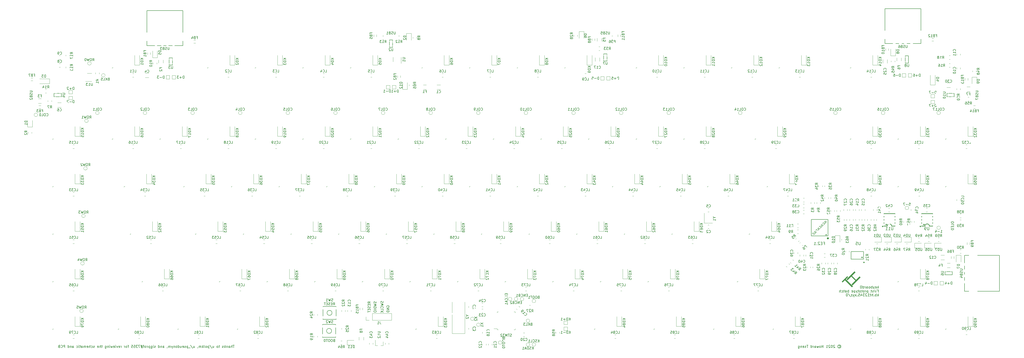
<source format=gbo>
%TF.GenerationSoftware,KiCad,Pcbnew,(5.1.10)-1*%
%TF.CreationDate,2021-11-04T23:24:47-04:00*%
%TF.ProjectId,custom_keyboard (f103_ fe2.1),63757374-6f6d-45f6-9b65-79626f617264,rev?*%
%TF.SameCoordinates,Original*%
%TF.FileFunction,Legend,Bot*%
%TF.FilePolarity,Positive*%
%FSLAX46Y46*%
G04 Gerber Fmt 4.6, Leading zero omitted, Abs format (unit mm)*
G04 Created by KiCad (PCBNEW (5.1.10)-1) date 2021-11-04 23:24:47*
%MOMM*%
%LPD*%
G01*
G04 APERTURE LIST*
%ADD10C,0.150000*%
%ADD11C,0.175000*%
%ADD12C,0.120000*%
%ADD13C,0.100000*%
%ADD14C,0.254000*%
%ADD15C,0.200000*%
%ADD16C,0.400000*%
%ADD17C,0.300000*%
%ADD18C,0.152000*%
%ADD19R,1.800000X0.900000*%
%ADD20R,2.550000X2.500000*%
%ADD21C,3.000000*%
%ADD22C,1.750000*%
%ADD23C,4.000000*%
%ADD24C,3.048000*%
%ADD25C,3.987800*%
%ADD26O,0.270000X1.500000*%
%ADD27O,1.500000X0.270000*%
%ADD28R,0.650000X1.060000*%
%ADD29R,1.800000X1.100000*%
%ADD30R,1.000000X1.000000*%
%ADD31C,1.000000*%
%ADD32O,1.700000X1.700000*%
%ADD33R,1.700000X1.700000*%
%ADD34R,2.000000X4.500000*%
%ADD35R,1.200000X0.900000*%
%ADD36O,0.588000X2.045000*%
%ADD37R,0.700000X1.000000*%
%ADD38R,0.700000X0.600000*%
%ADD39R,1.000000X0.700000*%
%ADD40R,0.600000X0.700000*%
%ADD41R,0.800000X0.900000*%
%ADD42R,1.060000X0.650000*%
%ADD43O,1.950000X0.568000*%
%ADD44R,1.450000X0.600000*%
%ADD45R,1.450000X0.300000*%
%ADD46C,0.650000*%
%ADD47O,2.100000X1.000000*%
%ADD48O,1.600000X1.000000*%
%ADD49C,3.500000*%
%ADD50O,1.500000X2.000000*%
%ADD51R,1.200000X1.400000*%
%ADD52R,0.600000X1.450000*%
%ADD53R,0.300000X1.450000*%
%ADD54O,1.000000X2.100000*%
%ADD55O,1.000000X1.600000*%
%ADD56O,2.000000X1.500000*%
%ADD57R,0.900000X1.200000*%
%ADD58R,2.000000X2.000000*%
%ADD59C,2.000000*%
%ADD60R,3.200000X2.000000*%
%ADD61C,6.400000*%
%ADD62C,0.800000*%
G04 APERTURE END LIST*
D10*
X199464633Y-280898371D02*
X199321776Y-280945990D01*
X199274157Y-280993609D01*
X199226538Y-281088847D01*
X199226538Y-281231704D01*
X199274157Y-281326942D01*
X199321776Y-281374561D01*
X199417014Y-281422180D01*
X199797966Y-281422180D01*
X199797966Y-280422180D01*
X199464633Y-280422180D01*
X199369395Y-280469800D01*
X199321776Y-280517419D01*
X199274157Y-280612657D01*
X199274157Y-280707895D01*
X199321776Y-280803133D01*
X199369395Y-280850752D01*
X199464633Y-280898371D01*
X199797966Y-280898371D01*
X198607490Y-280422180D02*
X198417014Y-280422180D01*
X198321776Y-280469800D01*
X198226538Y-280565038D01*
X198178919Y-280755514D01*
X198178919Y-281088847D01*
X198226538Y-281279323D01*
X198321776Y-281374561D01*
X198417014Y-281422180D01*
X198607490Y-281422180D01*
X198702728Y-281374561D01*
X198797966Y-281279323D01*
X198845585Y-281088847D01*
X198845585Y-280755514D01*
X198797966Y-280565038D01*
X198702728Y-280469800D01*
X198607490Y-280422180D01*
X197559871Y-280422180D02*
X197369395Y-280422180D01*
X197274157Y-280469800D01*
X197178919Y-280565038D01*
X197131300Y-280755514D01*
X197131300Y-281088847D01*
X197178919Y-281279323D01*
X197274157Y-281374561D01*
X197369395Y-281422180D01*
X197559871Y-281422180D01*
X197655109Y-281374561D01*
X197750347Y-281279323D01*
X197797966Y-281088847D01*
X197797966Y-280755514D01*
X197750347Y-280565038D01*
X197655109Y-280469800D01*
X197559871Y-280422180D01*
X196845585Y-280422180D02*
X196274157Y-280422180D01*
X196559871Y-281422180D02*
X196559871Y-280422180D01*
X195750347Y-280422180D02*
X195655109Y-280422180D01*
X195559871Y-280469800D01*
X195512252Y-280517419D01*
X195464633Y-280612657D01*
X195417014Y-280803133D01*
X195417014Y-281041228D01*
X195464633Y-281231704D01*
X195512252Y-281326942D01*
X195559871Y-281374561D01*
X195655109Y-281422180D01*
X195750347Y-281422180D01*
X195845585Y-281374561D01*
X195893204Y-281326942D01*
X195940823Y-281231704D01*
X195988442Y-281041228D01*
X195988442Y-280803133D01*
X195940823Y-280612657D01*
X195893204Y-280517419D01*
X195845585Y-280469800D01*
X195750347Y-280422180D01*
X199083680Y-266738730D02*
X199417014Y-266262540D01*
X199655109Y-266738730D02*
X199655109Y-265738730D01*
X199274157Y-265738730D01*
X199178919Y-265786350D01*
X199131300Y-265833969D01*
X199083680Y-265929207D01*
X199083680Y-266072064D01*
X199131300Y-266167302D01*
X199178919Y-266214921D01*
X199274157Y-266262540D01*
X199655109Y-266262540D01*
X198655109Y-266214921D02*
X198321776Y-266214921D01*
X198178919Y-266738730D02*
X198655109Y-266738730D01*
X198655109Y-265738730D01*
X198178919Y-265738730D01*
X197797966Y-266691111D02*
X197655109Y-266738730D01*
X197417014Y-266738730D01*
X197321776Y-266691111D01*
X197274157Y-266643492D01*
X197226538Y-266548254D01*
X197226538Y-266453016D01*
X197274157Y-266357778D01*
X197321776Y-266310159D01*
X197417014Y-266262540D01*
X197607490Y-266214921D01*
X197702728Y-266167302D01*
X197750347Y-266119683D01*
X197797966Y-266024445D01*
X197797966Y-265929207D01*
X197750347Y-265833969D01*
X197702728Y-265786350D01*
X197607490Y-265738730D01*
X197369395Y-265738730D01*
X197226538Y-265786350D01*
X196797966Y-266214921D02*
X196464633Y-266214921D01*
X196321776Y-266738730D02*
X196797966Y-266738730D01*
X196797966Y-265738730D01*
X196321776Y-265738730D01*
X196036061Y-265738730D02*
X195464633Y-265738730D01*
X195750347Y-266738730D02*
X195750347Y-265738730D01*
X159563328Y-282803280D02*
X158991899Y-282803280D01*
X159277614Y-283803280D02*
X159277614Y-282803280D01*
X158658566Y-283803280D02*
X158658566Y-282803280D01*
X158229995Y-283803280D02*
X158229995Y-283279471D01*
X158277614Y-283184233D01*
X158372852Y-283136614D01*
X158515709Y-283136614D01*
X158610947Y-283184233D01*
X158658566Y-283231852D01*
X157325233Y-283803280D02*
X157325233Y-283279471D01*
X157372852Y-283184233D01*
X157468090Y-283136614D01*
X157658566Y-283136614D01*
X157753804Y-283184233D01*
X157325233Y-283755661D02*
X157420471Y-283803280D01*
X157658566Y-283803280D01*
X157753804Y-283755661D01*
X157801423Y-283660423D01*
X157801423Y-283565185D01*
X157753804Y-283469947D01*
X157658566Y-283422328D01*
X157420471Y-283422328D01*
X157325233Y-283374709D01*
X156849042Y-283136614D02*
X156849042Y-283803280D01*
X156849042Y-283231852D02*
X156801423Y-283184233D01*
X156706185Y-283136614D01*
X156563328Y-283136614D01*
X156468090Y-283184233D01*
X156420471Y-283279471D01*
X156420471Y-283803280D01*
X155944280Y-283803280D02*
X155944280Y-282803280D01*
X155849042Y-283422328D02*
X155563328Y-283803280D01*
X155563328Y-283136614D02*
X155944280Y-283517566D01*
X155182376Y-283755661D02*
X155087138Y-283803280D01*
X154896661Y-283803280D01*
X154801423Y-283755661D01*
X154753804Y-283660423D01*
X154753804Y-283612804D01*
X154801423Y-283517566D01*
X154896661Y-283469947D01*
X155039519Y-283469947D01*
X155134757Y-283422328D01*
X155182376Y-283327090D01*
X155182376Y-283279471D01*
X155134757Y-283184233D01*
X155039519Y-283136614D01*
X154896661Y-283136614D01*
X154801423Y-283184233D01*
X153706185Y-283136614D02*
X153325233Y-283136614D01*
X153563328Y-282803280D02*
X153563328Y-283660423D01*
X153515709Y-283755661D01*
X153420471Y-283803280D01*
X153325233Y-283803280D01*
X152849042Y-283803280D02*
X152944280Y-283755661D01*
X152991899Y-283708042D01*
X153039519Y-283612804D01*
X153039519Y-283327090D01*
X152991899Y-283231852D01*
X152944280Y-283184233D01*
X152849042Y-283136614D01*
X152706185Y-283136614D01*
X152610947Y-283184233D01*
X152563328Y-283231852D01*
X152515709Y-283327090D01*
X152515709Y-283612804D01*
X152563328Y-283708042D01*
X152610947Y-283755661D01*
X152706185Y-283803280D01*
X152849042Y-283803280D01*
X150896661Y-283136614D02*
X150896661Y-283803280D01*
X151325233Y-283136614D02*
X151325233Y-283660423D01*
X151277614Y-283755661D01*
X151182376Y-283803280D01*
X151039519Y-283803280D01*
X150944280Y-283755661D01*
X150896661Y-283708042D01*
X149706185Y-282755661D02*
X150563328Y-284041376D01*
X149372852Y-283136614D02*
X149372852Y-284136614D01*
X149372852Y-283184233D02*
X149277614Y-283136614D01*
X149087138Y-283136614D01*
X148991899Y-283184233D01*
X148944280Y-283231852D01*
X148896661Y-283327090D01*
X148896661Y-283612804D01*
X148944280Y-283708042D01*
X148991899Y-283755661D01*
X149087138Y-283803280D01*
X149277614Y-283803280D01*
X149372852Y-283755661D01*
X148325233Y-283803280D02*
X148420471Y-283755661D01*
X148468090Y-283708042D01*
X148515709Y-283612804D01*
X148515709Y-283327090D01*
X148468090Y-283231852D01*
X148420471Y-283184233D01*
X148325233Y-283136614D01*
X148182376Y-283136614D01*
X148087138Y-283184233D01*
X148039519Y-283231852D01*
X147991899Y-283327090D01*
X147991899Y-283612804D01*
X148039519Y-283708042D01*
X148087138Y-283755661D01*
X148182376Y-283803280D01*
X148325233Y-283803280D01*
X147420471Y-283803280D02*
X147515709Y-283755661D01*
X147563328Y-283660423D01*
X147563328Y-282803280D01*
X147039519Y-283803280D02*
X147039519Y-282803280D01*
X146944280Y-283422328D02*
X146658566Y-283803280D01*
X146658566Y-283136614D02*
X147039519Y-283517566D01*
X146229995Y-283803280D02*
X146229995Y-283136614D01*
X146229995Y-283231852D02*
X146182376Y-283184233D01*
X146087138Y-283136614D01*
X145944280Y-283136614D01*
X145849042Y-283184233D01*
X145801423Y-283279471D01*
X145801423Y-283803280D01*
X145801423Y-283279471D02*
X145753804Y-283184233D01*
X145658566Y-283136614D01*
X145515709Y-283136614D01*
X145420471Y-283184233D01*
X145372852Y-283279471D01*
X145372852Y-283803280D01*
X144849042Y-283755661D02*
X144849042Y-283803280D01*
X144896661Y-283898519D01*
X144944280Y-283946138D01*
X143229995Y-283136614D02*
X143229995Y-283803280D01*
X143658566Y-283136614D02*
X143658566Y-283660423D01*
X143610947Y-283755661D01*
X143515709Y-283803280D01*
X143372852Y-283803280D01*
X143277614Y-283755661D01*
X143229995Y-283708042D01*
X142039519Y-282755661D02*
X142896661Y-284041376D01*
X141944280Y-283898519D02*
X141182376Y-283898519D01*
X140944280Y-283136614D02*
X140944280Y-284136614D01*
X140944280Y-283184233D02*
X140849042Y-283136614D01*
X140658566Y-283136614D01*
X140563328Y-283184233D01*
X140515709Y-283231852D01*
X140468090Y-283327090D01*
X140468090Y-283612804D01*
X140515709Y-283708042D01*
X140563328Y-283755661D01*
X140658566Y-283803280D01*
X140849042Y-283803280D01*
X140944280Y-283755661D01*
X140087138Y-283755661D02*
X139991899Y-283803280D01*
X139801423Y-283803280D01*
X139706185Y-283755661D01*
X139658566Y-283660423D01*
X139658566Y-283612804D01*
X139706185Y-283517566D01*
X139801423Y-283469947D01*
X139944280Y-283469947D01*
X140039519Y-283422328D01*
X140087138Y-283327090D01*
X140087138Y-283279471D01*
X140039519Y-283184233D01*
X139944280Y-283136614D01*
X139801423Y-283136614D01*
X139706185Y-283184233D01*
X138849042Y-283755661D02*
X138944280Y-283803280D01*
X139134757Y-283803280D01*
X139229995Y-283755661D01*
X139277614Y-283660423D01*
X139277614Y-283279471D01*
X139229995Y-283184233D01*
X139134757Y-283136614D01*
X138944280Y-283136614D01*
X138849042Y-283184233D01*
X138801423Y-283279471D01*
X138801423Y-283374709D01*
X139277614Y-283469947D01*
X137944280Y-283136614D02*
X137944280Y-283803280D01*
X138372852Y-283136614D02*
X138372852Y-283660423D01*
X138325233Y-283755661D01*
X138229995Y-283803280D01*
X138087138Y-283803280D01*
X137991899Y-283755661D01*
X137944280Y-283708042D01*
X137039519Y-283803280D02*
X137039519Y-282803280D01*
X137039519Y-283755661D02*
X137134757Y-283803280D01*
X137325233Y-283803280D01*
X137420471Y-283755661D01*
X137468090Y-283708042D01*
X137515709Y-283612804D01*
X137515709Y-283327090D01*
X137468090Y-283231852D01*
X137420471Y-283184233D01*
X137325233Y-283136614D01*
X137134757Y-283136614D01*
X137039519Y-283184233D01*
X136420471Y-283803280D02*
X136515709Y-283755661D01*
X136563328Y-283708042D01*
X136610947Y-283612804D01*
X136610947Y-283327090D01*
X136563328Y-283231852D01*
X136515709Y-283184233D01*
X136420471Y-283136614D01*
X136277614Y-283136614D01*
X136182376Y-283184233D01*
X136134757Y-283231852D01*
X136087138Y-283327090D01*
X136087138Y-283612804D01*
X136134757Y-283708042D01*
X136182376Y-283755661D01*
X136277614Y-283803280D01*
X136420471Y-283803280D01*
X135658566Y-283136614D02*
X135658566Y-283803280D01*
X135658566Y-283231852D02*
X135610947Y-283184233D01*
X135515709Y-283136614D01*
X135372852Y-283136614D01*
X135277614Y-283184233D01*
X135229995Y-283279471D01*
X135229995Y-283803280D01*
X134849042Y-283136614D02*
X134610947Y-283803280D01*
X134372852Y-283136614D02*
X134610947Y-283803280D01*
X134706185Y-284041376D01*
X134753804Y-284088995D01*
X134849042Y-284136614D01*
X133991899Y-283803280D02*
X133991899Y-283136614D01*
X133991899Y-283231852D02*
X133944280Y-283184233D01*
X133849042Y-283136614D01*
X133706185Y-283136614D01*
X133610947Y-283184233D01*
X133563328Y-283279471D01*
X133563328Y-283803280D01*
X133563328Y-283279471D02*
X133515709Y-283184233D01*
X133420471Y-283136614D01*
X133277614Y-283136614D01*
X133182376Y-283184233D01*
X133134757Y-283279471D01*
X133134757Y-283803280D01*
X132610947Y-283755661D02*
X132610947Y-283803280D01*
X132658566Y-283898519D01*
X132706185Y-283946138D01*
X130991899Y-283803280D02*
X130991899Y-283279471D01*
X131039519Y-283184233D01*
X131134757Y-283136614D01*
X131325233Y-283136614D01*
X131420471Y-283184233D01*
X130991899Y-283755661D02*
X131087138Y-283803280D01*
X131325233Y-283803280D01*
X131420471Y-283755661D01*
X131468090Y-283660423D01*
X131468090Y-283565185D01*
X131420471Y-283469947D01*
X131325233Y-283422328D01*
X131087138Y-283422328D01*
X130991899Y-283374709D01*
X130515709Y-283136614D02*
X130515709Y-283803280D01*
X130515709Y-283231852D02*
X130468090Y-283184233D01*
X130372852Y-283136614D01*
X130229995Y-283136614D01*
X130134757Y-283184233D01*
X130087138Y-283279471D01*
X130087138Y-283803280D01*
X129182376Y-283803280D02*
X129182376Y-282803280D01*
X129182376Y-283755661D02*
X129277614Y-283803280D01*
X129468090Y-283803280D01*
X129563328Y-283755661D01*
X129610947Y-283708042D01*
X129658566Y-283612804D01*
X129658566Y-283327090D01*
X129610947Y-283231852D01*
X129563328Y-283184233D01*
X129468090Y-283136614D01*
X129277614Y-283136614D01*
X129182376Y-283184233D01*
X127991899Y-283755661D02*
X127896661Y-283803280D01*
X127706185Y-283803280D01*
X127610947Y-283755661D01*
X127563328Y-283660423D01*
X127563328Y-283612804D01*
X127610947Y-283517566D01*
X127706185Y-283469947D01*
X127849042Y-283469947D01*
X127944280Y-283422328D01*
X127991899Y-283327090D01*
X127991899Y-283279471D01*
X127944280Y-283184233D01*
X127849042Y-283136614D01*
X127706185Y-283136614D01*
X127610947Y-283184233D01*
X127134757Y-283803280D02*
X127134757Y-283136614D01*
X127134757Y-282803280D02*
X127182376Y-282850900D01*
X127134757Y-282898519D01*
X127087138Y-282850900D01*
X127134757Y-282803280D01*
X127134757Y-282898519D01*
X126229995Y-283136614D02*
X126229995Y-283946138D01*
X126277614Y-284041376D01*
X126325233Y-284088995D01*
X126420471Y-284136614D01*
X126563328Y-284136614D01*
X126658566Y-284088995D01*
X126229995Y-283755661D02*
X126325233Y-283803280D01*
X126515709Y-283803280D01*
X126610947Y-283755661D01*
X126658566Y-283708042D01*
X126706185Y-283612804D01*
X126706185Y-283327090D01*
X126658566Y-283231852D01*
X126610947Y-283184233D01*
X126515709Y-283136614D01*
X126325233Y-283136614D01*
X126229995Y-283184233D01*
X125753804Y-283136614D02*
X125753804Y-284136614D01*
X125753804Y-283184233D02*
X125658566Y-283136614D01*
X125468090Y-283136614D01*
X125372852Y-283184233D01*
X125325233Y-283231852D01*
X125277614Y-283327090D01*
X125277614Y-283612804D01*
X125325233Y-283708042D01*
X125372852Y-283755661D01*
X125468090Y-283803280D01*
X125658566Y-283803280D01*
X125753804Y-283755661D01*
X124849042Y-283803280D02*
X124849042Y-283136614D01*
X124849042Y-283327090D02*
X124801423Y-283231852D01*
X124753804Y-283184233D01*
X124658566Y-283136614D01*
X124563328Y-283136614D01*
X124087138Y-283803280D02*
X124182376Y-283755661D01*
X124229995Y-283708042D01*
X124277614Y-283612804D01*
X124277614Y-283327090D01*
X124229995Y-283231852D01*
X124182376Y-283184233D01*
X124087138Y-283136614D01*
X123944280Y-283136614D01*
X123849042Y-283184233D01*
X123801423Y-283231852D01*
X123753804Y-283327090D01*
X123753804Y-283612804D01*
X123801423Y-283708042D01*
X123849042Y-283755661D01*
X123944280Y-283803280D01*
X124087138Y-283803280D01*
X123468090Y-283136614D02*
X123087138Y-283136614D01*
X123325233Y-283803280D02*
X123325233Y-282946138D01*
X123277614Y-282850900D01*
X123182376Y-282803280D01*
X123087138Y-282803280D01*
X122801423Y-283136614D02*
X122087138Y-283136614D01*
X122515709Y-282708042D02*
X122801423Y-283993757D01*
X122182376Y-283565185D02*
X122896661Y-283565185D01*
X122468090Y-283993757D02*
X122182376Y-282708042D01*
X121849042Y-282803280D02*
X121182376Y-282803280D01*
X121610947Y-283803280D01*
X120896661Y-282803280D02*
X120277614Y-282803280D01*
X120610947Y-283184233D01*
X120468090Y-283184233D01*
X120372852Y-283231852D01*
X120325233Y-283279471D01*
X120277614Y-283374709D01*
X120277614Y-283612804D01*
X120325233Y-283708042D01*
X120372852Y-283755661D01*
X120468090Y-283803280D01*
X120753804Y-283803280D01*
X120849042Y-283755661D01*
X120896661Y-283708042D01*
X119372852Y-282803280D02*
X119849042Y-282803280D01*
X119896661Y-283279471D01*
X119849042Y-283231852D01*
X119753804Y-283184233D01*
X119515709Y-283184233D01*
X119420471Y-283231852D01*
X119372852Y-283279471D01*
X119325233Y-283374709D01*
X119325233Y-283612804D01*
X119372852Y-283708042D01*
X119420471Y-283755661D01*
X119515709Y-283803280D01*
X119753804Y-283803280D01*
X119849042Y-283755661D01*
X119896661Y-283708042D01*
X118420471Y-282803280D02*
X118896661Y-282803280D01*
X118944280Y-283279471D01*
X118896661Y-283231852D01*
X118801423Y-283184233D01*
X118563328Y-283184233D01*
X118468090Y-283231852D01*
X118420471Y-283279471D01*
X118372852Y-283374709D01*
X118372852Y-283612804D01*
X118420471Y-283708042D01*
X118468090Y-283755661D01*
X118563328Y-283803280D01*
X118801423Y-283803280D01*
X118896661Y-283755661D01*
X118944280Y-283708042D01*
X117325233Y-283136614D02*
X116944280Y-283136614D01*
X117182376Y-283803280D02*
X117182376Y-282946138D01*
X117134757Y-282850900D01*
X117039519Y-282803280D01*
X116944280Y-282803280D01*
X116468090Y-283803280D02*
X116563328Y-283755661D01*
X116610947Y-283708042D01*
X116658566Y-283612804D01*
X116658566Y-283327090D01*
X116610947Y-283231852D01*
X116563328Y-283184233D01*
X116468090Y-283136614D01*
X116325233Y-283136614D01*
X116229995Y-283184233D01*
X116182376Y-283231852D01*
X116134757Y-283327090D01*
X116134757Y-283612804D01*
X116182376Y-283708042D01*
X116229995Y-283755661D01*
X116325233Y-283803280D01*
X116468090Y-283803280D01*
X115706185Y-283803280D02*
X115706185Y-283136614D01*
X115706185Y-283327090D02*
X115658566Y-283231852D01*
X115610947Y-283184233D01*
X115515709Y-283136614D01*
X115420471Y-283136614D01*
X114325233Y-283803280D02*
X114325233Y-283136614D01*
X114325233Y-283327090D02*
X114277614Y-283231852D01*
X114229995Y-283184233D01*
X114134757Y-283136614D01*
X114039519Y-283136614D01*
X113325233Y-283755661D02*
X113420471Y-283803280D01*
X113610947Y-283803280D01*
X113706185Y-283755661D01*
X113753804Y-283660423D01*
X113753804Y-283279471D01*
X113706185Y-283184233D01*
X113610947Y-283136614D01*
X113420471Y-283136614D01*
X113325233Y-283184233D01*
X113277614Y-283279471D01*
X113277614Y-283374709D01*
X113753804Y-283469947D01*
X112944280Y-283136614D02*
X112706185Y-283803280D01*
X112468090Y-283136614D01*
X112087138Y-283803280D02*
X112087138Y-283136614D01*
X112087138Y-282803280D02*
X112134757Y-282850900D01*
X112087138Y-282898519D01*
X112039519Y-282850900D01*
X112087138Y-282803280D01*
X112087138Y-282898519D01*
X111229995Y-283755661D02*
X111325233Y-283803280D01*
X111515709Y-283803280D01*
X111610947Y-283755661D01*
X111658566Y-283660423D01*
X111658566Y-283279471D01*
X111610947Y-283184233D01*
X111515709Y-283136614D01*
X111325233Y-283136614D01*
X111229995Y-283184233D01*
X111182376Y-283279471D01*
X111182376Y-283374709D01*
X111658566Y-283469947D01*
X110849042Y-283136614D02*
X110658566Y-283803280D01*
X110468090Y-283327090D01*
X110277614Y-283803280D01*
X110087138Y-283136614D01*
X109706185Y-283803280D02*
X109706185Y-283136614D01*
X109706185Y-282803280D02*
X109753804Y-282850900D01*
X109706185Y-282898519D01*
X109658566Y-282850900D01*
X109706185Y-282803280D01*
X109706185Y-282898519D01*
X109229995Y-283136614D02*
X109229995Y-283803280D01*
X109229995Y-283231852D02*
X109182376Y-283184233D01*
X109087138Y-283136614D01*
X108944280Y-283136614D01*
X108849042Y-283184233D01*
X108801423Y-283279471D01*
X108801423Y-283803280D01*
X107896661Y-283136614D02*
X107896661Y-283946138D01*
X107944280Y-284041376D01*
X107991899Y-284088995D01*
X108087138Y-284136614D01*
X108229995Y-284136614D01*
X108325233Y-284088995D01*
X107896661Y-283755661D02*
X107991899Y-283803280D01*
X108182376Y-283803280D01*
X108277614Y-283755661D01*
X108325233Y-283708042D01*
X108372852Y-283612804D01*
X108372852Y-283327090D01*
X108325233Y-283231852D01*
X108277614Y-283184233D01*
X108182376Y-283136614D01*
X107991899Y-283136614D01*
X107896661Y-283184233D01*
X106801423Y-283136614D02*
X106420471Y-283136614D01*
X106658566Y-282803280D02*
X106658566Y-283660423D01*
X106610947Y-283755661D01*
X106515709Y-283803280D01*
X106420471Y-283803280D01*
X106087138Y-283803280D02*
X106087138Y-282803280D01*
X105658566Y-283803280D02*
X105658566Y-283279471D01*
X105706185Y-283184233D01*
X105801423Y-283136614D01*
X105944280Y-283136614D01*
X106039519Y-283184233D01*
X106087138Y-283231852D01*
X104801423Y-283755661D02*
X104896661Y-283803280D01*
X105087138Y-283803280D01*
X105182376Y-283755661D01*
X105229995Y-283660423D01*
X105229995Y-283279471D01*
X105182376Y-283184233D01*
X105087138Y-283136614D01*
X104896661Y-283136614D01*
X104801423Y-283184233D01*
X104753804Y-283279471D01*
X104753804Y-283374709D01*
X105229995Y-283469947D01*
X103610947Y-283755661D02*
X103515709Y-283803280D01*
X103325233Y-283803280D01*
X103229995Y-283755661D01*
X103182376Y-283660423D01*
X103182376Y-283612804D01*
X103229995Y-283517566D01*
X103325233Y-283469947D01*
X103468090Y-283469947D01*
X103563328Y-283422328D01*
X103610947Y-283327090D01*
X103610947Y-283279471D01*
X103563328Y-283184233D01*
X103468090Y-283136614D01*
X103325233Y-283136614D01*
X103229995Y-283184233D01*
X102325233Y-283755661D02*
X102420471Y-283803280D01*
X102610947Y-283803280D01*
X102706185Y-283755661D01*
X102753804Y-283708042D01*
X102801423Y-283612804D01*
X102801423Y-283327090D01*
X102753804Y-283231852D01*
X102706185Y-283184233D01*
X102610947Y-283136614D01*
X102420471Y-283136614D01*
X102325233Y-283184233D01*
X101896661Y-283803280D02*
X101896661Y-282803280D01*
X101468090Y-283803280D02*
X101468090Y-283279471D01*
X101515709Y-283184233D01*
X101610947Y-283136614D01*
X101753804Y-283136614D01*
X101849042Y-283184233D01*
X101896661Y-283231852D01*
X100610947Y-283755661D02*
X100706185Y-283803280D01*
X100896661Y-283803280D01*
X100991899Y-283755661D01*
X101039519Y-283660423D01*
X101039519Y-283279471D01*
X100991899Y-283184233D01*
X100896661Y-283136614D01*
X100706185Y-283136614D01*
X100610947Y-283184233D01*
X100563328Y-283279471D01*
X100563328Y-283374709D01*
X101039519Y-283469947D01*
X100134757Y-283803280D02*
X100134757Y-283136614D01*
X100134757Y-283231852D02*
X100087138Y-283184233D01*
X99991899Y-283136614D01*
X99849042Y-283136614D01*
X99753804Y-283184233D01*
X99706185Y-283279471D01*
X99706185Y-283803280D01*
X99706185Y-283279471D02*
X99658566Y-283184233D01*
X99563328Y-283136614D01*
X99420471Y-283136614D01*
X99325233Y-283184233D01*
X99277614Y-283279471D01*
X99277614Y-283803280D01*
X98372852Y-283803280D02*
X98372852Y-283279471D01*
X98420471Y-283184233D01*
X98515709Y-283136614D01*
X98706185Y-283136614D01*
X98801423Y-283184233D01*
X98372852Y-283755661D02*
X98468090Y-283803280D01*
X98706185Y-283803280D01*
X98801423Y-283755661D01*
X98849042Y-283660423D01*
X98849042Y-283565185D01*
X98801423Y-283469947D01*
X98706185Y-283422328D01*
X98468090Y-283422328D01*
X98372852Y-283374709D01*
X98039519Y-283136614D02*
X97658566Y-283136614D01*
X97896661Y-282803280D02*
X97896661Y-283660423D01*
X97849042Y-283755661D01*
X97753804Y-283803280D01*
X97658566Y-283803280D01*
X97325233Y-283803280D02*
X97325233Y-283136614D01*
X97325233Y-282803280D02*
X97372852Y-282850900D01*
X97325233Y-282898519D01*
X97277614Y-282850900D01*
X97325233Y-282803280D01*
X97325233Y-282898519D01*
X96420471Y-283755661D02*
X96515709Y-283803280D01*
X96706185Y-283803280D01*
X96801423Y-283755661D01*
X96849042Y-283708042D01*
X96896661Y-283612804D01*
X96896661Y-283327090D01*
X96849042Y-283231852D01*
X96801423Y-283184233D01*
X96706185Y-283136614D01*
X96515709Y-283136614D01*
X96420471Y-283184233D01*
X94801423Y-283803280D02*
X94801423Y-283279471D01*
X94849042Y-283184233D01*
X94944280Y-283136614D01*
X95134757Y-283136614D01*
X95229995Y-283184233D01*
X94801423Y-283755661D02*
X94896661Y-283803280D01*
X95134757Y-283803280D01*
X95229995Y-283755661D01*
X95277614Y-283660423D01*
X95277614Y-283565185D01*
X95229995Y-283469947D01*
X95134757Y-283422328D01*
X94896661Y-283422328D01*
X94801423Y-283374709D01*
X94325233Y-283136614D02*
X94325233Y-283803280D01*
X94325233Y-283231852D02*
X94277614Y-283184233D01*
X94182376Y-283136614D01*
X94039519Y-283136614D01*
X93944280Y-283184233D01*
X93896661Y-283279471D01*
X93896661Y-283803280D01*
X92991899Y-283803280D02*
X92991899Y-282803280D01*
X92991899Y-283755661D02*
X93087138Y-283803280D01*
X93277614Y-283803280D01*
X93372852Y-283755661D01*
X93420471Y-283708042D01*
X93468090Y-283612804D01*
X93468090Y-283327090D01*
X93420471Y-283231852D01*
X93372852Y-283184233D01*
X93277614Y-283136614D01*
X93087138Y-283136614D01*
X92991899Y-283184233D01*
X91753804Y-283803280D02*
X91753804Y-282803280D01*
X91372852Y-282803280D01*
X91277614Y-282850900D01*
X91229995Y-282898519D01*
X91182376Y-282993757D01*
X91182376Y-283136614D01*
X91229995Y-283231852D01*
X91277614Y-283279471D01*
X91372852Y-283327090D01*
X91753804Y-283327090D01*
X90182376Y-283708042D02*
X90229995Y-283755661D01*
X90372852Y-283803280D01*
X90468090Y-283803280D01*
X90610947Y-283755661D01*
X90706185Y-283660423D01*
X90753804Y-283565185D01*
X90801423Y-283374709D01*
X90801423Y-283231852D01*
X90753804Y-283041376D01*
X90706185Y-282946138D01*
X90610947Y-282850900D01*
X90468090Y-282803280D01*
X90372852Y-282803280D01*
X90229995Y-282850900D01*
X90182376Y-282898519D01*
X89420471Y-283279471D02*
X89277614Y-283327090D01*
X89229995Y-283374709D01*
X89182376Y-283469947D01*
X89182376Y-283612804D01*
X89229995Y-283708042D01*
X89277614Y-283755661D01*
X89372852Y-283803280D01*
X89753804Y-283803280D01*
X89753804Y-282803280D01*
X89420471Y-282803280D01*
X89325233Y-282850900D01*
X89277614Y-282898519D01*
X89229995Y-282993757D01*
X89229995Y-283088995D01*
X89277614Y-283184233D01*
X89325233Y-283231852D01*
X89420471Y-283279471D01*
X89753804Y-283279471D01*
X401365676Y-283041376D02*
X401460914Y-282993757D01*
X401651390Y-282993757D01*
X401746628Y-283041376D01*
X401841866Y-283136614D01*
X401889485Y-283231852D01*
X401889485Y-283422328D01*
X401841866Y-283517566D01*
X401746628Y-283612804D01*
X401651390Y-283660423D01*
X401460914Y-283660423D01*
X401365676Y-283612804D01*
X401556152Y-282660423D02*
X401794247Y-282708042D01*
X402032342Y-282850900D01*
X402175200Y-283088995D01*
X402222819Y-283327090D01*
X402175200Y-283565185D01*
X402032342Y-283803280D01*
X401794247Y-283946138D01*
X401556152Y-283993757D01*
X401318057Y-283946138D01*
X401079961Y-283803280D01*
X400937104Y-283565185D01*
X400889485Y-283327090D01*
X400937104Y-283088995D01*
X401079961Y-282850900D01*
X401318057Y-282708042D01*
X401556152Y-282660423D01*
X399746628Y-282898519D02*
X399699009Y-282850900D01*
X399603771Y-282803280D01*
X399365676Y-282803280D01*
X399270438Y-282850900D01*
X399222819Y-282898519D01*
X399175200Y-282993757D01*
X399175200Y-283088995D01*
X399222819Y-283231852D01*
X399794247Y-283803280D01*
X399175200Y-283803280D01*
X398556152Y-282803280D02*
X398460914Y-282803280D01*
X398365676Y-282850900D01*
X398318057Y-282898519D01*
X398270438Y-282993757D01*
X398222819Y-283184233D01*
X398222819Y-283422328D01*
X398270438Y-283612804D01*
X398318057Y-283708042D01*
X398365676Y-283755661D01*
X398460914Y-283803280D01*
X398556152Y-283803280D01*
X398651390Y-283755661D01*
X398699009Y-283708042D01*
X398746628Y-283612804D01*
X398794247Y-283422328D01*
X398794247Y-283184233D01*
X398746628Y-282993757D01*
X398699009Y-282898519D01*
X398651390Y-282850900D01*
X398556152Y-282803280D01*
X397841866Y-282898519D02*
X397794247Y-282850900D01*
X397699009Y-282803280D01*
X397460914Y-282803280D01*
X397365676Y-282850900D01*
X397318057Y-282898519D01*
X397270438Y-282993757D01*
X397270438Y-283088995D01*
X397318057Y-283231852D01*
X397889485Y-283803280D01*
X397270438Y-283803280D01*
X396318057Y-283803280D02*
X396889485Y-283803280D01*
X396603771Y-283803280D02*
X396603771Y-282803280D01*
X396699009Y-282946138D01*
X396794247Y-283041376D01*
X396889485Y-283088995D01*
X395127580Y-283803280D02*
X395127580Y-282803280D01*
X395127580Y-283279471D02*
X394556152Y-283279471D01*
X394556152Y-283803280D02*
X394556152Y-282803280D01*
X393937104Y-283803280D02*
X394032342Y-283755661D01*
X394079961Y-283708042D01*
X394127580Y-283612804D01*
X394127580Y-283327090D01*
X394079961Y-283231852D01*
X394032342Y-283184233D01*
X393937104Y-283136614D01*
X393794247Y-283136614D01*
X393699009Y-283184233D01*
X393651390Y-283231852D01*
X393603771Y-283327090D01*
X393603771Y-283612804D01*
X393651390Y-283708042D01*
X393699009Y-283755661D01*
X393794247Y-283803280D01*
X393937104Y-283803280D01*
X393270438Y-283136614D02*
X393079961Y-283803280D01*
X392889485Y-283327090D01*
X392699009Y-283803280D01*
X392508533Y-283136614D01*
X391699009Y-283803280D02*
X391699009Y-283279471D01*
X391746628Y-283184233D01*
X391841866Y-283136614D01*
X392032342Y-283136614D01*
X392127580Y-283184233D01*
X391699009Y-283755661D02*
X391794247Y-283803280D01*
X392032342Y-283803280D01*
X392127580Y-283755661D01*
X392175200Y-283660423D01*
X392175200Y-283565185D01*
X392127580Y-283469947D01*
X392032342Y-283422328D01*
X391794247Y-283422328D01*
X391699009Y-283374709D01*
X391222819Y-283803280D02*
X391222819Y-283136614D01*
X391222819Y-283327090D02*
X391175200Y-283231852D01*
X391127580Y-283184233D01*
X391032342Y-283136614D01*
X390937104Y-283136614D01*
X390175200Y-283803280D02*
X390175200Y-282803280D01*
X390175200Y-283755661D02*
X390270438Y-283803280D01*
X390460914Y-283803280D01*
X390556152Y-283755661D01*
X390603771Y-283708042D01*
X390651390Y-283612804D01*
X390651390Y-283327090D01*
X390603771Y-283231852D01*
X390556152Y-283184233D01*
X390460914Y-283136614D01*
X390270438Y-283136614D01*
X390175200Y-283184233D01*
X389079961Y-282803280D02*
X388508533Y-282803280D01*
X388794247Y-283803280D02*
X388794247Y-282803280D01*
X388222819Y-283755661D02*
X388127580Y-283803280D01*
X387937104Y-283803280D01*
X387841866Y-283755661D01*
X387794247Y-283660423D01*
X387794247Y-283612804D01*
X387841866Y-283517566D01*
X387937104Y-283469947D01*
X388079961Y-283469947D01*
X388175200Y-283422328D01*
X388222819Y-283327090D01*
X388222819Y-283279471D01*
X388175200Y-283184233D01*
X388079961Y-283136614D01*
X387937104Y-283136614D01*
X387841866Y-283184233D01*
X386984723Y-283755661D02*
X387079961Y-283803280D01*
X387270438Y-283803280D01*
X387365676Y-283755661D01*
X387413295Y-283660423D01*
X387413295Y-283279471D01*
X387365676Y-283184233D01*
X387270438Y-283136614D01*
X387079961Y-283136614D01*
X386984723Y-283184233D01*
X386937104Y-283279471D01*
X386937104Y-283374709D01*
X387413295Y-283469947D01*
X386508533Y-283136614D02*
X386508533Y-283803280D01*
X386508533Y-283231852D02*
X386460914Y-283184233D01*
X386365676Y-283136614D01*
X386222819Y-283136614D01*
X386127580Y-283184233D01*
X386079961Y-283279471D01*
X386079961Y-283803280D01*
X385175200Y-283136614D02*
X385175200Y-283946138D01*
X385222819Y-284041376D01*
X385270438Y-284088995D01*
X385365676Y-284136614D01*
X385508533Y-284136614D01*
X385603771Y-284088995D01*
X385175200Y-283755661D02*
X385270438Y-283803280D01*
X385460914Y-283803280D01*
X385556152Y-283755661D01*
X385603771Y-283708042D01*
X385651390Y-283612804D01*
X385651390Y-283327090D01*
X385603771Y-283231852D01*
X385556152Y-283184233D01*
X385460914Y-283136614D01*
X385270438Y-283136614D01*
X385175200Y-283184233D01*
X417150604Y-263167080D02*
X417150604Y-262167080D01*
X417055366Y-262786128D02*
X416769652Y-263167080D01*
X416769652Y-262500414D02*
X417150604Y-262881366D01*
X416341080Y-263167080D02*
X416341080Y-262167080D01*
X416341080Y-262548033D02*
X416245842Y-262500414D01*
X416055366Y-262500414D01*
X415960128Y-262548033D01*
X415912509Y-262595652D01*
X415864890Y-262690890D01*
X415864890Y-262976604D01*
X415912509Y-263071842D01*
X415960128Y-263119461D01*
X416055366Y-263167080D01*
X416245842Y-263167080D01*
X416341080Y-263119461D01*
X415436319Y-263071842D02*
X415388700Y-263119461D01*
X415436319Y-263167080D01*
X415483938Y-263119461D01*
X415436319Y-263071842D01*
X415436319Y-263167080D01*
X414960128Y-263167080D02*
X414960128Y-262167080D01*
X414531557Y-263167080D02*
X414531557Y-262643271D01*
X414579176Y-262548033D01*
X414674414Y-262500414D01*
X414817271Y-262500414D01*
X414912509Y-262548033D01*
X414960128Y-262595652D01*
X414198223Y-262500414D02*
X413817271Y-262500414D01*
X414055366Y-262167080D02*
X414055366Y-263024223D01*
X414007747Y-263119461D01*
X413912509Y-263167080D01*
X413817271Y-263167080D01*
X412960128Y-263167080D02*
X413531557Y-263167080D01*
X413245842Y-263167080D02*
X413245842Y-262167080D01*
X413341080Y-262309938D01*
X413436319Y-262405176D01*
X413531557Y-262452795D01*
X412579176Y-262262319D02*
X412531557Y-262214700D01*
X412436319Y-262167080D01*
X412198223Y-262167080D01*
X412102985Y-262214700D01*
X412055366Y-262262319D01*
X412007747Y-262357557D01*
X412007747Y-262452795D01*
X412055366Y-262595652D01*
X412626795Y-263167080D01*
X412007747Y-263167080D01*
X411674414Y-262167080D02*
X411055366Y-262167080D01*
X411388700Y-262548033D01*
X411245842Y-262548033D01*
X411150604Y-262595652D01*
X411102985Y-262643271D01*
X411055366Y-262738509D01*
X411055366Y-262976604D01*
X411102985Y-263071842D01*
X411150604Y-263119461D01*
X411245842Y-263167080D01*
X411531557Y-263167080D01*
X411626795Y-263119461D01*
X411674414Y-263071842D01*
X410198223Y-262500414D02*
X410198223Y-263167080D01*
X410436319Y-262119461D02*
X410674414Y-262833747D01*
X410055366Y-262833747D01*
X409198223Y-262167080D02*
X409674414Y-262167080D01*
X409722033Y-262643271D01*
X409674414Y-262595652D01*
X409579176Y-262548033D01*
X409341080Y-262548033D01*
X409245842Y-262595652D01*
X409198223Y-262643271D01*
X409150604Y-262738509D01*
X409150604Y-262976604D01*
X409198223Y-263071842D01*
X409245842Y-263119461D01*
X409341080Y-263167080D01*
X409579176Y-263167080D01*
X409674414Y-263119461D01*
X409722033Y-263071842D01*
X408722033Y-263071842D02*
X408674414Y-263119461D01*
X408722033Y-263167080D01*
X408769652Y-263119461D01*
X408722033Y-263071842D01*
X408722033Y-263167080D01*
X408341080Y-263167080D02*
X407817271Y-262500414D01*
X408341080Y-262500414D02*
X407817271Y-263167080D01*
X407531557Y-262500414D02*
X407293461Y-263167080D01*
X407055366Y-262500414D02*
X407293461Y-263167080D01*
X407388700Y-263405176D01*
X407436319Y-263452795D01*
X407531557Y-263500414D01*
X406769652Y-262500414D02*
X406245842Y-262500414D01*
X406769652Y-263167080D01*
X406245842Y-263167080D01*
X405150604Y-262119461D02*
X406007747Y-263405176D01*
X404626795Y-262167080D02*
X404531557Y-262167080D01*
X404436319Y-262214700D01*
X404388700Y-262262319D01*
X404341080Y-262357557D01*
X404293461Y-262548033D01*
X404293461Y-262786128D01*
X404341080Y-262976604D01*
X404388700Y-263071842D01*
X404436319Y-263119461D01*
X404531557Y-263167080D01*
X404626795Y-263167080D01*
X404722033Y-263119461D01*
X404769652Y-263071842D01*
X404817271Y-262976604D01*
X404864890Y-262786128D01*
X404864890Y-262548033D01*
X404817271Y-262357557D01*
X404769652Y-262262319D01*
X404722033Y-262214700D01*
X404626795Y-262167080D01*
X416817271Y-261055871D02*
X417150604Y-261055871D01*
X417150604Y-261579680D02*
X417150604Y-260579680D01*
X416674414Y-260579680D01*
X416293461Y-261579680D02*
X416293461Y-260913014D01*
X416293461Y-260579680D02*
X416341080Y-260627300D01*
X416293461Y-260674919D01*
X416245842Y-260627300D01*
X416293461Y-260579680D01*
X416293461Y-260674919D01*
X415817271Y-261579680D02*
X415817271Y-260913014D01*
X415817271Y-261103490D02*
X415769652Y-261008252D01*
X415722033Y-260960633D01*
X415626795Y-260913014D01*
X415531557Y-260913014D01*
X415245842Y-261532061D02*
X415150604Y-261579680D01*
X414960128Y-261579680D01*
X414864890Y-261532061D01*
X414817271Y-261436823D01*
X414817271Y-261389204D01*
X414864890Y-261293966D01*
X414960128Y-261246347D01*
X415102985Y-261246347D01*
X415198223Y-261198728D01*
X415245842Y-261103490D01*
X415245842Y-261055871D01*
X415198223Y-260960633D01*
X415102985Y-260913014D01*
X414960128Y-260913014D01*
X414864890Y-260960633D01*
X414531557Y-260913014D02*
X414150604Y-260913014D01*
X414388700Y-260579680D02*
X414388700Y-261436823D01*
X414341080Y-261532061D01*
X414245842Y-261579680D01*
X414150604Y-261579680D01*
X413055366Y-260913014D02*
X413055366Y-261913014D01*
X413055366Y-260960633D02*
X412960128Y-260913014D01*
X412769652Y-260913014D01*
X412674414Y-260960633D01*
X412626795Y-261008252D01*
X412579176Y-261103490D01*
X412579176Y-261389204D01*
X412626795Y-261484442D01*
X412674414Y-261532061D01*
X412769652Y-261579680D01*
X412960128Y-261579680D01*
X413055366Y-261532061D01*
X412150604Y-261579680D02*
X412150604Y-260913014D01*
X412150604Y-261103490D02*
X412102985Y-261008252D01*
X412055366Y-260960633D01*
X411960128Y-260913014D01*
X411864890Y-260913014D01*
X411388700Y-261579680D02*
X411483938Y-261532061D01*
X411531557Y-261484442D01*
X411579176Y-261389204D01*
X411579176Y-261103490D01*
X411531557Y-261008252D01*
X411483938Y-260960633D01*
X411388700Y-260913014D01*
X411245842Y-260913014D01*
X411150604Y-260960633D01*
X411102985Y-261008252D01*
X411055366Y-261103490D01*
X411055366Y-261389204D01*
X411102985Y-261484442D01*
X411150604Y-261532061D01*
X411245842Y-261579680D01*
X411388700Y-261579680D01*
X410769652Y-260913014D02*
X410388700Y-260913014D01*
X410626795Y-260579680D02*
X410626795Y-261436823D01*
X410579176Y-261532061D01*
X410483938Y-261579680D01*
X410388700Y-261579680D01*
X409912509Y-261579680D02*
X410007747Y-261532061D01*
X410055366Y-261484442D01*
X410102985Y-261389204D01*
X410102985Y-261103490D01*
X410055366Y-261008252D01*
X410007747Y-260960633D01*
X409912509Y-260913014D01*
X409769652Y-260913014D01*
X409674414Y-260960633D01*
X409626795Y-261008252D01*
X409579176Y-261103490D01*
X409579176Y-261389204D01*
X409626795Y-261484442D01*
X409674414Y-261532061D01*
X409769652Y-261579680D01*
X409912509Y-261579680D01*
X409293461Y-260913014D02*
X408912509Y-260913014D01*
X409150604Y-260579680D02*
X409150604Y-261436823D01*
X409102985Y-261532061D01*
X409007747Y-261579680D01*
X408912509Y-261579680D01*
X408674414Y-260913014D02*
X408436319Y-261579680D01*
X408198223Y-260913014D02*
X408436319Y-261579680D01*
X408531557Y-261817776D01*
X408579176Y-261865395D01*
X408674414Y-261913014D01*
X407817271Y-260913014D02*
X407817271Y-261913014D01*
X407817271Y-260960633D02*
X407722033Y-260913014D01*
X407531557Y-260913014D01*
X407436319Y-260960633D01*
X407388700Y-261008252D01*
X407341080Y-261103490D01*
X407341080Y-261389204D01*
X407388700Y-261484442D01*
X407436319Y-261532061D01*
X407531557Y-261579680D01*
X407722033Y-261579680D01*
X407817271Y-261532061D01*
X406531557Y-261532061D02*
X406626795Y-261579680D01*
X406817271Y-261579680D01*
X406912509Y-261532061D01*
X406960128Y-261436823D01*
X406960128Y-261055871D01*
X406912509Y-260960633D01*
X406817271Y-260913014D01*
X406626795Y-260913014D01*
X406531557Y-260960633D01*
X406483938Y-261055871D01*
X406483938Y-261151109D01*
X406960128Y-261246347D01*
X405293461Y-261579680D02*
X405293461Y-260579680D01*
X405293461Y-260960633D02*
X405198223Y-260913014D01*
X405007747Y-260913014D01*
X404912509Y-260960633D01*
X404864890Y-261008252D01*
X404817271Y-261103490D01*
X404817271Y-261389204D01*
X404864890Y-261484442D01*
X404912509Y-261532061D01*
X405007747Y-261579680D01*
X405198223Y-261579680D01*
X405293461Y-261532061D01*
X403960128Y-261579680D02*
X403960128Y-261055871D01*
X404007747Y-260960633D01*
X404102985Y-260913014D01*
X404293461Y-260913014D01*
X404388700Y-260960633D01*
X403960128Y-261532061D02*
X404055366Y-261579680D01*
X404293461Y-261579680D01*
X404388700Y-261532061D01*
X404436319Y-261436823D01*
X404436319Y-261341585D01*
X404388700Y-261246347D01*
X404293461Y-261198728D01*
X404055366Y-261198728D01*
X403960128Y-261151109D01*
X403626795Y-260913014D02*
X403245842Y-260913014D01*
X403483938Y-260579680D02*
X403483938Y-261436823D01*
X403436319Y-261532061D01*
X403341080Y-261579680D01*
X403245842Y-261579680D01*
X402483938Y-261532061D02*
X402579176Y-261579680D01*
X402769652Y-261579680D01*
X402864890Y-261532061D01*
X402912509Y-261484442D01*
X402960128Y-261389204D01*
X402960128Y-261103490D01*
X402912509Y-261008252D01*
X402864890Y-260960633D01*
X402769652Y-260913014D01*
X402579176Y-260913014D01*
X402483938Y-260960633D01*
X402055366Y-261579680D02*
X402055366Y-260579680D01*
X401626795Y-261579680D02*
X401626795Y-261055871D01*
X401674414Y-260960633D01*
X401769652Y-260913014D01*
X401912509Y-260913014D01*
X402007747Y-260960633D01*
X402055366Y-261008252D01*
X417150604Y-259992280D02*
X417150604Y-258992280D01*
X417055366Y-259611328D02*
X416769652Y-259992280D01*
X416769652Y-259325614D02*
X417150604Y-259706566D01*
X415960128Y-259944661D02*
X416055366Y-259992280D01*
X416245842Y-259992280D01*
X416341080Y-259944661D01*
X416388700Y-259849423D01*
X416388700Y-259468471D01*
X416341080Y-259373233D01*
X416245842Y-259325614D01*
X416055366Y-259325614D01*
X415960128Y-259373233D01*
X415912509Y-259468471D01*
X415912509Y-259563709D01*
X416388700Y-259658947D01*
X415579176Y-259325614D02*
X415341080Y-259992280D01*
X415102985Y-259325614D02*
X415341080Y-259992280D01*
X415436319Y-260230376D01*
X415483938Y-260277995D01*
X415579176Y-260325614D01*
X414722033Y-259992280D02*
X414722033Y-258992280D01*
X414722033Y-259373233D02*
X414626795Y-259325614D01*
X414436319Y-259325614D01*
X414341080Y-259373233D01*
X414293461Y-259420852D01*
X414245842Y-259516090D01*
X414245842Y-259801804D01*
X414293461Y-259897042D01*
X414341080Y-259944661D01*
X414436319Y-259992280D01*
X414626795Y-259992280D01*
X414722033Y-259944661D01*
X413674414Y-259992280D02*
X413769652Y-259944661D01*
X413817271Y-259897042D01*
X413864890Y-259801804D01*
X413864890Y-259516090D01*
X413817271Y-259420852D01*
X413769652Y-259373233D01*
X413674414Y-259325614D01*
X413531557Y-259325614D01*
X413436319Y-259373233D01*
X413388700Y-259420852D01*
X413341080Y-259516090D01*
X413341080Y-259801804D01*
X413388700Y-259897042D01*
X413436319Y-259944661D01*
X413531557Y-259992280D01*
X413674414Y-259992280D01*
X412483938Y-259992280D02*
X412483938Y-259468471D01*
X412531557Y-259373233D01*
X412626795Y-259325614D01*
X412817271Y-259325614D01*
X412912509Y-259373233D01*
X412483938Y-259944661D02*
X412579176Y-259992280D01*
X412817271Y-259992280D01*
X412912509Y-259944661D01*
X412960128Y-259849423D01*
X412960128Y-259754185D01*
X412912509Y-259658947D01*
X412817271Y-259611328D01*
X412579176Y-259611328D01*
X412483938Y-259563709D01*
X412007747Y-259992280D02*
X412007747Y-259325614D01*
X412007747Y-259516090D02*
X411960128Y-259420852D01*
X411912509Y-259373233D01*
X411817271Y-259325614D01*
X411722033Y-259325614D01*
X410960128Y-259992280D02*
X410960128Y-258992280D01*
X410960128Y-259944661D02*
X411055366Y-259992280D01*
X411245842Y-259992280D01*
X411341080Y-259944661D01*
X411388700Y-259897042D01*
X411436319Y-259801804D01*
X411436319Y-259516090D01*
X411388700Y-259420852D01*
X411341080Y-259373233D01*
X411245842Y-259325614D01*
X411055366Y-259325614D01*
X410960128Y-259373233D01*
X410293461Y-258992280D02*
X410198223Y-258992280D01*
X410102985Y-259039900D01*
X410055366Y-259087519D01*
X410007747Y-259182757D01*
X409960128Y-259373233D01*
X409960128Y-259611328D01*
X410007747Y-259801804D01*
X410055366Y-259897042D01*
X410102985Y-259944661D01*
X410198223Y-259992280D01*
X410293461Y-259992280D01*
X410388700Y-259944661D01*
X410436319Y-259897042D01*
X410483938Y-259801804D01*
X410531557Y-259611328D01*
X410531557Y-259373233D01*
X410483938Y-259182757D01*
X410436319Y-259087519D01*
X410388700Y-259039900D01*
X410293461Y-258992280D01*
X213957680Y-266024519D02*
X213481490Y-265691185D01*
X213957680Y-265453090D02*
X212957680Y-265453090D01*
X212957680Y-265834042D01*
X213005300Y-265929280D01*
X213052919Y-265976900D01*
X213148157Y-266024519D01*
X213291014Y-266024519D01*
X213386252Y-265976900D01*
X213433871Y-265929280D01*
X213481490Y-265834042D01*
X213481490Y-265453090D01*
X213433871Y-266453090D02*
X213433871Y-266786423D01*
X213957680Y-266929280D02*
X213957680Y-266453090D01*
X212957680Y-266453090D01*
X212957680Y-266929280D01*
X213910061Y-267310233D02*
X213957680Y-267453090D01*
X213957680Y-267691185D01*
X213910061Y-267786423D01*
X213862442Y-267834042D01*
X213767204Y-267881661D01*
X213671966Y-267881661D01*
X213576728Y-267834042D01*
X213529109Y-267786423D01*
X213481490Y-267691185D01*
X213433871Y-267500709D01*
X213386252Y-267405471D01*
X213338633Y-267357852D01*
X213243395Y-267310233D01*
X213148157Y-267310233D01*
X213052919Y-267357852D01*
X213005300Y-267405471D01*
X212957680Y-267500709D01*
X212957680Y-267738804D01*
X213005300Y-267881661D01*
X213433871Y-268310233D02*
X213433871Y-268643566D01*
X213957680Y-268786423D02*
X213957680Y-268310233D01*
X212957680Y-268310233D01*
X212957680Y-268786423D01*
X212957680Y-269072138D02*
X212957680Y-269643566D01*
X213957680Y-269357852D02*
X212957680Y-269357852D01*
X216291161Y-265357852D02*
X216338780Y-265500709D01*
X216338780Y-265738804D01*
X216291161Y-265834042D01*
X216243542Y-265881661D01*
X216148304Y-265929280D01*
X216053066Y-265929280D01*
X215957828Y-265881661D01*
X215910209Y-265834042D01*
X215862590Y-265738804D01*
X215814971Y-265548328D01*
X215767352Y-265453090D01*
X215719733Y-265405471D01*
X215624495Y-265357852D01*
X215529257Y-265357852D01*
X215434019Y-265405471D01*
X215386400Y-265453090D01*
X215338780Y-265548328D01*
X215338780Y-265786423D01*
X215386400Y-265929280D01*
X215338780Y-266262614D02*
X216338780Y-266500709D01*
X215624495Y-266691185D01*
X216338780Y-266881661D01*
X215338780Y-267119757D01*
X216338780Y-267500709D02*
X215338780Y-267500709D01*
X215338780Y-267738804D01*
X215386400Y-267881661D01*
X215481638Y-267976900D01*
X215576876Y-268024519D01*
X215767352Y-268072138D01*
X215910209Y-268072138D01*
X216100685Y-268024519D01*
X216195923Y-267976900D01*
X216291161Y-267881661D01*
X216338780Y-267738804D01*
X216338780Y-267500709D01*
X216338780Y-268500709D02*
X215338780Y-268500709D01*
X215338780Y-269167376D02*
X215338780Y-269357852D01*
X215386400Y-269453090D01*
X215481638Y-269548328D01*
X215672114Y-269595947D01*
X216005447Y-269595947D01*
X216195923Y-269548328D01*
X216291161Y-269453090D01*
X216338780Y-269357852D01*
X216338780Y-269167376D01*
X216291161Y-269072138D01*
X216195923Y-268976900D01*
X216005447Y-268929280D01*
X215672114Y-268929280D01*
X215481638Y-268976900D01*
X215386400Y-269072138D01*
X215338780Y-269167376D01*
X219069111Y-265214995D02*
X219116730Y-265357852D01*
X219116730Y-265595947D01*
X219069111Y-265691185D01*
X219021492Y-265738804D01*
X218926254Y-265786423D01*
X218831016Y-265786423D01*
X218735778Y-265738804D01*
X218688159Y-265691185D01*
X218640540Y-265595947D01*
X218592921Y-265405471D01*
X218545302Y-265310233D01*
X218497683Y-265262614D01*
X218402445Y-265214995D01*
X218307207Y-265214995D01*
X218211969Y-265262614D01*
X218164350Y-265310233D01*
X218116730Y-265405471D01*
X218116730Y-265643566D01*
X218164350Y-265786423D01*
X218116730Y-266119757D02*
X219116730Y-266357852D01*
X218402445Y-266548328D01*
X219116730Y-266738804D01*
X218116730Y-266976900D01*
X219021492Y-267929280D02*
X219069111Y-267881661D01*
X219116730Y-267738804D01*
X219116730Y-267643566D01*
X219069111Y-267500709D01*
X218973873Y-267405471D01*
X218878635Y-267357852D01*
X218688159Y-267310233D01*
X218545302Y-267310233D01*
X218354826Y-267357852D01*
X218259588Y-267405471D01*
X218164350Y-267500709D01*
X218116730Y-267643566D01*
X218116730Y-267738804D01*
X218164350Y-267881661D01*
X218211969Y-267929280D01*
X219116730Y-268834042D02*
X219116730Y-268357852D01*
X218116730Y-268357852D01*
X219116730Y-269167376D02*
X218116730Y-269167376D01*
X219116730Y-269738804D02*
X218545302Y-269310233D01*
X218116730Y-269738804D02*
X218688159Y-269167376D01*
X220545450Y-267508695D02*
X220497830Y-267413457D01*
X220497830Y-267270600D01*
X220545450Y-267127742D01*
X220640688Y-267032504D01*
X220735926Y-266984885D01*
X220926402Y-266937266D01*
X221069259Y-266937266D01*
X221259735Y-266984885D01*
X221354973Y-267032504D01*
X221450211Y-267127742D01*
X221497830Y-267270600D01*
X221497830Y-267365838D01*
X221450211Y-267508695D01*
X221402592Y-267556314D01*
X221069259Y-267556314D01*
X221069259Y-267365838D01*
X221497830Y-267984885D02*
X220497830Y-267984885D01*
X221497830Y-268556314D01*
X220497830Y-268556314D01*
X221497830Y-269032504D02*
X220497830Y-269032504D01*
X220497830Y-269270600D01*
X220545450Y-269413457D01*
X220640688Y-269508695D01*
X220735926Y-269556314D01*
X220926402Y-269603933D01*
X221069259Y-269603933D01*
X221259735Y-269556314D01*
X221354973Y-269508695D01*
X221450211Y-269413457D01*
X221497830Y-269270600D01*
X221497830Y-269032504D01*
D11*
X395834401Y-232988861D02*
X396213208Y-233367668D01*
X396314223Y-233418176D01*
X396415238Y-233418176D01*
X396516254Y-233367668D01*
X396566761Y-233317160D01*
X395859654Y-234024267D02*
X396112193Y-233771729D01*
X395581862Y-233241399D01*
X395329324Y-234453582D02*
X395379832Y-234453582D01*
X395480847Y-234403074D01*
X395531355Y-234352567D01*
X395581862Y-234251551D01*
X395581862Y-234150536D01*
X395556609Y-234074775D01*
X395480847Y-233948506D01*
X395405086Y-233872744D01*
X395278817Y-233796983D01*
X395203055Y-233771729D01*
X395102040Y-233771729D01*
X395001025Y-233822237D01*
X394950517Y-233872744D01*
X394900009Y-233973759D01*
X394900009Y-234024267D01*
X394470695Y-234352567D02*
X394849502Y-234731374D01*
X394950517Y-234781881D01*
X395051532Y-234781881D01*
X395152548Y-234731374D01*
X395203055Y-234680866D01*
X394495948Y-235387973D02*
X394748487Y-235135435D01*
X394218156Y-234605105D01*
X393965618Y-235817288D02*
X394016126Y-235817288D01*
X394117141Y-235766780D01*
X394167649Y-235716273D01*
X394218156Y-235615257D01*
X394218156Y-235514242D01*
X394192903Y-235438481D01*
X394117141Y-235312212D01*
X394041380Y-235236450D01*
X393915111Y-235160689D01*
X393839349Y-235135435D01*
X393738334Y-235135435D01*
X393637319Y-235185943D01*
X393586811Y-235236450D01*
X393536304Y-235337465D01*
X393536304Y-235387973D01*
X393106989Y-235716273D02*
X393485796Y-236095080D01*
X393586811Y-236145587D01*
X393687826Y-236145587D01*
X393788842Y-236095080D01*
X393839349Y-236044572D01*
X393132243Y-236751679D02*
X393384781Y-236499141D01*
X392854451Y-235968811D01*
X392601912Y-237180994D02*
X392652420Y-237180994D01*
X392753435Y-237130486D01*
X392803943Y-237079979D01*
X392854451Y-236978963D01*
X392854451Y-236877948D01*
X392829197Y-236802187D01*
X392753435Y-236675918D01*
X392677674Y-236600156D01*
X392551405Y-236524395D01*
X392475643Y-236499141D01*
X392374628Y-236499141D01*
X392273613Y-236549648D01*
X392223105Y-236600156D01*
X392172598Y-236701171D01*
X392172598Y-236751679D01*
X391743283Y-237079979D02*
X392122090Y-237458786D01*
X392223105Y-237509293D01*
X392324120Y-237509293D01*
X392425136Y-237458786D01*
X392475643Y-237408278D01*
X391768537Y-238115385D02*
X392021075Y-237862847D01*
X391490745Y-237332517D01*
X391238206Y-238544700D02*
X391288714Y-238544700D01*
X391389729Y-238494192D01*
X391440237Y-238443684D01*
X391490745Y-238342669D01*
X391490745Y-238241654D01*
X391465491Y-238165893D01*
X391389729Y-238039623D01*
X391313968Y-237963862D01*
X391187699Y-237888101D01*
X391111937Y-237862847D01*
X391010922Y-237862847D01*
X390909907Y-237913354D01*
X390859399Y-237963862D01*
X390808892Y-238064877D01*
X390808892Y-238115385D01*
D12*
%TO.C,MX84*%
X303874500Y-276282800D02*
X303574500Y-276282800D01*
X303574500Y-276282800D02*
X303574500Y-276582800D01*
%TO.C,MX14*%
X405961800Y-171514400D02*
X405961800Y-171814400D01*
X406261800Y-171514400D02*
X405961800Y-171514400D01*
%TO.C,R27*%
X278022064Y-266741900D02*
X277567936Y-266741900D01*
X278022064Y-268211900D02*
X277567936Y-268211900D01*
%TO.C,R65*%
X229438000Y-178355436D02*
X229438000Y-178809564D01*
X230908000Y-178355436D02*
X230908000Y-178809564D01*
%TO.C,D12*%
X228751900Y-177582500D02*
X228751900Y-180267500D01*
X228751900Y-180267500D02*
X226831900Y-180267500D01*
X226831900Y-180267500D02*
X226831900Y-177582500D01*
%TO.C,R64*%
X202166436Y-282543500D02*
X202620564Y-282543500D01*
X202166436Y-281073500D02*
X202620564Y-281073500D01*
%TO.C,D11*%
X207362000Y-282723500D02*
X204677000Y-282723500D01*
X204677000Y-282723500D02*
X204677000Y-280803500D01*
X204677000Y-280803500D02*
X207362000Y-280803500D01*
D13*
%TO.C,LOGO0*%
G36*
X404183650Y-256362654D02*
G01*
X405077942Y-255468363D01*
X404760442Y-255137633D01*
X402564400Y-257336321D01*
X402895129Y-257664404D01*
X403784129Y-256772758D01*
X406612525Y-259617029D01*
X407022629Y-259204279D01*
X404183650Y-256362654D01*
G37*
G36*
X406877108Y-258796821D02*
G01*
X410052108Y-255621821D01*
X409639358Y-255217008D01*
X408274108Y-256584904D01*
X406668087Y-254976238D01*
X408035983Y-253605696D01*
X407620587Y-253190300D01*
X404445587Y-256365300D01*
X404866275Y-256775404D01*
X406326775Y-255309613D01*
X407935442Y-256912988D01*
X406469650Y-258378779D01*
X406877108Y-258796821D01*
G37*
D12*
%TO.C,MX64*%
X365483100Y-238185200D02*
X365483100Y-238485200D01*
X365783100Y-238185200D02*
X365483100Y-238185200D01*
D14*
%TO.C,FE2.1*%
X396465200Y-238558900D02*
G75*
G03*
X396465200Y-238558900I-170000J0D01*
G01*
D15*
X397002200Y-232388900D02*
X396240200Y-232388900D01*
X397002200Y-239043900D02*
X397002200Y-232388900D01*
X390373200Y-239043900D02*
X397002200Y-239043900D01*
X390373200Y-232388900D02*
X390373200Y-239043900D01*
X396571200Y-232388900D02*
X390373200Y-232388900D01*
D16*
X396986741Y-239778904D02*
G75*
G02*
X396984200Y-239778900I-1541J-199996D01*
G01*
D12*
%TO.C,R24*%
X191340400Y-270424636D02*
X191340400Y-270878764D01*
X192810400Y-270424636D02*
X192810400Y-270878764D01*
%TO.C,R25*%
X202452200Y-275980536D02*
X202452200Y-276434664D01*
X203922200Y-275980536D02*
X203922200Y-276434664D01*
%TO.C,R19*%
X192810400Y-279609464D02*
X192810400Y-279155336D01*
X191340400Y-279609464D02*
X191340400Y-279155336D01*
%TO.C,R56*%
X452975636Y-184873400D02*
X453429764Y-184873400D01*
X452975636Y-183403400D02*
X453429764Y-183403400D01*
%TO.C,R50*%
X448499200Y-179942836D02*
X448499200Y-180396964D01*
X449969200Y-179942836D02*
X449969200Y-180396964D01*
%TO.C,R14*%
X84359264Y-180228600D02*
X83905136Y-180228600D01*
X84359264Y-181698600D02*
X83905136Y-181698600D01*
%TO.C,R7*%
X86454600Y-185159164D02*
X86454600Y-184705036D01*
X84984600Y-185159164D02*
X84984600Y-184705036D01*
%TO.C,R22*%
X203922200Y-269291364D02*
X203922200Y-268837236D01*
X202452200Y-269291364D02*
X202452200Y-268837236D01*
%TO.C,U1*%
X223007100Y-169164400D02*
X223007100Y-167364400D01*
X226227100Y-167364400D02*
X226227100Y-169814400D01*
D10*
%TO.C,SW2*%
X198462400Y-277083500D02*
G75*
G03*
X198462400Y-277083500I-1000000J0D01*
G01*
X200062400Y-279683500D02*
X200062400Y-274483500D01*
X194862400Y-279683500D02*
X200062400Y-279683500D01*
X194862400Y-274483500D02*
X194862400Y-279683500D01*
X200062400Y-274483500D02*
X194862400Y-274483500D01*
D12*
%TO.C,F1*%
X235126836Y-180286200D02*
X236330964Y-180286200D01*
X235126836Y-178466200D02*
X236330964Y-178466200D01*
%TO.C,R36*%
X310960614Y-158798700D02*
X310506486Y-158798700D01*
X310960614Y-160268700D02*
X310506486Y-160268700D01*
%TO.C,R33*%
X305347436Y-164634050D02*
X305801564Y-164634050D01*
X305347436Y-163164050D02*
X305801564Y-163164050D01*
%TO.C,D+6*%
X430488550Y-175314000D02*
X430488550Y-173914000D01*
X430488550Y-173914000D02*
X429088550Y-173914000D01*
X429088550Y-173914000D02*
X429088550Y-175314000D01*
X429088550Y-175314000D02*
X430488550Y-175314000D01*
%TO.C,MX83*%
X232441500Y-276282800D02*
X232141500Y-276282800D01*
X232141500Y-276282800D02*
X232141500Y-276582800D01*
%TO.C,KD-1*%
X291381600Y-276907600D02*
X292781600Y-276907600D01*
X292781600Y-276907600D02*
X292781600Y-275507600D01*
X292781600Y-275507600D02*
X291381600Y-275507600D01*
X291381600Y-275507600D02*
X291381600Y-276907600D01*
%TO.C,KD+1*%
X292781600Y-273126500D02*
X291381600Y-273126500D01*
X291381600Y-273126500D02*
X291381600Y-274526500D01*
X291381600Y-274526500D02*
X292781600Y-274526500D01*
X292781600Y-274526500D02*
X292781600Y-273126500D01*
%TO.C,D+7*%
X438216100Y-186028950D02*
X439616100Y-186028950D01*
X439616100Y-186028950D02*
X439616100Y-184628950D01*
X439616100Y-184628950D02*
X438216100Y-184628950D01*
X438216100Y-184628950D02*
X438216100Y-186028950D01*
%TO.C,D-7*%
X439616100Y-182247850D02*
X438216100Y-182247850D01*
X438216100Y-182247850D02*
X438216100Y-183647850D01*
X438216100Y-183647850D02*
X439616100Y-183647850D01*
X439616100Y-183647850D02*
X439616100Y-182247850D01*
%TO.C,D-6*%
X426707450Y-173914000D02*
X426707450Y-175314000D01*
X426707450Y-175314000D02*
X428107450Y-175314000D01*
X428107450Y-175314000D02*
X428107450Y-173914000D01*
X428107450Y-173914000D02*
X426707450Y-173914000D01*
%TO.C,D+5*%
X309846150Y-176504550D02*
X309846150Y-175104550D01*
X309846150Y-175104550D02*
X308446150Y-175104550D01*
X308446150Y-175104550D02*
X308446150Y-176504550D01*
X308446150Y-176504550D02*
X309846150Y-176504550D01*
%TO.C,D-5*%
X306065050Y-175104550D02*
X306065050Y-176504550D01*
X306065050Y-176504550D02*
X307465050Y-176504550D01*
X307465050Y-176504550D02*
X307465050Y-175104550D01*
X307465050Y-175104550D02*
X306065050Y-175104550D01*
%TO.C,D-4*%
X439406650Y-257252500D02*
X439406650Y-258652500D01*
X439406650Y-258652500D02*
X440806650Y-258652500D01*
X440806650Y-258652500D02*
X440806650Y-257252500D01*
X440806650Y-257252500D02*
X439406650Y-257252500D01*
%TO.C,D+4*%
X443187750Y-258652500D02*
X443187750Y-257252500D01*
X443187750Y-257252500D02*
X441787750Y-257252500D01*
X441787750Y-257252500D02*
X441787750Y-258652500D01*
X441787750Y-258652500D02*
X443187750Y-258652500D01*
%TO.C,D+2*%
X94753450Y-180660450D02*
X93353450Y-180660450D01*
X93353450Y-180660450D02*
X93353450Y-182060450D01*
X93353450Y-182060450D02*
X94753450Y-182060450D01*
X94753450Y-182060450D02*
X94753450Y-180660450D01*
%TO.C,D-2*%
X93353450Y-184441550D02*
X94753450Y-184441550D01*
X94753450Y-184441550D02*
X94753450Y-183041550D01*
X94753450Y-183041550D02*
X93353450Y-183041550D01*
X93353450Y-183041550D02*
X93353450Y-184441550D01*
%TO.C,D-3*%
X132244750Y-174707700D02*
X132244750Y-176107700D01*
X132244750Y-176107700D02*
X133644750Y-176107700D01*
X133644750Y-176107700D02*
X133644750Y-174707700D01*
X133644750Y-174707700D02*
X132244750Y-174707700D01*
%TO.C,D+3*%
X136025850Y-176107700D02*
X136025850Y-174707700D01*
X136025850Y-174707700D02*
X134625850Y-174707700D01*
X134625850Y-174707700D02*
X134625850Y-176107700D01*
X134625850Y-176107700D02*
X136025850Y-176107700D01*
%TO.C,D+1*%
X224126550Y-178676200D02*
X222726550Y-178676200D01*
X222726550Y-178676200D02*
X222726550Y-180076200D01*
X222726550Y-180076200D02*
X224126550Y-180076200D01*
X224126550Y-180076200D02*
X224126550Y-178676200D01*
%TO.C,D-1*%
X221745450Y-178676200D02*
X220345450Y-178676200D01*
X220345450Y-178676200D02*
X220345450Y-180076200D01*
X220345450Y-180076200D02*
X221745450Y-180076200D01*
X221745450Y-180076200D02*
X221745450Y-178676200D01*
%TO.C,BOOT1*%
X280082400Y-265095800D02*
G75*
G03*
X280082400Y-265095800I-700000J0D01*
G01*
%TO.C,BOOT0*%
X266589500Y-281763500D02*
G75*
G03*
X266589500Y-281763500I-700000J0D01*
G01*
%TO.C,J1*%
X214775300Y-270115400D02*
X214775300Y-272775400D01*
X214775300Y-270115400D02*
X222455300Y-270115400D01*
X222455300Y-270115400D02*
X222455300Y-272775400D01*
X214775300Y-272775400D02*
X222455300Y-272775400D01*
X212175300Y-272775400D02*
X213505300Y-272775400D01*
X212175300Y-271445400D02*
X212175300Y-272775400D01*
%TO.C,C13*%
X204833300Y-268803048D02*
X204833300Y-269325552D01*
X206303300Y-268803048D02*
X206303300Y-269325552D01*
%TO.C,X2*%
X255477700Y-272239100D02*
G75*
G03*
X255477700Y-272239100I-700000J0D01*
G01*
%TO.C,X1*%
X257858800Y-274620200D02*
G75*
G03*
X257858800Y-274620200I-700000J0D01*
G01*
%TO.C,C18*%
X258804900Y-277533748D02*
X258804900Y-278056252D01*
X260274900Y-277533748D02*
X260274900Y-278056252D01*
%TO.C,Y2*%
X251771800Y-265545400D02*
X251771800Y-278145400D01*
X251771800Y-278145400D02*
X246671800Y-278145400D01*
X246671800Y-278145400D02*
X246671800Y-265545400D01*
%TO.C,STM32*%
X271430600Y-269422800D02*
X271880600Y-269422800D01*
X271880600Y-269422800D02*
X271880600Y-269872800D01*
X265110600Y-269422800D02*
X264660600Y-269422800D01*
X264660600Y-269422800D02*
X264660600Y-269872800D01*
X271430600Y-276642800D02*
X271880600Y-276642800D01*
X271880600Y-276642800D02*
X271880600Y-276192800D01*
X265110600Y-276642800D02*
X264660600Y-276642800D01*
X264660600Y-276642800D02*
X264660600Y-276192800D01*
X264660600Y-276192800D02*
X263370600Y-276192800D01*
%TO.C,BKL5*%
X107849500Y-174614000D02*
G75*
G03*
X107849500Y-174614000I-700000J0D01*
G01*
%TO.C,5-7*%
X429298000Y-227791900D02*
G75*
G03*
X429298000Y-227791900I-700000J0D01*
G01*
%TO.C,1-4*%
X441997200Y-235728900D02*
G75*
G03*
X441997200Y-235728900I-700000J0D01*
G01*
%TO.C,C1*%
X240573548Y-180286200D02*
X241996052Y-180286200D01*
X240573548Y-178466200D02*
X241996052Y-178466200D01*
%TO.C,ENCB2*%
X272939100Y-264302100D02*
G75*
G03*
X272939100Y-264302100I-700000J0D01*
G01*
%TO.C,D2*%
X228419300Y-160533700D02*
X228419300Y-157848700D01*
X228419300Y-157848700D02*
X230339300Y-157848700D01*
X230339300Y-157848700D02*
X230339300Y-160533700D01*
%TO.C,D9*%
X454623800Y-177995100D02*
X454623800Y-175310100D01*
X454623800Y-175310100D02*
X456543800Y-175310100D01*
X456543800Y-175310100D02*
X456543800Y-177995100D01*
%TO.C,D6*%
X297471200Y-159740000D02*
X297471200Y-157055000D01*
X297471200Y-157055000D02*
X299391200Y-157055000D01*
X299391200Y-157055000D02*
X299391200Y-159740000D01*
%TO.C,D1*%
X78742600Y-192662800D02*
X78742600Y-195347800D01*
X78742600Y-195347800D02*
X76822600Y-195347800D01*
X76822600Y-195347800D02*
X76822600Y-192662800D01*
%TO.C,R8*%
X232495400Y-159760764D02*
X232495400Y-159306636D01*
X231025400Y-159760764D02*
X231025400Y-159306636D01*
%TO.C,R48*%
X454848800Y-172799536D02*
X454848800Y-173253664D01*
X456318800Y-172799536D02*
X456318800Y-173253664D01*
%TO.C,R45*%
X423777100Y-169285164D02*
X423777100Y-168831036D01*
X422307100Y-169285164D02*
X422307100Y-168831036D01*
%TO.C,R28*%
X296785100Y-158967064D02*
X296785100Y-158512936D01*
X295315100Y-158967064D02*
X295315100Y-158512936D01*
%TO.C,R30*%
X450254964Y-244518300D02*
X449800836Y-244518300D01*
X450254964Y-245988300D02*
X449800836Y-245988300D01*
%TO.C,R2*%
X78517600Y-197858364D02*
X78517600Y-197404236D01*
X77047600Y-197858364D02*
X77047600Y-197404236D01*
%TO.C,R10*%
X128520700Y-170078864D02*
X128520700Y-169624736D01*
X127050700Y-170078864D02*
X127050700Y-169624736D01*
%TO.C,D8*%
X424002100Y-164089600D02*
X424002100Y-166774600D01*
X424002100Y-166774600D02*
X422082100Y-166774600D01*
X422082100Y-166774600D02*
X422082100Y-164089600D01*
%TO.C,D7*%
X448274200Y-249428100D02*
X448274200Y-246743100D01*
X448274200Y-246743100D02*
X450194200Y-246743100D01*
X450194200Y-246743100D02*
X450194200Y-249428100D01*
%TO.C,D5*%
X128745700Y-164883300D02*
X128745700Y-167568300D01*
X128745700Y-167568300D02*
X126825700Y-167568300D01*
X126825700Y-167568300D02*
X126825700Y-164883300D01*
%TO.C,COL1*%
X105468400Y-189694300D02*
G75*
G03*
X105468400Y-189694300I-700000J0D01*
G01*
%TO.C,COL2*%
X124517200Y-189694300D02*
G75*
G03*
X124517200Y-189694300I-700000J0D01*
G01*
%TO.C,COL14*%
X362627200Y-189694300D02*
G75*
G03*
X362627200Y-189694300I-700000J0D01*
G01*
%TO.C,KSDA1*%
X277701300Y-282557200D02*
G75*
G03*
X277701300Y-282557200I-700000J0D01*
G01*
%TO.C,KSCL1*%
X280082400Y-282557200D02*
G75*
G03*
X280082400Y-282557200I-700000J0D01*
G01*
%TO.C,BKL3*%
X277701300Y-273032800D02*
G75*
G03*
X277701300Y-273032800I-700000J0D01*
G01*
%TO.C,COL11*%
X295956400Y-189694300D02*
G75*
G03*
X295956400Y-189694300I-700000J0D01*
G01*
%TO.C,COL10*%
X276907600Y-189694300D02*
G75*
G03*
X276907600Y-189694300I-700000J0D01*
G01*
%TO.C,COL9*%
X257858800Y-189694300D02*
G75*
G03*
X257858800Y-189694300I-700000J0D01*
G01*
%TO.C,COL8*%
X238810000Y-189694300D02*
G75*
G03*
X238810000Y-189694300I-700000J0D01*
G01*
%TO.C,COL7*%
X219761200Y-189694300D02*
G75*
G03*
X219761200Y-189694300I-700000J0D01*
G01*
%TO.C,COL6*%
X200712400Y-189694300D02*
G75*
G03*
X200712400Y-189694300I-700000J0D01*
G01*
%TO.C,COL5*%
X181663600Y-189694300D02*
G75*
G03*
X181663600Y-189694300I-700000J0D01*
G01*
%TO.C,COL4*%
X162614800Y-189694300D02*
G75*
G03*
X162614800Y-189694300I-700000J0D01*
G01*
%TO.C,ENCB1*%
X275320200Y-264302100D02*
G75*
G03*
X275320200Y-264302100I-700000J0D01*
G01*
%TO.C,ENCA1*%
X270558000Y-264302100D02*
G75*
G03*
X270558000Y-264302100I-700000J0D01*
G01*
%TO.C,COL17*%
X441997200Y-189694300D02*
G75*
G03*
X441997200Y-189694300I-700000J0D01*
G01*
%TO.C,COL16*%
X419773600Y-189694300D02*
G75*
G03*
X419773600Y-189694300I-700000J0D01*
G01*
%TO.C,COL15*%
X400724800Y-189694300D02*
G75*
G03*
X400724800Y-189694300I-700000J0D01*
G01*
%TO.C,ROW0*%
X102293600Y-169851800D02*
G75*
G03*
X102293600Y-169851800I-700000J0D01*
G01*
%TO.C,ROW1*%
X101103050Y-192869100D02*
G75*
G03*
X101103050Y-192869100I-700000J0D01*
G01*
%TO.C,ROW2*%
X100706200Y-211917900D02*
G75*
G03*
X100706200Y-211917900I-700000J0D01*
G01*
%TO.C,ROW3*%
X99912500Y-230966700D02*
G75*
G03*
X99912500Y-230966700I-700000J0D01*
G01*
%TO.C,ROW4*%
X99515650Y-250015500D02*
G75*
G03*
X99515650Y-250015500I-700000J0D01*
G01*
%TO.C,ROW5*%
X99118800Y-269064300D02*
G75*
G03*
X99118800Y-269064300I-700000J0D01*
G01*
%TO.C,COL0*%
X80863700Y-190488000D02*
G75*
G03*
X80863700Y-190488000I-700000J0D01*
G01*
%TO.C,COL3*%
X143566000Y-189694300D02*
G75*
G03*
X143566000Y-189694300I-700000J0D01*
G01*
%TO.C,COL13*%
X334054000Y-189694300D02*
G75*
G03*
X334054000Y-189694300I-700000J0D01*
G01*
%TO.C,COL12*%
X315005200Y-189694300D02*
G75*
G03*
X315005200Y-189694300I-700000J0D01*
G01*
%TO.C,MX7*%
X253571400Y-171514400D02*
X253571400Y-171814400D01*
X253871400Y-171514400D02*
X253571400Y-171514400D01*
%TO.C,MX6*%
X234522600Y-171514400D02*
X234522600Y-171814400D01*
X234822600Y-171514400D02*
X234522600Y-171514400D01*
%TO.C,C3*%
X253249000Y-275946348D02*
X253249000Y-276468852D01*
X254719000Y-275946348D02*
X254719000Y-276468852D01*
%TO.C,C17*%
X303870800Y-167553148D02*
X303870800Y-168975652D01*
X305690800Y-167553148D02*
X305690800Y-168975652D01*
%TO.C,C7*%
X254719000Y-267738152D02*
X254719000Y-267215648D01*
X253249000Y-267738152D02*
X253249000Y-267215648D01*
%TO.C,C30*%
X445976952Y-177672500D02*
X444554448Y-177672500D01*
X445976952Y-179492500D02*
X444554448Y-179492500D01*
%TO.C,C25*%
X418957300Y-168346848D02*
X418957300Y-169769352D01*
X420777300Y-168346848D02*
X420777300Y-169769352D01*
%TO.C,C19*%
X273737257Y-267538760D02*
X273367790Y-267169293D01*
X272697810Y-268578207D02*
X272328343Y-268208740D01*
%TO.C,C6*%
X88864448Y-187429500D02*
X90286952Y-187429500D01*
X88864448Y-185609500D02*
X90286952Y-185609500D01*
%TO.C,C4*%
X125322152Y-173704000D02*
X123899648Y-173704000D01*
X125322152Y-175524000D02*
X123899648Y-175524000D01*
%TO.C,C29*%
X396908700Y-249754248D02*
X396908700Y-250276752D01*
X398378700Y-249754248D02*
X398378700Y-250276752D01*
%TO.C,C33*%
X387064348Y-227733200D02*
X387586852Y-227733200D01*
X387064348Y-226263200D02*
X387586852Y-226263200D01*
%TO.C,C12*%
X443595852Y-246724400D02*
X442173348Y-246724400D01*
X443595852Y-248544400D02*
X442173348Y-248544400D01*
%TO.C,D4*%
X439916100Y-178451400D02*
X437916100Y-178451400D01*
X437916100Y-178451400D02*
X437916100Y-174551400D01*
X439916100Y-178451400D02*
X439916100Y-174551400D01*
%TO.C,R29*%
X403470800Y-232316842D02*
X403470800Y-232791358D01*
X404515800Y-232316842D02*
X404515800Y-232791358D01*
%TO.C,R32*%
X411659100Y-232791358D02*
X411659100Y-232316842D01*
X410614100Y-232791358D02*
X410614100Y-232316842D01*
%TO.C,R49*%
X433133136Y-241226100D02*
X433587264Y-241226100D01*
X433133136Y-239756100D02*
X433587264Y-239756100D01*
%TO.C,R11*%
X384717436Y-234200200D02*
X385171564Y-234200200D01*
X384717436Y-235670200D02*
X385171564Y-235670200D01*
%TO.C,R18*%
X445435486Y-168205700D02*
X445889614Y-168205700D01*
X445435486Y-166735700D02*
X445889614Y-166735700D01*
%TO.C,R21*%
X411989000Y-244232536D02*
X411989000Y-244686664D01*
X413459000Y-244232536D02*
X413459000Y-244686664D01*
%TO.C,R20*%
X404052000Y-245026236D02*
X404052000Y-245480364D01*
X405522000Y-245026236D02*
X405522000Y-245480364D01*
%TO.C,R57*%
X430456600Y-233110542D02*
X430456600Y-233585058D01*
X431501600Y-233110542D02*
X431501600Y-233585058D01*
%TO.C,R60*%
X427281800Y-233141842D02*
X427281800Y-233616358D01*
X428326800Y-233141842D02*
X428326800Y-233616358D01*
%TO.C,R62*%
X415376300Y-232316842D02*
X415376300Y-232791358D01*
X416421300Y-232316842D02*
X416421300Y-232791358D01*
D17*
%TO.C,U5*%
X411558500Y-249612700D02*
G75*
G03*
X411558500Y-249612700I-151000J0D01*
G01*
X410810500Y-247609700D02*
G75*
G03*
X410810500Y-247609700I-150000J0D01*
G01*
D18*
X406229500Y-248361700D02*
X411281500Y-248361700D01*
X406229500Y-245319700D02*
X406229500Y-248361700D01*
X411281500Y-245319700D02*
X406229500Y-245319700D01*
X411281500Y-248361700D02*
X411281500Y-245319700D01*
D10*
%TO.C,U8*%
X429248000Y-169714400D02*
X427948000Y-169714400D01*
X429248000Y-166814400D02*
X429248000Y-169714400D01*
X427948000Y-166814400D02*
X429248000Y-166814400D01*
X427948000Y-166814400D02*
X427948000Y-169714400D01*
%TO.C,U6*%
X443815700Y-254634000D02*
X443815700Y-253334000D01*
X446715700Y-254634000D02*
X443815700Y-254634000D01*
X446715700Y-253334000D02*
X446715700Y-254634000D01*
X446715700Y-253334000D02*
X443815700Y-253334000D01*
D12*
%TO.C,U12*%
X219053800Y-282920350D02*
X218123800Y-282920350D01*
X215893800Y-282920350D02*
X216823800Y-282920350D01*
X215893800Y-282920350D02*
X215893800Y-280760350D01*
X219053800Y-282920350D02*
X219053800Y-281460350D01*
%TO.C,U13*%
X100693600Y-173797700D02*
X102493600Y-173797700D01*
X102493600Y-177017700D02*
X100043600Y-177017700D01*
D14*
%TO.C,U9*%
X434484101Y-235054100D02*
X435795101Y-235054100D01*
X438884101Y-235054100D02*
X437573101Y-235054100D01*
X434484101Y-234974100D02*
X434484101Y-235054100D01*
X434484101Y-233704100D02*
X434484101Y-233944100D01*
X434484101Y-232434100D02*
X434484101Y-232674100D01*
X434484101Y-231164100D02*
X434484101Y-231404100D01*
X434484101Y-230054100D02*
X434484101Y-230134100D01*
X438884101Y-234974100D02*
X438884101Y-235054100D01*
X438884101Y-233704100D02*
X438884101Y-233944100D01*
X438884101Y-232434100D02*
X438884101Y-232674100D01*
X438884101Y-231164100D02*
X438884101Y-231404100D01*
X438884101Y-230054100D02*
X438884101Y-230134100D01*
X438884101Y-230054100D02*
X434484101Y-230054100D01*
D17*
X435564101Y-234459100D02*
G75*
G03*
X435564101Y-234459100I-150000J0D01*
G01*
X434130101Y-235196100D02*
G75*
G03*
X434130101Y-235196100I-151000J0D01*
G01*
D14*
X435795101Y-235055100D02*
G75*
G02*
X437573101Y-235053100I889000J1000D01*
G01*
%TO.C,U11*%
X419403801Y-235054100D02*
X420714801Y-235054100D01*
X423803801Y-235054100D02*
X422492801Y-235054100D01*
X419403801Y-234974100D02*
X419403801Y-235054100D01*
X419403801Y-233704100D02*
X419403801Y-233944100D01*
X419403801Y-232434100D02*
X419403801Y-232674100D01*
X419403801Y-231164100D02*
X419403801Y-231404100D01*
X419403801Y-230054100D02*
X419403801Y-230134100D01*
X423803801Y-234974100D02*
X423803801Y-235054100D01*
X423803801Y-233704100D02*
X423803801Y-233944100D01*
X423803801Y-232434100D02*
X423803801Y-232674100D01*
X423803801Y-231164100D02*
X423803801Y-231404100D01*
X423803801Y-230054100D02*
X423803801Y-230134100D01*
X423803801Y-230054100D02*
X419403801Y-230054100D01*
D17*
X420483801Y-234459100D02*
G75*
G03*
X420483801Y-234459100I-150000J0D01*
G01*
X419049801Y-235196100D02*
G75*
G03*
X419049801Y-235196100I-151000J0D01*
G01*
D14*
X420714801Y-235055100D02*
G75*
G02*
X422492801Y-235053100I889000J1000D01*
G01*
D10*
%TO.C,USB3*%
X124554200Y-162694800D02*
X138954200Y-162694800D01*
X124554200Y-162694800D02*
X124554200Y-148694800D01*
X138954200Y-148694800D02*
X124554200Y-148694800D01*
X138954200Y-148694800D02*
X138954200Y-162694800D01*
D12*
%TO.C,Y1*%
X350821700Y-233850950D02*
X347521700Y-233850950D01*
X347521700Y-233850950D02*
X347521700Y-229850950D01*
%TO.C,D10*%
X399858500Y-241491100D02*
X399858500Y-238806100D01*
X399858500Y-238806100D02*
X401778500Y-238806100D01*
X401778500Y-238806100D02*
X401778500Y-241491100D01*
%TO.C,FB15*%
X210890500Y-268670222D02*
X210890500Y-267870978D01*
X209770500Y-268670222D02*
X209770500Y-267870978D01*
%TO.C,FB13*%
X451849000Y-175801778D02*
X451849000Y-176601022D01*
X452969000Y-175801778D02*
X452969000Y-176601022D01*
%TO.C,FB10*%
X420101000Y-163896278D02*
X420101000Y-164695522D01*
X421221000Y-163896278D02*
X421221000Y-164695522D01*
%TO.C,FB8*%
X302633400Y-159927778D02*
X302633400Y-160727022D01*
X303753400Y-159927778D02*
X303753400Y-160727022D01*
%TO.C,FB6*%
X446293100Y-247234778D02*
X446293100Y-248034022D01*
X447413100Y-247234778D02*
X447413100Y-248034022D01*
%TO.C,FB3*%
X81351478Y-187873200D02*
X82150722Y-187873200D01*
X81351478Y-186753200D02*
X82150722Y-186753200D01*
%TO.C,FB1*%
X124844600Y-165483678D02*
X124844600Y-166282922D01*
X125964600Y-165483678D02*
X125964600Y-166282922D01*
%TO.C,F3*%
X82353164Y-184022100D02*
X81149036Y-184022100D01*
X82353164Y-185842100D02*
X81149036Y-185842100D01*
%TO.C,C2*%
X348966748Y-236067050D02*
X349489252Y-236067050D01*
X348966748Y-234597050D02*
X349489252Y-234597050D01*
%TO.C,C5*%
X349489252Y-227850600D02*
X348966748Y-227850600D01*
X349489252Y-229320600D02*
X348966748Y-229320600D01*
%TO.C,F7*%
X452600636Y-181079900D02*
X453804764Y-181079900D01*
X452600636Y-179259900D02*
X453804764Y-179259900D01*
%TO.C,F5*%
X306484500Y-160929464D02*
X306484500Y-159725336D01*
X304664500Y-160929464D02*
X304664500Y-159725336D01*
%TO.C,F6*%
X424513200Y-167662336D02*
X424513200Y-168866464D01*
X426333200Y-167662336D02*
X426333200Y-168866464D01*
%TO.C,F4*%
X445867764Y-249899200D02*
X444663636Y-249899200D01*
X445867764Y-251719200D02*
X444663636Y-251719200D01*
D10*
%TO.C,USB6*%
X419810600Y-161901100D02*
X434210600Y-161901100D01*
X419810600Y-161901100D02*
X419810600Y-147901100D01*
X434210600Y-147901100D02*
X419810600Y-147901100D01*
X434210600Y-147901100D02*
X434210600Y-161901100D01*
D12*
%TO.C,MX78*%
X425010600Y-257234000D02*
X425010600Y-257534000D01*
X425310600Y-257234000D02*
X425010600Y-257234000D01*
%TO.C,C42*%
X421715952Y-227850600D02*
X421193448Y-227850600D01*
X421715952Y-229320600D02*
X421193448Y-229320600D01*
%TO.C,C41*%
X416633800Y-228846852D02*
X416633800Y-228324348D01*
X415163800Y-228846852D02*
X415163800Y-228324348D01*
%TO.C,C35*%
X436796252Y-227850600D02*
X436273748Y-227850600D01*
X436796252Y-229320600D02*
X436273748Y-229320600D01*
%TO.C,C34*%
X431714100Y-228846852D02*
X431714100Y-228324348D01*
X430244100Y-228846852D02*
X430244100Y-228324348D01*
%TO.C,MX19*%
X167851800Y-200087600D02*
X167851800Y-200387600D01*
X168151800Y-200087600D02*
X167851800Y-200087600D01*
%TO.C,R39*%
X450254964Y-232612800D02*
X449800836Y-232612800D01*
X450254964Y-234082800D02*
X449800836Y-234082800D01*
%TO.C,R38*%
X450254964Y-230231700D02*
X449800836Y-230231700D01*
X450254964Y-231701700D02*
X449800836Y-231701700D01*
%TO.C,FB2*%
X225970800Y-175538522D02*
X225970800Y-174739278D01*
X224850800Y-175538522D02*
X224850800Y-174739278D01*
D10*
%TO.C,USB4*%
X451629000Y-246784000D02*
X451629000Y-261184000D01*
X451629000Y-246784000D02*
X465629000Y-246784000D01*
X465629000Y-261184000D02*
X465629000Y-246784000D01*
X465629000Y-261184000D02*
X451629000Y-261184000D01*
D12*
%TO.C,MX32*%
X444059400Y-200087600D02*
X444059400Y-200387600D01*
X444359400Y-200087600D02*
X444059400Y-200087600D01*
%TO.C,UD7*%
X442297200Y-243832200D02*
X439612200Y-243832200D01*
X439612200Y-243832200D02*
X439612200Y-241912200D01*
X439612200Y-241912200D02*
X442297200Y-241912200D01*
%TO.C,UD6*%
X438328700Y-243832200D02*
X435643700Y-243832200D01*
X435643700Y-243832200D02*
X435643700Y-241912200D01*
X435643700Y-241912200D02*
X438328700Y-241912200D01*
%TO.C,UD5*%
X434360200Y-243832200D02*
X431675200Y-243832200D01*
X431675200Y-243832200D02*
X431675200Y-241912200D01*
X431675200Y-241912200D02*
X434360200Y-241912200D01*
%TO.C,UD4*%
X427598000Y-239531100D02*
X430283000Y-239531100D01*
X430283000Y-239531100D02*
X430283000Y-241451100D01*
X430283000Y-241451100D02*
X427598000Y-241451100D01*
%TO.C,UD3*%
X423629500Y-239531100D02*
X426314500Y-239531100D01*
X426314500Y-239531100D02*
X426314500Y-241451100D01*
X426314500Y-241451100D02*
X423629500Y-241451100D01*
%TO.C,UD2*%
X419661000Y-239531100D02*
X422346000Y-239531100D01*
X422346000Y-239531100D02*
X422346000Y-241451100D01*
X422346000Y-241451100D02*
X419661000Y-241451100D01*
%TO.C,UD1*%
X415692500Y-239531100D02*
X418377500Y-239531100D01*
X418377500Y-239531100D02*
X418377500Y-241451100D01*
X418377500Y-241451100D02*
X415692500Y-241451100D01*
%TO.C,C10*%
X449969200Y-172097302D02*
X449969200Y-171574798D01*
X448499200Y-172097302D02*
X448499200Y-171574798D01*
%TO.C,C11*%
X449969200Y-166541402D02*
X449969200Y-166018898D01*
X448499200Y-166541402D02*
X448499200Y-166018898D01*
%TO.C,C37*%
X395398198Y-247575700D02*
X395920702Y-247575700D01*
X395398198Y-246105700D02*
X395920702Y-246105700D01*
%TO.C,C14*%
X408020500Y-228324348D02*
X408020500Y-228846852D01*
X409490500Y-228324348D02*
X409490500Y-228846852D01*
%TO.C,KD15*%
X97831400Y-199025000D02*
X95831400Y-199025000D01*
X95831400Y-199025000D02*
X95831400Y-195125000D01*
X97831400Y-199025000D02*
X97831400Y-195125000D01*
%TO.C,KD33*%
X97831400Y-218073800D02*
X95831400Y-218073800D01*
X95831400Y-218073800D02*
X95831400Y-214173800D01*
X97831400Y-218073800D02*
X97831400Y-214173800D01*
%TO.C,KD51*%
X97831400Y-237185200D02*
X95831400Y-237185200D01*
X95831400Y-237185200D02*
X95831400Y-233285200D01*
X97831400Y-237185200D02*
X97831400Y-233285200D01*
%TO.C,KD65*%
X97831400Y-256234000D02*
X95831400Y-256234000D01*
X95831400Y-256234000D02*
X95831400Y-252334000D01*
X97831400Y-256234000D02*
X97831400Y-252334000D01*
%TO.C,KD80*%
X124023500Y-275282800D02*
X122023500Y-275282800D01*
X122023500Y-275282800D02*
X122023500Y-271382800D01*
X124023500Y-275282800D02*
X124023500Y-271382800D01*
%TO.C,KD1*%
X121642400Y-170514400D02*
X119642400Y-170514400D01*
X119642400Y-170514400D02*
X119642400Y-166614400D01*
X121642400Y-170514400D02*
X121642400Y-166614400D01*
%TO.C,KD16*%
X121642400Y-199087600D02*
X119642400Y-199087600D01*
X119642400Y-199087600D02*
X119642400Y-195187600D01*
X121642400Y-199087600D02*
X121642400Y-195187600D01*
%TO.C,KD34*%
X126404600Y-218136400D02*
X124404600Y-218136400D01*
X124404600Y-218136400D02*
X124404600Y-214236400D01*
X126404600Y-218136400D02*
X126404600Y-214236400D01*
%TO.C,KD52*%
X128785700Y-237185200D02*
X126785700Y-237185200D01*
X126785700Y-237185200D02*
X126785700Y-233285200D01*
X128785700Y-237185200D02*
X128785700Y-233285200D01*
%TO.C,KD79*%
X97831400Y-275220200D02*
X95831400Y-275220200D01*
X95831400Y-275220200D02*
X95831400Y-271320200D01*
X97831400Y-275220200D02*
X97831400Y-271320200D01*
%TO.C,KD2*%
X159740000Y-170514400D02*
X157740000Y-170514400D01*
X157740000Y-170514400D02*
X157740000Y-166614400D01*
X159740000Y-170514400D02*
X159740000Y-166614400D01*
%TO.C,KD18*%
X159740000Y-199087600D02*
X157740000Y-199087600D01*
X157740000Y-199087600D02*
X157740000Y-195187600D01*
X159740000Y-199087600D02*
X159740000Y-195187600D01*
%TO.C,KD36*%
X169264400Y-218136400D02*
X167264400Y-218136400D01*
X167264400Y-218136400D02*
X167264400Y-214236400D01*
X169264400Y-218136400D02*
X169264400Y-214236400D01*
%TO.C,KD54*%
X174026600Y-237185200D02*
X172026600Y-237185200D01*
X172026600Y-237185200D02*
X172026600Y-233285200D01*
X174026600Y-237185200D02*
X174026600Y-233285200D01*
%TO.C,KD67*%
X164502200Y-256234000D02*
X162502200Y-256234000D01*
X162502200Y-256234000D02*
X162502200Y-252334000D01*
X164502200Y-256234000D02*
X164502200Y-252334000D01*
%TO.C,KD82*%
X171645500Y-275282800D02*
X169645500Y-275282800D01*
X169645500Y-275282800D02*
X169645500Y-271382800D01*
X171645500Y-275282800D02*
X171645500Y-271382800D01*
%TO.C,KD17*%
X140691200Y-199087600D02*
X138691200Y-199087600D01*
X138691200Y-199087600D02*
X138691200Y-195187600D01*
X140691200Y-199087600D02*
X140691200Y-195187600D01*
%TO.C,KD35*%
X150215600Y-218136400D02*
X148215600Y-218136400D01*
X148215600Y-218136400D02*
X148215600Y-214236400D01*
X150215600Y-218136400D02*
X150215600Y-214236400D01*
%TO.C,KD53*%
X154977800Y-237185200D02*
X152977800Y-237185200D01*
X152977800Y-237185200D02*
X152977800Y-233285200D01*
X154977800Y-237185200D02*
X154977800Y-233285200D01*
%TO.C,KD66*%
X133547900Y-256234000D02*
X131547900Y-256234000D01*
X131547900Y-256234000D02*
X131547900Y-252334000D01*
X133547900Y-256234000D02*
X133547900Y-252334000D01*
%TO.C,KD81*%
X147834500Y-275282800D02*
X145834500Y-275282800D01*
X145834500Y-275282800D02*
X145834500Y-271382800D01*
X147834500Y-275282800D02*
X147834500Y-271382800D01*
%TO.C,KD3*%
X178788800Y-170514400D02*
X176788800Y-170514400D01*
X176788800Y-170514400D02*
X176788800Y-166614400D01*
X178788800Y-170514400D02*
X178788800Y-166614400D01*
%TO.C,KD19*%
X178788800Y-199087600D02*
X176788800Y-199087600D01*
X176788800Y-199087600D02*
X176788800Y-195187600D01*
X178788800Y-199087600D02*
X178788800Y-195187600D01*
%TO.C,KD37*%
X188313200Y-218136400D02*
X186313200Y-218136400D01*
X186313200Y-218136400D02*
X186313200Y-214236400D01*
X188313200Y-218136400D02*
X188313200Y-214236400D01*
%TO.C,KD55*%
X193075400Y-237185200D02*
X191075400Y-237185200D01*
X191075400Y-237185200D02*
X191075400Y-233285200D01*
X193075400Y-237185200D02*
X193075400Y-233285200D01*
%TO.C,KD68*%
X183551000Y-256234000D02*
X181551000Y-256234000D01*
X181551000Y-256234000D02*
X181551000Y-252334000D01*
X183551000Y-256234000D02*
X183551000Y-252334000D01*
%TO.C,KD70*%
X221648600Y-256234000D02*
X219648600Y-256234000D01*
X219648600Y-256234000D02*
X219648600Y-252334000D01*
X221648600Y-256234000D02*
X221648600Y-252334000D01*
%TO.C,KD4*%
X197837600Y-170514400D02*
X195837600Y-170514400D01*
X195837600Y-170514400D02*
X195837600Y-166614400D01*
X197837600Y-170514400D02*
X197837600Y-166614400D01*
%TO.C,KD20*%
X197837600Y-199087600D02*
X195837600Y-199087600D01*
X195837600Y-199087600D02*
X195837600Y-195187600D01*
X197837600Y-199087600D02*
X197837600Y-195187600D01*
%TO.C,KD38*%
X207362000Y-218136400D02*
X205362000Y-218136400D01*
X205362000Y-218136400D02*
X205362000Y-214236400D01*
X207362000Y-218136400D02*
X207362000Y-214236400D01*
%TO.C,KD56*%
X212124200Y-237185200D02*
X210124200Y-237185200D01*
X210124200Y-237185200D02*
X210124200Y-233285200D01*
X212124200Y-237185200D02*
X212124200Y-233285200D01*
%TO.C,KD69*%
X202599800Y-256234000D02*
X200599800Y-256234000D01*
X200599800Y-256234000D02*
X200599800Y-252334000D01*
X202599800Y-256234000D02*
X202599800Y-252334000D01*
%TO.C,KD5*%
X216886400Y-170514400D02*
X214886400Y-170514400D01*
X214886400Y-170514400D02*
X214886400Y-166614400D01*
X216886400Y-170514400D02*
X216886400Y-166614400D01*
%TO.C,KD21*%
X216886400Y-199087600D02*
X214886400Y-199087600D01*
X214886400Y-199087600D02*
X214886400Y-195187600D01*
X216886400Y-199087600D02*
X216886400Y-195187600D01*
%TO.C,KD39*%
X226410800Y-218136400D02*
X224410800Y-218136400D01*
X224410800Y-218136400D02*
X224410800Y-214236400D01*
X226410800Y-218136400D02*
X226410800Y-214236400D01*
%TO.C,KD57*%
X231173000Y-237185200D02*
X229173000Y-237185200D01*
X229173000Y-237185200D02*
X229173000Y-233285200D01*
X231173000Y-237185200D02*
X231173000Y-233285200D01*
%TO.C,KD71*%
X240697400Y-256234000D02*
X238697400Y-256234000D01*
X238697400Y-256234000D02*
X238697400Y-252334000D01*
X240697400Y-256234000D02*
X240697400Y-252334000D01*
%TO.C,KD83*%
X243078500Y-275282800D02*
X241078500Y-275282800D01*
X241078500Y-275282800D02*
X241078500Y-271382800D01*
X243078500Y-275282800D02*
X243078500Y-271382800D01*
%TO.C,KD6*%
X245459600Y-170514400D02*
X243459600Y-170514400D01*
X243459600Y-170514400D02*
X243459600Y-166614400D01*
X245459600Y-170514400D02*
X245459600Y-166614400D01*
%TO.C,KD22*%
X235935200Y-199087600D02*
X233935200Y-199087600D01*
X233935200Y-199087600D02*
X233935200Y-195187600D01*
X235935200Y-199087600D02*
X235935200Y-195187600D01*
%TO.C,KD40*%
X245459600Y-218136400D02*
X243459600Y-218136400D01*
X243459600Y-218136400D02*
X243459600Y-214236400D01*
X245459600Y-218136400D02*
X245459600Y-214236400D01*
%TO.C,KD58*%
X250221800Y-237185200D02*
X248221800Y-237185200D01*
X248221800Y-237185200D02*
X248221800Y-233285200D01*
X250221800Y-237185200D02*
X250221800Y-233285200D01*
%TO.C,KD72*%
X259746200Y-256234000D02*
X257746200Y-256234000D01*
X257746200Y-256234000D02*
X257746200Y-252334000D01*
X259746200Y-256234000D02*
X259746200Y-252334000D01*
%TO.C,KD7*%
X264508400Y-170514400D02*
X262508400Y-170514400D01*
X262508400Y-170514400D02*
X262508400Y-166614400D01*
X264508400Y-170514400D02*
X264508400Y-166614400D01*
%TO.C,KD23*%
X254984000Y-199087600D02*
X252984000Y-199087600D01*
X252984000Y-199087600D02*
X252984000Y-195187600D01*
X254984000Y-199087600D02*
X254984000Y-195187600D01*
%TO.C,KD41*%
X264508400Y-218136400D02*
X262508400Y-218136400D01*
X262508400Y-218136400D02*
X262508400Y-214236400D01*
X264508400Y-218136400D02*
X264508400Y-214236400D01*
%TO.C,KD59*%
X269270600Y-237185200D02*
X267270600Y-237185200D01*
X267270600Y-237185200D02*
X267270600Y-233285200D01*
X269270600Y-237185200D02*
X269270600Y-233285200D01*
%TO.C,KD73*%
X278795000Y-256234000D02*
X276795000Y-256234000D01*
X276795000Y-256234000D02*
X276795000Y-252334000D01*
X278795000Y-256234000D02*
X278795000Y-252334000D01*
%TO.C,KD8*%
X283557200Y-170514400D02*
X281557200Y-170514400D01*
X281557200Y-170514400D02*
X281557200Y-166614400D01*
X283557200Y-170514400D02*
X283557200Y-166614400D01*
%TO.C,KD24*%
X274032800Y-199087600D02*
X272032800Y-199087600D01*
X272032800Y-199087600D02*
X272032800Y-195187600D01*
X274032800Y-199087600D02*
X274032800Y-195187600D01*
%TO.C,KD42*%
X283557200Y-218136400D02*
X281557200Y-218136400D01*
X281557200Y-218136400D02*
X281557200Y-214236400D01*
X283557200Y-218136400D02*
X283557200Y-214236400D01*
%TO.C,KD60*%
X288319400Y-237185200D02*
X286319400Y-237185200D01*
X286319400Y-237185200D02*
X286319400Y-233285200D01*
X288319400Y-237185200D02*
X288319400Y-233285200D01*
%TO.C,KD74*%
X297843800Y-256234000D02*
X295843800Y-256234000D01*
X295843800Y-256234000D02*
X295843800Y-252334000D01*
X297843800Y-256234000D02*
X297843800Y-252334000D01*
%TO.C,KD9*%
X302606000Y-170514400D02*
X300606000Y-170514400D01*
X300606000Y-170514400D02*
X300606000Y-166614400D01*
X302606000Y-170514400D02*
X302606000Y-166614400D01*
%TO.C,KD25*%
X293081600Y-199087600D02*
X291081600Y-199087600D01*
X291081600Y-199087600D02*
X291081600Y-195187600D01*
X293081600Y-199087600D02*
X293081600Y-195187600D01*
%TO.C,KD43*%
X302606000Y-218136400D02*
X300606000Y-218136400D01*
X300606000Y-218136400D02*
X300606000Y-214236400D01*
X302606000Y-218136400D02*
X302606000Y-214236400D01*
%TO.C,KD61*%
X307368200Y-237185200D02*
X305368200Y-237185200D01*
X305368200Y-237185200D02*
X305368200Y-233285200D01*
X307368200Y-237185200D02*
X307368200Y-233285200D01*
%TO.C,KD75*%
X316892600Y-256234000D02*
X314892600Y-256234000D01*
X314892600Y-256234000D02*
X314892600Y-252334000D01*
X316892600Y-256234000D02*
X316892600Y-252334000D01*
%TO.C,KD84*%
X314511500Y-275282800D02*
X312511500Y-275282800D01*
X312511500Y-275282800D02*
X312511500Y-271382800D01*
X314511500Y-275282800D02*
X314511500Y-271382800D01*
%TO.C,KD10*%
X331179200Y-170514400D02*
X329179200Y-170514400D01*
X329179200Y-170514400D02*
X329179200Y-166614400D01*
X331179200Y-170514400D02*
X331179200Y-166614400D01*
%TO.C,KD26*%
X312130400Y-199087600D02*
X310130400Y-199087600D01*
X310130400Y-199087600D02*
X310130400Y-195187600D01*
X312130400Y-199087600D02*
X312130400Y-195187600D01*
%TO.C,KD44*%
X321654800Y-218136400D02*
X319654800Y-218136400D01*
X319654800Y-218136400D02*
X319654800Y-214236400D01*
X321654800Y-218136400D02*
X321654800Y-214236400D01*
%TO.C,KD62*%
X326417000Y-237185200D02*
X324417000Y-237185200D01*
X324417000Y-237185200D02*
X324417000Y-233285200D01*
X326417000Y-237185200D02*
X326417000Y-233285200D01*
%TO.C,KD76*%
X335941400Y-256234000D02*
X333941400Y-256234000D01*
X333941400Y-256234000D02*
X333941400Y-252334000D01*
X335941400Y-256234000D02*
X335941400Y-252334000D01*
%TO.C,KD11*%
X350228000Y-170514400D02*
X348228000Y-170514400D01*
X348228000Y-170514400D02*
X348228000Y-166614400D01*
X350228000Y-170514400D02*
X350228000Y-166614400D01*
%TO.C,KD27*%
X331179200Y-199087600D02*
X329179200Y-199087600D01*
X329179200Y-199087600D02*
X329179200Y-195187600D01*
X331179200Y-199087600D02*
X331179200Y-195187600D01*
%TO.C,KD45*%
X340703600Y-218136400D02*
X338703600Y-218136400D01*
X338703600Y-218136400D02*
X338703600Y-214236400D01*
X340703600Y-218136400D02*
X340703600Y-214236400D01*
%TO.C,KD63*%
X345465800Y-237185200D02*
X343465800Y-237185200D01*
X343465800Y-237185200D02*
X343465800Y-233285200D01*
X345465800Y-237185200D02*
X345465800Y-233285200D01*
%TO.C,KD85*%
X338322500Y-275282800D02*
X336322500Y-275282800D01*
X336322500Y-275282800D02*
X336322500Y-271382800D01*
X338322500Y-275282800D02*
X338322500Y-271382800D01*
%TO.C,KD86*%
X362133500Y-275282800D02*
X360133500Y-275282800D01*
X360133500Y-275282800D02*
X360133500Y-271382800D01*
X362133500Y-275282800D02*
X362133500Y-271382800D01*
%TO.C,KD12*%
X369276800Y-170514400D02*
X367276800Y-170514400D01*
X367276800Y-170514400D02*
X367276800Y-166614400D01*
X369276800Y-170514400D02*
X369276800Y-166614400D01*
%TO.C,KD28*%
X350228000Y-199087600D02*
X348228000Y-199087600D01*
X348228000Y-199087600D02*
X348228000Y-195187600D01*
X350228000Y-199087600D02*
X350228000Y-195187600D01*
%TO.C,KD46*%
X359752400Y-218136400D02*
X357752400Y-218136400D01*
X357752400Y-218136400D02*
X357752400Y-214236400D01*
X359752400Y-218136400D02*
X359752400Y-214236400D01*
%TO.C,KD87*%
X385944500Y-275282800D02*
X383944500Y-275282800D01*
X383944500Y-275282800D02*
X383944500Y-271382800D01*
X385944500Y-275282800D02*
X385944500Y-271382800D01*
%TO.C,KD13*%
X388325600Y-170514400D02*
X386325600Y-170514400D01*
X386325600Y-170514400D02*
X386325600Y-166614400D01*
X388325600Y-170514400D02*
X388325600Y-166614400D01*
%TO.C,KD29*%
X378801200Y-199087600D02*
X376801200Y-199087600D01*
X376801200Y-199087600D02*
X376801200Y-195187600D01*
X378801200Y-199087600D02*
X378801200Y-195187600D01*
%TO.C,KD47*%
X383563400Y-218136400D02*
X381563400Y-218136400D01*
X381563400Y-218136400D02*
X381563400Y-214236400D01*
X383563400Y-218136400D02*
X383563400Y-214236400D01*
%TO.C,KD64*%
X376420100Y-237185200D02*
X374420100Y-237185200D01*
X374420100Y-237185200D02*
X374420100Y-233285200D01*
X376420100Y-237185200D02*
X376420100Y-233285200D01*
%TO.C,KD77*%
X371657900Y-256234000D02*
X369657900Y-256234000D01*
X369657900Y-256234000D02*
X369657900Y-252334000D01*
X371657900Y-256234000D02*
X371657900Y-252334000D01*
%TO.C,KD88*%
X416898800Y-275282800D02*
X414898800Y-275282800D01*
X414898800Y-275282800D02*
X414898800Y-271382800D01*
X416898800Y-275282800D02*
X416898800Y-271382800D01*
%TO.C,KD14*%
X416898800Y-170514400D02*
X414898800Y-170514400D01*
X414898800Y-170514400D02*
X414898800Y-166614400D01*
X416898800Y-170514400D02*
X416898800Y-166614400D01*
%TO.C,KD30*%
X416898800Y-199087600D02*
X414898800Y-199087600D01*
X414898800Y-199087600D02*
X414898800Y-195187600D01*
X416898800Y-199087600D02*
X416898800Y-195187600D01*
%TO.C,KD48*%
X416898800Y-218136400D02*
X414898800Y-218136400D01*
X414898800Y-218136400D02*
X414898800Y-214236400D01*
X416898800Y-218136400D02*
X416898800Y-214236400D01*
%TO.C,KD31*%
X435947600Y-199087600D02*
X433947600Y-199087600D01*
X433947600Y-199087600D02*
X433947600Y-195187600D01*
X435947600Y-199087600D02*
X435947600Y-195187600D01*
%TO.C,KD49*%
X435947600Y-218136400D02*
X433947600Y-218136400D01*
X433947600Y-218136400D02*
X433947600Y-214236400D01*
X435947600Y-218136400D02*
X435947600Y-214236400D01*
%TO.C,KD78*%
X435947600Y-256234000D02*
X433947600Y-256234000D01*
X433947600Y-256234000D02*
X433947600Y-252334000D01*
X435947600Y-256234000D02*
X435947600Y-252334000D01*
%TO.C,KD89*%
X435947600Y-275282800D02*
X433947600Y-275282800D01*
X433947600Y-275282800D02*
X433947600Y-271382800D01*
X435947600Y-275282800D02*
X435947600Y-271382800D01*
%TO.C,KD32*%
X454996400Y-199087600D02*
X452996400Y-199087600D01*
X452996400Y-199087600D02*
X452996400Y-195187600D01*
X454996400Y-199087600D02*
X454996400Y-195187600D01*
%TO.C,KD50*%
X454996400Y-218136400D02*
X452996400Y-218136400D01*
X452996400Y-218136400D02*
X452996400Y-214236400D01*
X454996400Y-218136400D02*
X454996400Y-214236400D01*
%TO.C,KD90*%
X454996400Y-275282800D02*
X452996400Y-275282800D01*
X452996400Y-275282800D02*
X452996400Y-271382800D01*
X454996400Y-275282800D02*
X454996400Y-271382800D01*
%TO.C,R16*%
X445889614Y-169910500D02*
X445435486Y-169910500D01*
X445889614Y-171380500D02*
X445435486Y-171380500D01*
%TO.C,R4*%
X392546500Y-225580586D02*
X392546500Y-226034714D01*
X394016500Y-225580586D02*
X394016500Y-226034714D01*
%TO.C,R3*%
X390165400Y-225580586D02*
X390165400Y-226034714D01*
X391635400Y-225580586D02*
X391635400Y-226034714D01*
%TO.C,R31*%
X408020500Y-232327036D02*
X408020500Y-232781164D01*
X409490500Y-232327036D02*
X409490500Y-232781164D01*
%TO.C,R37*%
X416919564Y-242137200D02*
X416465436Y-242137200D01*
X416919564Y-243607200D02*
X416465436Y-243607200D01*
%TO.C,R44*%
X420888064Y-242137200D02*
X420433936Y-242137200D01*
X420888064Y-243607200D02*
X420433936Y-243607200D01*
%TO.C,R46*%
X424856564Y-242137200D02*
X424402436Y-242137200D01*
X424856564Y-243607200D02*
X424402436Y-243607200D01*
%TO.C,R47*%
X428825064Y-242137200D02*
X428370936Y-242137200D01*
X428825064Y-243607200D02*
X428370936Y-243607200D01*
%TO.C,R54*%
X437101636Y-241226100D02*
X437555764Y-241226100D01*
X437101636Y-239756100D02*
X437555764Y-239756100D01*
%TO.C,R59*%
X441070136Y-241226100D02*
X441524264Y-241226100D01*
X441070136Y-239756100D02*
X441524264Y-239756100D01*
%TO.C,R63*%
X403934600Y-240718164D02*
X403934600Y-240264036D01*
X402464600Y-240718164D02*
X402464600Y-240264036D01*
%TO.C,R13*%
X219288264Y-158798700D02*
X218834136Y-158798700D01*
X219288264Y-160268700D02*
X218834136Y-160268700D01*
%TO.C,R12*%
X225183736Y-160268700D02*
X225637864Y-160268700D01*
X225183736Y-158798700D02*
X225637864Y-158798700D01*
%TO.C,R51*%
X387098536Y-225352100D02*
X387552664Y-225352100D01*
X387098536Y-223882100D02*
X387552664Y-223882100D01*
%TO.C,D3*%
X85588500Y-175995100D02*
X85588500Y-177995100D01*
X85588500Y-177995100D02*
X81688500Y-177995100D01*
X85588500Y-175995100D02*
X81688500Y-175995100D01*
D10*
%TO.C,U2*%
X222886000Y-163364800D02*
X221586000Y-163364800D01*
X222886000Y-160464800D02*
X222886000Y-163364800D01*
X221586000Y-160464800D02*
X222886000Y-160464800D01*
X221586000Y-160464800D02*
X221586000Y-163364800D01*
D12*
%TO.C,C43*%
X215034000Y-282421602D02*
X215034000Y-281899098D01*
X213564000Y-282421602D02*
X213564000Y-281899098D01*
%TO.C,C20*%
X275152648Y-279323700D02*
X275675152Y-279323700D01*
X275152648Y-277853700D02*
X275675152Y-277853700D01*
%TO.C,C15*%
X410401600Y-228324348D02*
X410401600Y-228846852D01*
X411871600Y-228324348D02*
X411871600Y-228846852D01*
%TO.C,C44*%
X219913600Y-281899098D02*
X219913600Y-282421602D01*
X221383600Y-281899098D02*
X221383600Y-282421602D01*
%TO.C,C21*%
X261186000Y-282295948D02*
X261186000Y-282818452D01*
X262656000Y-282295948D02*
X262656000Y-282818452D01*
%TO.C,C22*%
X258804900Y-282295948D02*
X258804900Y-282818452D01*
X260274900Y-282295948D02*
X260274900Y-282818452D01*
%TO.C,C23*%
X258484948Y-269799300D02*
X259007452Y-269799300D01*
X258484948Y-268329300D02*
X259007452Y-268329300D01*
%TO.C,C24*%
X259007452Y-265948200D02*
X258484948Y-265948200D01*
X259007452Y-267418200D02*
X258484948Y-267418200D01*
%TO.C,C31*%
X388178000Y-246579448D02*
X388178000Y-247101952D01*
X389648000Y-246579448D02*
X389648000Y-247101952D01*
%TO.C,C28*%
X399289800Y-249754248D02*
X399289800Y-250276752D01*
X400759800Y-249754248D02*
X400759800Y-250276752D01*
%TO.C,C40*%
X385796900Y-246579448D02*
X385796900Y-247101952D01*
X387266900Y-246579448D02*
X387266900Y-247101952D01*
%TO.C,C39*%
X383415800Y-245629448D02*
X383415800Y-246151952D01*
X384885800Y-245629448D02*
X384885800Y-246151952D01*
%TO.C,C38*%
X387064348Y-230114300D02*
X387586852Y-230114300D01*
X387064348Y-228644300D02*
X387586852Y-228644300D01*
%TO.C,C32*%
X395997600Y-250276752D02*
X395997600Y-249754248D01*
X394527600Y-250276752D02*
X394527600Y-249754248D01*
%TO.C,C36*%
X414252700Y-232815352D02*
X414252700Y-232292848D01*
X412782700Y-232815352D02*
X412782700Y-232292848D01*
%TO.C,C16*%
X407109400Y-232815352D02*
X407109400Y-232292848D01*
X405639400Y-232815352D02*
X405639400Y-232292848D01*
%TO.C,C26*%
X407109400Y-228846852D02*
X407109400Y-228324348D01*
X405639400Y-228846852D02*
X405639400Y-228324348D01*
%TO.C,C27*%
X404728300Y-228846852D02*
X404728300Y-228324348D01*
X403258300Y-228846852D02*
X403258300Y-228324348D01*
%TO.C,F8*%
X211240500Y-280778164D02*
X211240500Y-279574036D01*
X209420500Y-280778164D02*
X209420500Y-279574036D01*
%TO.C,F2*%
X129256800Y-168456036D02*
X129256800Y-169660164D01*
X131076800Y-168456036D02*
X131076800Y-169660164D01*
%TO.C,FB5*%
X216446400Y-159139622D02*
X216446400Y-158340378D01*
X215326400Y-159139622D02*
X215326400Y-158340378D01*
%TO.C,FB14*%
X455983422Y-186753200D02*
X455184178Y-186753200D01*
X455983422Y-187873200D02*
X455184178Y-187873200D01*
%TO.C,FB7*%
X78176678Y-176761400D02*
X78975922Y-176761400D01*
X78176678Y-175641400D02*
X78975922Y-175641400D01*
%TO.C,FB11*%
X312951500Y-158340378D02*
X312951500Y-159139622D01*
X314071500Y-158340378D02*
X314071500Y-159139622D01*
%TO.C,FB12*%
X439315722Y-159767400D02*
X438516478Y-159767400D01*
X439315722Y-160887400D02*
X438516478Y-160887400D01*
%TO.C,FB4*%
X144059322Y-160561100D02*
X143260078Y-160561100D01*
X144059322Y-161681100D02*
X143260078Y-161681100D01*
%TO.C,FB9*%
X452642700Y-241678878D02*
X452642700Y-242478122D01*
X453762700Y-241678878D02*
X453762700Y-242478122D01*
%TO.C,R41*%
X381883118Y-249580965D02*
X382204235Y-249902082D01*
X382922565Y-248541518D02*
X383243682Y-248862635D01*
%TO.C,R40*%
X398099250Y-223596336D02*
X398099250Y-224050464D01*
X399569250Y-223596336D02*
X399569250Y-224050464D01*
%TO.C,R42*%
X395718150Y-223596336D02*
X395718150Y-224050464D01*
X397188150Y-223596336D02*
X397188150Y-224050464D01*
%TO.C,R43*%
X380295718Y-251168365D02*
X380616835Y-251489482D01*
X381335165Y-250128918D02*
X381656282Y-250450035D01*
%TO.C,R58*%
X289641800Y-278022064D02*
X289641800Y-277567936D01*
X288171800Y-278022064D02*
X288171800Y-277567936D01*
%TO.C,R53*%
X400480350Y-228755386D02*
X400480350Y-229209514D01*
X401950350Y-228755386D02*
X401950350Y-229209514D01*
%TO.C,R52*%
X398099250Y-228755386D02*
X398099250Y-229209514D01*
X399569250Y-228755386D02*
X399569250Y-229209514D01*
%TO.C,R9*%
X384717436Y-236581300D02*
X385171564Y-236581300D01*
X384717436Y-238051300D02*
X385171564Y-238051300D01*
%TO.C,R34*%
X394807050Y-219288264D02*
X394807050Y-218834136D01*
X393337050Y-219288264D02*
X393337050Y-218834136D01*
%TO.C,R35*%
X397188150Y-219288264D02*
X397188150Y-218834136D01*
X395718150Y-219288264D02*
X395718150Y-218834136D01*
%TO.C,R5*%
X385155200Y-241319847D02*
X385476317Y-240998730D01*
X384115753Y-240280400D02*
X384436870Y-239959283D01*
%TO.C,R6*%
X386742600Y-242907247D02*
X387063717Y-242586130D01*
X385703153Y-241867800D02*
X386024270Y-241546683D01*
%TO.C,R23*%
X390044850Y-251829964D02*
X390044850Y-251375836D01*
X388574850Y-251829964D02*
X388574850Y-251375836D01*
%TO.C,R26*%
X392425950Y-251829964D02*
X392425950Y-251375836D01*
X390955950Y-251829964D02*
X390955950Y-251375836D01*
D10*
%TO.C,SW1*%
X198631300Y-269858000D02*
G75*
G03*
X198631300Y-269858000I-1000000J0D01*
G01*
X200231300Y-272458000D02*
X200231300Y-267258000D01*
X195031300Y-272458000D02*
X200231300Y-272458000D01*
X195031300Y-267258000D02*
X195031300Y-272458000D01*
X200231300Y-267258000D02*
X195031300Y-267258000D01*
%TO.C,U10*%
X444609400Y-183201000D02*
X444609400Y-181901000D01*
X447509400Y-183201000D02*
X444609400Y-183201000D01*
X447509400Y-181901000D02*
X447509400Y-183201000D01*
X447509400Y-181901000D02*
X444609400Y-181901000D01*
%TO.C,U4*%
X90344400Y-181901000D02*
X90344400Y-183201000D01*
X87444400Y-181901000D02*
X90344400Y-181901000D01*
X87444400Y-183201000D02*
X87444400Y-181901000D01*
X87444400Y-183201000D02*
X90344400Y-183201000D01*
D12*
%TO.C,LC2*%
X157413852Y-173879000D02*
X156891348Y-173879000D01*
X157413852Y-175349000D02*
X156891348Y-175349000D01*
%TO.C,LC3*%
X176462652Y-173879000D02*
X175940148Y-173879000D01*
X176462652Y-175349000D02*
X175940148Y-175349000D01*
%TO.C,LC4*%
X195511452Y-173879000D02*
X194988948Y-173879000D01*
X195511452Y-175349000D02*
X194988948Y-175349000D01*
%TO.C,LC5*%
X214560252Y-173879000D02*
X214037748Y-173879000D01*
X214560252Y-175349000D02*
X214037748Y-175349000D01*
%TO.C,LC6*%
X243133452Y-173879000D02*
X242610948Y-173879000D01*
X243133452Y-175349000D02*
X242610948Y-175349000D01*
%TO.C,LC7*%
X262182252Y-173879000D02*
X261659748Y-173879000D01*
X262182252Y-175349000D02*
X261659748Y-175349000D01*
%TO.C,LC8*%
X281231052Y-173879000D02*
X280708548Y-173879000D01*
X281231052Y-175349000D02*
X280708548Y-175349000D01*
%TO.C,LC9*%
X300279852Y-173879000D02*
X299757348Y-173879000D01*
X300279852Y-175349000D02*
X299757348Y-175349000D01*
%TO.C,LC10*%
X328853052Y-173879000D02*
X328330548Y-173879000D01*
X328853052Y-175349000D02*
X328330548Y-175349000D01*
%TO.C,LC11*%
X347901852Y-173879000D02*
X347379348Y-173879000D01*
X347901852Y-175349000D02*
X347379348Y-175349000D01*
%TO.C,LC12*%
X366950652Y-173879000D02*
X366428148Y-173879000D01*
X366950652Y-175349000D02*
X366428148Y-175349000D01*
%TO.C,LC13*%
X385999452Y-173879000D02*
X385476948Y-173879000D01*
X385999452Y-175349000D02*
X385476948Y-175349000D01*
%TO.C,LC14*%
X414572652Y-173879000D02*
X414050148Y-173879000D01*
X414572652Y-175349000D02*
X414050148Y-175349000D01*
%TO.C,LC18*%
X157413852Y-202452200D02*
X156891348Y-202452200D01*
X157413852Y-203922200D02*
X156891348Y-203922200D01*
%TO.C,LC19*%
X176462652Y-202452200D02*
X175940148Y-202452200D01*
X176462652Y-203922200D02*
X175940148Y-203922200D01*
%TO.C,LC20*%
X195511452Y-202452200D02*
X194988948Y-202452200D01*
X195511452Y-203922200D02*
X194988948Y-203922200D01*
%TO.C,LC21*%
X214560252Y-202452200D02*
X214037748Y-202452200D01*
X214560252Y-203922200D02*
X214037748Y-203922200D01*
%TO.C,LC22*%
X233609052Y-202452200D02*
X233086548Y-202452200D01*
X233609052Y-203922200D02*
X233086548Y-203922200D01*
%TO.C,LC23*%
X252657852Y-202452200D02*
X252135348Y-202452200D01*
X252657852Y-203922200D02*
X252135348Y-203922200D01*
%TO.C,LC24*%
X271706652Y-202452200D02*
X271184148Y-202452200D01*
X271706652Y-203922200D02*
X271184148Y-203922200D01*
%TO.C,LC25*%
X290755452Y-202452200D02*
X290232948Y-202452200D01*
X290755452Y-203922200D02*
X290232948Y-203922200D01*
%TO.C,LC26*%
X309804252Y-202452200D02*
X309281748Y-202452200D01*
X309804252Y-203922200D02*
X309281748Y-203922200D01*
%TO.C,LC27*%
X328853052Y-202452200D02*
X328330548Y-202452200D01*
X328853052Y-203922200D02*
X328330548Y-203922200D01*
%TO.C,LC28*%
X347901852Y-202452200D02*
X347379348Y-202452200D01*
X347901852Y-203922200D02*
X347379348Y-203922200D01*
%TO.C,LC29*%
X376475052Y-202452200D02*
X375952548Y-202452200D01*
X376475052Y-203922200D02*
X375952548Y-203922200D01*
%TO.C,LC30*%
X414572652Y-202452200D02*
X414050148Y-202452200D01*
X414572652Y-203922200D02*
X414050148Y-203922200D01*
%TO.C,LC31*%
X433621452Y-202452200D02*
X433098948Y-202452200D01*
X433621452Y-203922200D02*
X433098948Y-203922200D01*
%TO.C,LC32*%
X452670252Y-202452200D02*
X452147748Y-202452200D01*
X452670252Y-203922200D02*
X452147748Y-203922200D01*
%TO.C,LC36*%
X166938252Y-221501000D02*
X166415748Y-221501000D01*
X166938252Y-222971000D02*
X166415748Y-222971000D01*
%TO.C,LC37*%
X185987052Y-221501000D02*
X185464548Y-221501000D01*
X185987052Y-222971000D02*
X185464548Y-222971000D01*
%TO.C,LC38*%
X205035852Y-221501000D02*
X204513348Y-221501000D01*
X205035852Y-222971000D02*
X204513348Y-222971000D01*
%TO.C,LC39*%
X224084652Y-221501000D02*
X223562148Y-221501000D01*
X224084652Y-222971000D02*
X223562148Y-222971000D01*
%TO.C,LC40*%
X243133452Y-221501000D02*
X242610948Y-221501000D01*
X243133452Y-222971000D02*
X242610948Y-222971000D01*
%TO.C,LC41*%
X262182252Y-221501000D02*
X261659748Y-221501000D01*
X262182252Y-222971000D02*
X261659748Y-222971000D01*
%TO.C,LC42*%
X281231052Y-221501000D02*
X280708548Y-221501000D01*
X281231052Y-222971000D02*
X280708548Y-222971000D01*
%TO.C,LC43*%
X300279852Y-221501000D02*
X299757348Y-221501000D01*
X300279852Y-222971000D02*
X299757348Y-222971000D01*
%TO.C,LC44*%
X319328652Y-221501000D02*
X318806148Y-221501000D01*
X319328652Y-222971000D02*
X318806148Y-222971000D01*
%TO.C,LC45*%
X338377452Y-221501000D02*
X337854948Y-221501000D01*
X338377452Y-222971000D02*
X337854948Y-222971000D01*
%TO.C,LC46*%
X357426252Y-221501000D02*
X356903748Y-221501000D01*
X357426252Y-222971000D02*
X356903748Y-222971000D01*
%TO.C,LC47*%
X381237252Y-221501000D02*
X380714748Y-221501000D01*
X381237252Y-222971000D02*
X380714748Y-222971000D01*
%TO.C,LC48*%
X414572652Y-221501000D02*
X414050148Y-221501000D01*
X414572652Y-222971000D02*
X414050148Y-222971000D01*
%TO.C,LC49*%
X433777752Y-221501000D02*
X433255248Y-221501000D01*
X433777752Y-222971000D02*
X433255248Y-222971000D01*
%TO.C,LC50*%
X449969200Y-224878352D02*
X449969200Y-224355848D01*
X448499200Y-224878352D02*
X448499200Y-224355848D01*
%TO.C,LC54*%
X171700452Y-240549800D02*
X171177948Y-240549800D01*
X171700452Y-242019800D02*
X171177948Y-242019800D01*
%TO.C,LC55*%
X190749252Y-240549800D02*
X190226748Y-240549800D01*
X190749252Y-242019800D02*
X190226748Y-242019800D01*
%TO.C,LC56*%
X209798052Y-240549800D02*
X209275548Y-240549800D01*
X209798052Y-242019800D02*
X209275548Y-242019800D01*
%TO.C,LC57*%
X228846852Y-240549800D02*
X228324348Y-240549800D01*
X228846852Y-242019800D02*
X228324348Y-242019800D01*
%TO.C,LC58*%
X247895652Y-240549800D02*
X247373148Y-240549800D01*
X247895652Y-242019800D02*
X247373148Y-242019800D01*
%TO.C,LC59*%
X266307052Y-240549800D02*
X265784548Y-240549800D01*
X266307052Y-242019800D02*
X265784548Y-242019800D01*
%TO.C,LC60*%
X285993252Y-240549800D02*
X285470748Y-240549800D01*
X285993252Y-242019800D02*
X285470748Y-242019800D01*
%TO.C,LC61*%
X305042052Y-240549800D02*
X304519548Y-240549800D01*
X305042052Y-242019800D02*
X304519548Y-242019800D01*
%TO.C,LC62*%
X324090852Y-240549800D02*
X323568348Y-240549800D01*
X324090852Y-242019800D02*
X323568348Y-242019800D01*
%TO.C,LC63*%
X343139652Y-240549800D02*
X342617148Y-240549800D01*
X343139652Y-242019800D02*
X342617148Y-242019800D01*
%TO.C,LC64*%
X374093952Y-240549800D02*
X373571448Y-240549800D01*
X374093952Y-242019800D02*
X373571448Y-242019800D01*
%TO.C,LC68*%
X181224852Y-259598600D02*
X180702348Y-259598600D01*
X181224852Y-261068600D02*
X180702348Y-261068600D01*
%TO.C,LC69*%
X200273652Y-259598600D02*
X199751148Y-259598600D01*
X200273652Y-261068600D02*
X199751148Y-261068600D01*
%TO.C,LC70*%
X219322452Y-259598600D02*
X218799948Y-259598600D01*
X219322452Y-261068600D02*
X218799948Y-261068600D01*
%TO.C,LC71*%
X238371252Y-259598600D02*
X237848748Y-259598600D01*
X238371252Y-261068600D02*
X237848748Y-261068600D01*
%TO.C,LC72*%
X257420052Y-259598600D02*
X256897548Y-259598600D01*
X257420052Y-261068600D02*
X256897548Y-261068600D01*
%TO.C,LC73*%
X276468852Y-259598600D02*
X275946348Y-259598600D01*
X276468852Y-261068600D02*
X275946348Y-261068600D01*
%TO.C,LC74*%
X295517652Y-259598600D02*
X294995148Y-259598600D01*
X295517652Y-261068600D02*
X294995148Y-261068600D01*
%TO.C,LC75*%
X314566452Y-259598600D02*
X314043948Y-259598600D01*
X314566452Y-261068600D02*
X314043948Y-261068600D01*
%TO.C,LC76*%
X333615252Y-259598600D02*
X333092748Y-259598600D01*
X333615252Y-261068600D02*
X333092748Y-261068600D01*
%TO.C,LC77*%
X369331752Y-259598600D02*
X368809248Y-259598600D01*
X369331752Y-261068600D02*
X368809248Y-261068600D01*
%TO.C,LC78*%
X433621452Y-259598600D02*
X433098948Y-259598600D01*
X433621452Y-261068600D02*
X433098948Y-261068600D01*
%TO.C,LC82*%
X169319352Y-278647400D02*
X168796848Y-278647400D01*
X169319352Y-280117400D02*
X168796848Y-280117400D01*
%TO.C,LC83*%
X240752352Y-278647400D02*
X240229848Y-278647400D01*
X240752352Y-280117400D02*
X240229848Y-280117400D01*
%TO.C,LC84*%
X312185352Y-278647400D02*
X311662848Y-278647400D01*
X312185352Y-280117400D02*
X311662848Y-280117400D01*
%TO.C,LC85*%
X335996352Y-278647400D02*
X335473848Y-278647400D01*
X335996352Y-280117400D02*
X335473848Y-280117400D01*
%TO.C,LC86*%
X359807352Y-278647400D02*
X359284848Y-278647400D01*
X359807352Y-280117400D02*
X359284848Y-280117400D01*
%TO.C,LC87*%
X383618352Y-278647400D02*
X383095848Y-278647400D01*
X383618352Y-280117400D02*
X383095848Y-280117400D01*
%TO.C,LC88*%
X414572652Y-278647400D02*
X414050148Y-278647400D01*
X414572652Y-280117400D02*
X414050148Y-280117400D01*
%TO.C,LC89*%
X433621452Y-278647400D02*
X433098948Y-278647400D01*
X433621452Y-280117400D02*
X433098948Y-280117400D01*
%TO.C,LC90*%
X452670252Y-277060000D02*
X452147748Y-277060000D01*
X452670252Y-278530000D02*
X452147748Y-278530000D01*
%TO.C,LC1*%
X119316252Y-173879000D02*
X118793748Y-173879000D01*
X119316252Y-175349000D02*
X118793748Y-175349000D01*
%TO.C,LC15*%
X95505252Y-202452200D02*
X94982748Y-202452200D01*
X95505252Y-203922200D02*
X94982748Y-203922200D01*
%TO.C,LC16*%
X119316252Y-202452200D02*
X118793748Y-202452200D01*
X119316252Y-203922200D02*
X118793748Y-203922200D01*
%TO.C,LC17*%
X138365052Y-202452200D02*
X137842548Y-202452200D01*
X138365052Y-203922200D02*
X137842548Y-203922200D01*
%TO.C,LC33*%
X95505252Y-221501000D02*
X94982748Y-221501000D01*
X95505252Y-222971000D02*
X94982748Y-222971000D01*
%TO.C,LC34*%
X124078452Y-221501000D02*
X123555948Y-221501000D01*
X124078452Y-222971000D02*
X123555948Y-222971000D01*
%TO.C,LC35*%
X147889452Y-221501000D02*
X147366948Y-221501000D01*
X147889452Y-222971000D02*
X147366948Y-222971000D01*
%TO.C,LC51*%
X95505252Y-240549800D02*
X94982748Y-240549800D01*
X95505252Y-242019800D02*
X94982748Y-242019800D01*
%TO.C,LC52*%
X126459552Y-240549800D02*
X125937048Y-240549800D01*
X126459552Y-242019800D02*
X125937048Y-242019800D01*
%TO.C,LC53*%
X152651652Y-240549800D02*
X152129148Y-240549800D01*
X152651652Y-242019800D02*
X152129148Y-242019800D01*
%TO.C,LC65*%
X95505252Y-259598600D02*
X94982748Y-259598600D01*
X95505252Y-261068600D02*
X94982748Y-261068600D01*
%TO.C,LC66*%
X131221752Y-259598600D02*
X130699248Y-259598600D01*
X131221752Y-261068600D02*
X130699248Y-261068600D01*
%TO.C,LC67*%
X162176052Y-259598600D02*
X161653548Y-259598600D01*
X162176052Y-261068600D02*
X161653548Y-261068600D01*
%TO.C,LC79*%
X95505252Y-278647400D02*
X94982748Y-278647400D01*
X95505252Y-280117400D02*
X94982748Y-280117400D01*
%TO.C,LC80*%
X121697352Y-278647400D02*
X121174848Y-278647400D01*
X121697352Y-280117400D02*
X121174848Y-280117400D01*
%TO.C,LC81*%
X145508352Y-278647400D02*
X144985848Y-278647400D01*
X145508352Y-280117400D02*
X144985848Y-280117400D01*
%TO.C,MX1*%
X110705400Y-171514400D02*
X110705400Y-171814400D01*
X111005400Y-171514400D02*
X110705400Y-171514400D01*
%TO.C,MX2*%
X148803000Y-171514400D02*
X148803000Y-171814400D01*
X149103000Y-171514400D02*
X148803000Y-171514400D01*
%TO.C,MX3*%
X167851800Y-171514400D02*
X167851800Y-171814400D01*
X168151800Y-171514400D02*
X167851800Y-171514400D01*
%TO.C,MX4*%
X186900600Y-171514400D02*
X186900600Y-171814400D01*
X187200600Y-171514400D02*
X186900600Y-171514400D01*
%TO.C,MX5*%
X205949400Y-171514400D02*
X205949400Y-171814400D01*
X206249400Y-171514400D02*
X205949400Y-171514400D01*
%TO.C,MX8*%
X272620200Y-171514400D02*
X272620200Y-171814400D01*
X272920200Y-171514400D02*
X272620200Y-171514400D01*
%TO.C,MX9*%
X291669000Y-171514400D02*
X291669000Y-171814400D01*
X291969000Y-171514400D02*
X291669000Y-171514400D01*
%TO.C,MX10*%
X320242200Y-171514400D02*
X320242200Y-171814400D01*
X320542200Y-171514400D02*
X320242200Y-171514400D01*
%TO.C,MX11*%
X339291000Y-171514400D02*
X339291000Y-171814400D01*
X339591000Y-171514400D02*
X339291000Y-171514400D01*
%TO.C,MX12*%
X358339800Y-171514400D02*
X358339800Y-171814400D01*
X358639800Y-171514400D02*
X358339800Y-171514400D01*
%TO.C,MX13*%
X377388600Y-171514400D02*
X377388600Y-171814400D01*
X377688600Y-171514400D02*
X377388600Y-171514400D01*
%TO.C,MX15*%
X86894400Y-200087600D02*
X86894400Y-200387600D01*
X87194400Y-200087600D02*
X86894400Y-200087600D01*
%TO.C,MX16*%
X110705400Y-200087600D02*
X110705400Y-200387600D01*
X111005400Y-200087600D02*
X110705400Y-200087600D01*
%TO.C,MX17*%
X129754200Y-200087600D02*
X129754200Y-200387600D01*
X130054200Y-200087600D02*
X129754200Y-200087600D01*
%TO.C,MX18*%
X148803000Y-200087600D02*
X148803000Y-200387600D01*
X149103000Y-200087600D02*
X148803000Y-200087600D01*
%TO.C,MX20*%
X186900600Y-200087600D02*
X186900600Y-200387600D01*
X187200600Y-200087600D02*
X186900600Y-200087600D01*
%TO.C,MX21*%
X205949400Y-200087600D02*
X205949400Y-200387600D01*
X206249400Y-200087600D02*
X205949400Y-200087600D01*
%TO.C,MX22*%
X224998200Y-200087600D02*
X224998200Y-200387600D01*
X225298200Y-200087600D02*
X224998200Y-200087600D01*
%TO.C,MX23*%
X244047000Y-200087600D02*
X244047000Y-200387600D01*
X244347000Y-200087600D02*
X244047000Y-200087600D01*
%TO.C,MX24*%
X263095800Y-200087600D02*
X263095800Y-200387600D01*
X263395800Y-200087600D02*
X263095800Y-200087600D01*
%TO.C,MX25*%
X282144600Y-200087600D02*
X282144600Y-200387600D01*
X282444600Y-200087600D02*
X282144600Y-200087600D01*
%TO.C,MX26*%
X301193400Y-200087600D02*
X301193400Y-200387600D01*
X301493400Y-200087600D02*
X301193400Y-200087600D01*
%TO.C,MX27*%
X320242200Y-200087600D02*
X320242200Y-200387600D01*
X320542200Y-200087600D02*
X320242200Y-200087600D01*
%TO.C,MX28*%
X339291000Y-200087600D02*
X339291000Y-200387600D01*
X339591000Y-200087600D02*
X339291000Y-200087600D01*
%TO.C,MX29*%
X367864200Y-200087600D02*
X367864200Y-200387600D01*
X368164200Y-200087600D02*
X367864200Y-200087600D01*
%TO.C,MX30*%
X405961800Y-200087600D02*
X405961800Y-200387600D01*
X406261800Y-200087600D02*
X405961800Y-200087600D01*
%TO.C,MX31*%
X425010600Y-200087600D02*
X425010600Y-200387600D01*
X425310600Y-200087600D02*
X425010600Y-200087600D01*
%TO.C,MX33*%
X86894400Y-219136400D02*
X86894400Y-219436400D01*
X87194400Y-219136400D02*
X86894400Y-219136400D01*
%TO.C,MX34*%
X115767600Y-219136400D02*
X115467600Y-219136400D01*
X115467600Y-219136400D02*
X115467600Y-219436400D01*
%TO.C,MX35*%
X139278600Y-219136400D02*
X139278600Y-219436400D01*
X139578600Y-219136400D02*
X139278600Y-219136400D01*
%TO.C,MX36*%
X158327400Y-219136400D02*
X158327400Y-219436400D01*
X158627400Y-219136400D02*
X158327400Y-219136400D01*
%TO.C,MX37*%
X177376200Y-219136400D02*
X177376200Y-219436400D01*
X177676200Y-219136400D02*
X177376200Y-219136400D01*
%TO.C,MX38*%
X196425000Y-219136400D02*
X196425000Y-219436400D01*
X196725000Y-219136400D02*
X196425000Y-219136400D01*
%TO.C,MX39*%
X215473800Y-219136400D02*
X215473800Y-219436400D01*
X215773800Y-219136400D02*
X215473800Y-219136400D01*
%TO.C,MX40*%
X234522600Y-219136400D02*
X234522600Y-219436400D01*
X234822600Y-219136400D02*
X234522600Y-219136400D01*
%TO.C,MX41*%
X253571400Y-219136400D02*
X253571400Y-219436400D01*
X253871400Y-219136400D02*
X253571400Y-219136400D01*
%TO.C,MX42*%
X272620200Y-219136400D02*
X272620200Y-219436400D01*
X272920200Y-219136400D02*
X272620200Y-219136400D01*
%TO.C,MX43*%
X291669000Y-219136400D02*
X291669000Y-219436400D01*
X291969000Y-219136400D02*
X291669000Y-219136400D01*
%TO.C,MX45*%
X329766600Y-219136400D02*
X329766600Y-219436400D01*
X330066600Y-219136400D02*
X329766600Y-219136400D01*
%TO.C,MX46*%
X348815400Y-219136400D02*
X348815400Y-219436400D01*
X349115400Y-219136400D02*
X348815400Y-219136400D01*
%TO.C,MX48*%
X405961800Y-219136400D02*
X405961800Y-219436400D01*
X406261800Y-219136400D02*
X405961800Y-219136400D01*
%TO.C,MX49*%
X425010600Y-219136400D02*
X425010600Y-219436400D01*
X425310600Y-219136400D02*
X425010600Y-219136400D01*
%TO.C,MX51*%
X86894400Y-238185200D02*
X86894400Y-238485200D01*
X87194400Y-238185200D02*
X86894400Y-238185200D01*
%TO.C,MX52*%
X118148700Y-238185200D02*
X117848700Y-238185200D01*
X117848700Y-238185200D02*
X117848700Y-238485200D01*
%TO.C,MX53*%
X143982500Y-238185200D02*
X143982500Y-238485200D01*
X144282500Y-238185200D02*
X143982500Y-238185200D01*
%TO.C,MX54*%
X163089600Y-238185200D02*
X163089600Y-238485200D01*
X163389600Y-238185200D02*
X163089600Y-238185200D01*
%TO.C,MX55*%
X182138400Y-238185200D02*
X182138400Y-238485200D01*
X182438400Y-238185200D02*
X182138400Y-238185200D01*
%TO.C,MX56*%
X201187200Y-238185200D02*
X201187200Y-238485200D01*
X201487200Y-238185200D02*
X201187200Y-238185200D01*
%TO.C,MX57*%
X220236000Y-238185200D02*
X220236000Y-238485200D01*
X220536000Y-238185200D02*
X220236000Y-238185200D01*
%TO.C,MX59*%
X258333600Y-238185200D02*
X258333600Y-238485200D01*
X258633600Y-238185200D02*
X258333600Y-238185200D01*
%TO.C,MX60*%
X277382400Y-238185200D02*
X277382400Y-238485200D01*
X277682400Y-238185200D02*
X277382400Y-238185200D01*
%TO.C,MX61*%
X296431200Y-238185200D02*
X296431200Y-238485200D01*
X296731200Y-238185200D02*
X296431200Y-238185200D01*
%TO.C,MX63*%
X334528800Y-238185200D02*
X334528800Y-238485200D01*
X334828800Y-238185200D02*
X334528800Y-238185200D01*
%TO.C,MX65*%
X86894400Y-257234000D02*
X86894400Y-257534000D01*
X87194400Y-257234000D02*
X86894400Y-257234000D01*
%TO.C,MX66*%
X122610900Y-257234000D02*
X122610900Y-257534000D01*
X122910900Y-257234000D02*
X122610900Y-257234000D01*
%TO.C,MX67*%
X153565200Y-257234000D02*
X153565200Y-257534000D01*
X153865200Y-257234000D02*
X153565200Y-257234000D01*
%TO.C,MX68*%
X172614000Y-257234000D02*
X172614000Y-257534000D01*
X172914000Y-257234000D02*
X172614000Y-257234000D01*
%TO.C,MX69*%
X191662800Y-257234000D02*
X191662800Y-257534000D01*
X191962800Y-257234000D02*
X191662800Y-257234000D01*
%TO.C,MX70*%
X210711600Y-257234000D02*
X210711600Y-257534000D01*
X211011600Y-257234000D02*
X210711600Y-257234000D01*
%TO.C,MX71*%
X229760400Y-257234000D02*
X229760400Y-257534000D01*
X230060400Y-257234000D02*
X229760400Y-257234000D01*
%TO.C,MX72*%
X248809200Y-257234000D02*
X248809200Y-257534000D01*
X249109200Y-257234000D02*
X248809200Y-257234000D01*
%TO.C,MX73*%
X267858000Y-257234000D02*
X267858000Y-257534000D01*
X268158000Y-257234000D02*
X267858000Y-257234000D01*
%TO.C,MX74*%
X286906800Y-257234000D02*
X286906800Y-257534000D01*
X287206800Y-257234000D02*
X286906800Y-257234000D01*
%TO.C,MX75*%
X305955600Y-257234000D02*
X305955600Y-257534000D01*
X306255600Y-257234000D02*
X305955600Y-257234000D01*
%TO.C,MX76*%
X325004400Y-257234000D02*
X325004400Y-257534000D01*
X325304400Y-257234000D02*
X325004400Y-257234000D01*
%TO.C,MX77*%
X361020900Y-257234000D02*
X360720900Y-257234000D01*
X360720900Y-257234000D02*
X360720900Y-257534000D01*
%TO.C,MX79*%
X86894400Y-276282800D02*
X86894400Y-276582800D01*
X87194400Y-276282800D02*
X86894400Y-276282800D01*
%TO.C,MX80*%
X113386500Y-276282800D02*
X113086500Y-276282800D01*
X113086500Y-276282800D02*
X113086500Y-276582800D01*
%TO.C,MX81*%
X137197500Y-276282800D02*
X136897500Y-276282800D01*
X136897500Y-276282800D02*
X136897500Y-276582800D01*
%TO.C,MX82*%
X161008500Y-276282800D02*
X160708500Y-276282800D01*
X160708500Y-276282800D02*
X160708500Y-276582800D01*
%TO.C,MX85*%
X327685500Y-276282800D02*
X327385500Y-276282800D01*
X327385500Y-276282800D02*
X327385500Y-276582800D01*
%TO.C,MX86*%
X351496500Y-276282800D02*
X351196500Y-276282800D01*
X351196500Y-276282800D02*
X351196500Y-276582800D01*
%TO.C,MX89*%
X425010600Y-276282800D02*
X425010600Y-276582800D01*
X425310600Y-276282800D02*
X425010600Y-276282800D01*
%TO.C,R1*%
X105503400Y-174047364D02*
X105503400Y-173593236D01*
X104033400Y-174047364D02*
X104033400Y-173593236D01*
D10*
%TO.C,U3*%
X134785300Y-170508100D02*
X133485300Y-170508100D01*
X134785300Y-167608100D02*
X134785300Y-170508100D01*
X133485300Y-167608100D02*
X134785300Y-167608100D01*
X133485300Y-167608100D02*
X133485300Y-170508100D01*
D12*
%TO.C,MX47*%
X372926400Y-219136400D02*
X372626400Y-219136400D01*
X372626400Y-219136400D02*
X372626400Y-219436400D01*
%TO.C,MX44*%
X310717800Y-219136400D02*
X310717800Y-219436400D01*
X311017800Y-219136400D02*
X310717800Y-219136400D01*
%TO.C,MX88*%
X405961800Y-276282800D02*
X405961800Y-276582800D01*
X406261800Y-276282800D02*
X405961800Y-276282800D01*
%TO.C,MX87*%
X375307500Y-276282800D02*
X375007500Y-276282800D01*
X375007500Y-276282800D02*
X375007500Y-276582800D01*
%TO.C,MX50*%
X444059400Y-219136400D02*
X444059400Y-219436400D01*
X444359400Y-219136400D02*
X444059400Y-219136400D01*
%TO.C,MX90*%
X444059400Y-276282800D02*
X444059400Y-276582800D01*
X444359400Y-276282800D02*
X444059400Y-276282800D01*
%TO.C,C8*%
X89426848Y-171380500D02*
X89949352Y-171380500D01*
X89426848Y-169910500D02*
X89949352Y-169910500D01*
%TO.C,C9*%
X89949352Y-166735700D02*
X89426848Y-166735700D01*
X89949352Y-168205700D02*
X89426848Y-168205700D01*
%TO.C,R15*%
X92127900Y-171212136D02*
X92127900Y-171666264D01*
X93597900Y-171212136D02*
X93597900Y-171666264D01*
%TO.C,R17*%
X92127900Y-166449936D02*
X92127900Y-166904064D01*
X93597900Y-166449936D02*
X93597900Y-166904064D01*
D10*
%TO.C,U7*%
X308605600Y-168920700D02*
X307305600Y-168920700D01*
X308605600Y-166020700D02*
X308605600Y-168920700D01*
X307305600Y-166020700D02*
X308605600Y-166020700D01*
X307305600Y-166020700D02*
X307305600Y-168920700D01*
D12*
%TO.C,MX58*%
X239284800Y-238185200D02*
X239284800Y-238485200D01*
X239584800Y-238185200D02*
X239284800Y-238185200D01*
%TO.C,MX62*%
X315480000Y-238185200D02*
X315480000Y-238485200D01*
X315780000Y-238185200D02*
X315480000Y-238185200D01*
%TO.C,R27*%
D10*
X278437857Y-269516680D02*
X278771190Y-269040490D01*
X279009285Y-269516680D02*
X279009285Y-268516680D01*
X278628333Y-268516680D01*
X278533095Y-268564300D01*
X278485476Y-268611919D01*
X278437857Y-268707157D01*
X278437857Y-268850014D01*
X278485476Y-268945252D01*
X278533095Y-268992871D01*
X278628333Y-269040490D01*
X279009285Y-269040490D01*
X278056904Y-268611919D02*
X278009285Y-268564300D01*
X277914047Y-268516680D01*
X277675952Y-268516680D01*
X277580714Y-268564300D01*
X277533095Y-268611919D01*
X277485476Y-268707157D01*
X277485476Y-268802395D01*
X277533095Y-268945252D01*
X278104523Y-269516680D01*
X277485476Y-269516680D01*
X277152142Y-268516680D02*
X276485476Y-268516680D01*
X276914047Y-269516680D01*
%TO.C,R65*%
X232212780Y-177939642D02*
X231736590Y-177606309D01*
X232212780Y-177368214D02*
X231212780Y-177368214D01*
X231212780Y-177749166D01*
X231260400Y-177844404D01*
X231308019Y-177892023D01*
X231403257Y-177939642D01*
X231546114Y-177939642D01*
X231641352Y-177892023D01*
X231688971Y-177844404D01*
X231736590Y-177749166D01*
X231736590Y-177368214D01*
X231212780Y-178796785D02*
X231212780Y-178606309D01*
X231260400Y-178511071D01*
X231308019Y-178463452D01*
X231450876Y-178368214D01*
X231641352Y-178320595D01*
X232022304Y-178320595D01*
X232117542Y-178368214D01*
X232165161Y-178415833D01*
X232212780Y-178511071D01*
X232212780Y-178701547D01*
X232165161Y-178796785D01*
X232117542Y-178844404D01*
X232022304Y-178892023D01*
X231784209Y-178892023D01*
X231688971Y-178844404D01*
X231641352Y-178796785D01*
X231593733Y-178701547D01*
X231593733Y-178511071D01*
X231641352Y-178415833D01*
X231688971Y-178368214D01*
X231784209Y-178320595D01*
X231212780Y-179796785D02*
X231212780Y-179320595D01*
X231688971Y-179272976D01*
X231641352Y-179320595D01*
X231593733Y-179415833D01*
X231593733Y-179653928D01*
X231641352Y-179749166D01*
X231688971Y-179796785D01*
X231784209Y-179844404D01*
X232022304Y-179844404D01*
X232117542Y-179796785D01*
X232165161Y-179749166D01*
X232212780Y-179653928D01*
X232212780Y-179415833D01*
X232165161Y-179320595D01*
X232117542Y-179272976D01*
%TO.C,D12*%
X226656880Y-177368214D02*
X225656880Y-177368214D01*
X225656880Y-177606309D01*
X225704500Y-177749166D01*
X225799738Y-177844404D01*
X225894976Y-177892023D01*
X226085452Y-177939642D01*
X226228309Y-177939642D01*
X226418785Y-177892023D01*
X226514023Y-177844404D01*
X226609261Y-177749166D01*
X226656880Y-177606309D01*
X226656880Y-177368214D01*
X226656880Y-178892023D02*
X226656880Y-178320595D01*
X226656880Y-178606309D02*
X225656880Y-178606309D01*
X225799738Y-178511071D01*
X225894976Y-178415833D01*
X225942595Y-178320595D01*
X225752119Y-179272976D02*
X225704500Y-179320595D01*
X225656880Y-179415833D01*
X225656880Y-179653928D01*
X225704500Y-179749166D01*
X225752119Y-179796785D01*
X225847357Y-179844404D01*
X225942595Y-179844404D01*
X226085452Y-179796785D01*
X226656880Y-179225357D01*
X226656880Y-179844404D01*
%TO.C,R64*%
X203036357Y-283910880D02*
X203369690Y-283434690D01*
X203607785Y-283910880D02*
X203607785Y-282910880D01*
X203226833Y-282910880D01*
X203131595Y-282958500D01*
X203083976Y-283006119D01*
X203036357Y-283101357D01*
X203036357Y-283244214D01*
X203083976Y-283339452D01*
X203131595Y-283387071D01*
X203226833Y-283434690D01*
X203607785Y-283434690D01*
X202179214Y-282910880D02*
X202369690Y-282910880D01*
X202464928Y-282958500D01*
X202512547Y-283006119D01*
X202607785Y-283148976D01*
X202655404Y-283339452D01*
X202655404Y-283720404D01*
X202607785Y-283815642D01*
X202560166Y-283863261D01*
X202464928Y-283910880D01*
X202274452Y-283910880D01*
X202179214Y-283863261D01*
X202131595Y-283815642D01*
X202083976Y-283720404D01*
X202083976Y-283482309D01*
X202131595Y-283387071D01*
X202179214Y-283339452D01*
X202274452Y-283291833D01*
X202464928Y-283291833D01*
X202560166Y-283339452D01*
X202607785Y-283387071D01*
X202655404Y-283482309D01*
X201226833Y-283244214D02*
X201226833Y-283910880D01*
X201464928Y-282863261D02*
X201703023Y-283577547D01*
X201083976Y-283577547D01*
%TO.C,D11*%
X207576285Y-283865880D02*
X207576285Y-282865880D01*
X207338190Y-282865880D01*
X207195333Y-282913500D01*
X207100095Y-283008738D01*
X207052476Y-283103976D01*
X207004857Y-283294452D01*
X207004857Y-283437309D01*
X207052476Y-283627785D01*
X207100095Y-283723023D01*
X207195333Y-283818261D01*
X207338190Y-283865880D01*
X207576285Y-283865880D01*
X206052476Y-283865880D02*
X206623904Y-283865880D01*
X206338190Y-283865880D02*
X206338190Y-282865880D01*
X206433428Y-283008738D01*
X206528666Y-283103976D01*
X206623904Y-283151595D01*
X205100095Y-283865880D02*
X205671523Y-283865880D01*
X205385809Y-283865880D02*
X205385809Y-282865880D01*
X205481047Y-283008738D01*
X205576285Y-283103976D01*
X205671523Y-283151595D01*
%TO.C,FE2.1*%
D18*
X395304357Y-241996857D02*
X395685357Y-241996857D01*
X395685357Y-242595571D02*
X395685357Y-241452571D01*
X395141071Y-241452571D01*
X394705642Y-241996857D02*
X394324642Y-241996857D01*
X394161357Y-242595571D02*
X394705642Y-242595571D01*
X394705642Y-241452571D01*
X394161357Y-241452571D01*
X393725928Y-241561428D02*
X393671500Y-241507000D01*
X393562642Y-241452571D01*
X393290500Y-241452571D01*
X393181642Y-241507000D01*
X393127214Y-241561428D01*
X393072785Y-241670285D01*
X393072785Y-241779142D01*
X393127214Y-241942428D01*
X393780357Y-242595571D01*
X393072785Y-242595571D01*
X392582928Y-242486714D02*
X392528500Y-242541142D01*
X392582928Y-242595571D01*
X392637357Y-242541142D01*
X392582928Y-242486714D01*
X392582928Y-242595571D01*
X391439928Y-242595571D02*
X392093071Y-242595571D01*
X391766500Y-242595571D02*
X391766500Y-241452571D01*
X391875357Y-241615857D01*
X391984214Y-241724714D01*
X392093071Y-241779142D01*
%TO.C,R24*%
D10*
X190877780Y-270008842D02*
X190401590Y-269675509D01*
X190877780Y-269437414D02*
X189877780Y-269437414D01*
X189877780Y-269818366D01*
X189925400Y-269913604D01*
X189973019Y-269961223D01*
X190068257Y-270008842D01*
X190211114Y-270008842D01*
X190306352Y-269961223D01*
X190353971Y-269913604D01*
X190401590Y-269818366D01*
X190401590Y-269437414D01*
X189973019Y-270389795D02*
X189925400Y-270437414D01*
X189877780Y-270532652D01*
X189877780Y-270770747D01*
X189925400Y-270865985D01*
X189973019Y-270913604D01*
X190068257Y-270961223D01*
X190163495Y-270961223D01*
X190306352Y-270913604D01*
X190877780Y-270342176D01*
X190877780Y-270961223D01*
X190211114Y-271818366D02*
X190877780Y-271818366D01*
X189830161Y-271580271D02*
X190544447Y-271342176D01*
X190544447Y-271961223D01*
%TO.C,R25*%
X205226980Y-275564742D02*
X204750790Y-275231409D01*
X205226980Y-274993314D02*
X204226980Y-274993314D01*
X204226980Y-275374266D01*
X204274600Y-275469504D01*
X204322219Y-275517123D01*
X204417457Y-275564742D01*
X204560314Y-275564742D01*
X204655552Y-275517123D01*
X204703171Y-275469504D01*
X204750790Y-275374266D01*
X204750790Y-274993314D01*
X204322219Y-275945695D02*
X204274600Y-275993314D01*
X204226980Y-276088552D01*
X204226980Y-276326647D01*
X204274600Y-276421885D01*
X204322219Y-276469504D01*
X204417457Y-276517123D01*
X204512695Y-276517123D01*
X204655552Y-276469504D01*
X205226980Y-275898076D01*
X205226980Y-276517123D01*
X204226980Y-277421885D02*
X204226980Y-276945695D01*
X204703171Y-276898076D01*
X204655552Y-276945695D01*
X204607933Y-277040933D01*
X204607933Y-277279028D01*
X204655552Y-277374266D01*
X204703171Y-277421885D01*
X204798409Y-277469504D01*
X205036504Y-277469504D01*
X205131742Y-277421885D01*
X205179361Y-277374266D01*
X205226980Y-277279028D01*
X205226980Y-277040933D01*
X205179361Y-276945695D01*
X205131742Y-276898076D01*
%TO.C,R19*%
X190940380Y-278739542D02*
X190464190Y-278406209D01*
X190940380Y-278168114D02*
X189940380Y-278168114D01*
X189940380Y-278549066D01*
X189988000Y-278644304D01*
X190035619Y-278691923D01*
X190130857Y-278739542D01*
X190273714Y-278739542D01*
X190368952Y-278691923D01*
X190416571Y-278644304D01*
X190464190Y-278549066D01*
X190464190Y-278168114D01*
X190940380Y-279691923D02*
X190940380Y-279120495D01*
X190940380Y-279406209D02*
X189940380Y-279406209D01*
X190083238Y-279310971D01*
X190178476Y-279215733D01*
X190226095Y-279120495D01*
X190940380Y-280168114D02*
X190940380Y-280358590D01*
X190892761Y-280453828D01*
X190845142Y-280501447D01*
X190702285Y-280596685D01*
X190511809Y-280644304D01*
X190130857Y-280644304D01*
X190035619Y-280596685D01*
X189988000Y-280549066D01*
X189940380Y-280453828D01*
X189940380Y-280263352D01*
X189988000Y-280168114D01*
X190035619Y-280120495D01*
X190130857Y-280072876D01*
X190368952Y-280072876D01*
X190464190Y-280120495D01*
X190511809Y-280168114D01*
X190559428Y-280263352D01*
X190559428Y-280453828D01*
X190511809Y-280549066D01*
X190464190Y-280596685D01*
X190368952Y-280644304D01*
%TO.C,R56*%
X453845557Y-186240780D02*
X454178890Y-185764590D01*
X454416985Y-186240780D02*
X454416985Y-185240780D01*
X454036033Y-185240780D01*
X453940795Y-185288400D01*
X453893176Y-185336019D01*
X453845557Y-185431257D01*
X453845557Y-185574114D01*
X453893176Y-185669352D01*
X453940795Y-185716971D01*
X454036033Y-185764590D01*
X454416985Y-185764590D01*
X452940795Y-185240780D02*
X453416985Y-185240780D01*
X453464604Y-185716971D01*
X453416985Y-185669352D01*
X453321747Y-185621733D01*
X453083652Y-185621733D01*
X452988414Y-185669352D01*
X452940795Y-185716971D01*
X452893176Y-185812209D01*
X452893176Y-186050304D01*
X452940795Y-186145542D01*
X452988414Y-186193161D01*
X453083652Y-186240780D01*
X453321747Y-186240780D01*
X453416985Y-186193161D01*
X453464604Y-186145542D01*
X452036033Y-185240780D02*
X452226509Y-185240780D01*
X452321747Y-185288400D01*
X452369366Y-185336019D01*
X452464604Y-185478876D01*
X452512223Y-185669352D01*
X452512223Y-186050304D01*
X452464604Y-186145542D01*
X452416985Y-186193161D01*
X452321747Y-186240780D01*
X452131271Y-186240780D01*
X452036033Y-186193161D01*
X451988414Y-186145542D01*
X451940795Y-186050304D01*
X451940795Y-185812209D01*
X451988414Y-185716971D01*
X452036033Y-185669352D01*
X452131271Y-185621733D01*
X452321747Y-185621733D01*
X452416985Y-185669352D01*
X452464604Y-185716971D01*
X452512223Y-185812209D01*
%TO.C,R50*%
X449686580Y-182701842D02*
X449210390Y-182368509D01*
X449686580Y-182130414D02*
X448686580Y-182130414D01*
X448686580Y-182511366D01*
X448734200Y-182606604D01*
X448781819Y-182654223D01*
X448877057Y-182701842D01*
X449019914Y-182701842D01*
X449115152Y-182654223D01*
X449162771Y-182606604D01*
X449210390Y-182511366D01*
X449210390Y-182130414D01*
X448686580Y-183606604D02*
X448686580Y-183130414D01*
X449162771Y-183082795D01*
X449115152Y-183130414D01*
X449067533Y-183225652D01*
X449067533Y-183463747D01*
X449115152Y-183558985D01*
X449162771Y-183606604D01*
X449258009Y-183654223D01*
X449496104Y-183654223D01*
X449591342Y-183606604D01*
X449638961Y-183558985D01*
X449686580Y-183463747D01*
X449686580Y-183225652D01*
X449638961Y-183130414D01*
X449591342Y-183082795D01*
X448686580Y-184273271D02*
X448686580Y-184368509D01*
X448734200Y-184463747D01*
X448781819Y-184511366D01*
X448877057Y-184558985D01*
X449067533Y-184606604D01*
X449305628Y-184606604D01*
X449496104Y-184558985D01*
X449591342Y-184511366D01*
X449638961Y-184463747D01*
X449686580Y-184368509D01*
X449686580Y-184273271D01*
X449638961Y-184178033D01*
X449591342Y-184130414D01*
X449496104Y-184082795D01*
X449305628Y-184035176D01*
X449067533Y-184035176D01*
X448877057Y-184082795D01*
X448781819Y-184130414D01*
X448734200Y-184178033D01*
X448686580Y-184273271D01*
%TO.C,R14*%
X84775057Y-179765980D02*
X85108390Y-179289790D01*
X85346485Y-179765980D02*
X85346485Y-178765980D01*
X84965533Y-178765980D01*
X84870295Y-178813600D01*
X84822676Y-178861219D01*
X84775057Y-178956457D01*
X84775057Y-179099314D01*
X84822676Y-179194552D01*
X84870295Y-179242171D01*
X84965533Y-179289790D01*
X85346485Y-179289790D01*
X83822676Y-179765980D02*
X84394104Y-179765980D01*
X84108390Y-179765980D02*
X84108390Y-178765980D01*
X84203628Y-178908838D01*
X84298866Y-179004076D01*
X84394104Y-179051695D01*
X82965533Y-179099314D02*
X82965533Y-179765980D01*
X83203628Y-178718361D02*
X83441723Y-179432647D01*
X82822676Y-179432647D01*
%TO.C,R7*%
X85886266Y-187765580D02*
X86219600Y-187289390D01*
X86457695Y-187765580D02*
X86457695Y-186765580D01*
X86076742Y-186765580D01*
X85981504Y-186813200D01*
X85933885Y-186860819D01*
X85886266Y-186956057D01*
X85886266Y-187098914D01*
X85933885Y-187194152D01*
X85981504Y-187241771D01*
X86076742Y-187289390D01*
X86457695Y-187289390D01*
X85552933Y-186765580D02*
X84886266Y-186765580D01*
X85314838Y-187765580D01*
%TO.C,R22*%
X203639580Y-265246642D02*
X203163390Y-264913309D01*
X203639580Y-264675214D02*
X202639580Y-264675214D01*
X202639580Y-265056166D01*
X202687200Y-265151404D01*
X202734819Y-265199023D01*
X202830057Y-265246642D01*
X202972914Y-265246642D01*
X203068152Y-265199023D01*
X203115771Y-265151404D01*
X203163390Y-265056166D01*
X203163390Y-264675214D01*
X202734819Y-265627595D02*
X202687200Y-265675214D01*
X202639580Y-265770452D01*
X202639580Y-266008547D01*
X202687200Y-266103785D01*
X202734819Y-266151404D01*
X202830057Y-266199023D01*
X202925295Y-266199023D01*
X203068152Y-266151404D01*
X203639580Y-265579976D01*
X203639580Y-266199023D01*
X202734819Y-266579976D02*
X202687200Y-266627595D01*
X202639580Y-266722833D01*
X202639580Y-266960928D01*
X202687200Y-267056166D01*
X202734819Y-267103785D01*
X202830057Y-267151404D01*
X202925295Y-267151404D01*
X203068152Y-267103785D01*
X203639580Y-266532357D01*
X203639580Y-267151404D01*
%TO.C,U1*%
X226847430Y-167502495D02*
X227656954Y-167502495D01*
X227752192Y-167550114D01*
X227799811Y-167597733D01*
X227847430Y-167692971D01*
X227847430Y-167883447D01*
X227799811Y-167978685D01*
X227752192Y-168026304D01*
X227656954Y-168073923D01*
X226847430Y-168073923D01*
X227847430Y-169073923D02*
X227847430Y-168502495D01*
X227847430Y-168788209D02*
X226847430Y-168788209D01*
X226990288Y-168692971D01*
X227085526Y-168597733D01*
X227133145Y-168502495D01*
%TO.C,SW2*%
X198964633Y-273834411D02*
X198821776Y-273882030D01*
X198583680Y-273882030D01*
X198488442Y-273834411D01*
X198440823Y-273786792D01*
X198393204Y-273691554D01*
X198393204Y-273596316D01*
X198440823Y-273501078D01*
X198488442Y-273453459D01*
X198583680Y-273405840D01*
X198774157Y-273358221D01*
X198869395Y-273310602D01*
X198917014Y-273262983D01*
X198964633Y-273167745D01*
X198964633Y-273072507D01*
X198917014Y-272977269D01*
X198869395Y-272929650D01*
X198774157Y-272882030D01*
X198536061Y-272882030D01*
X198393204Y-272929650D01*
X198059871Y-272882030D02*
X197821776Y-273882030D01*
X197631300Y-273167745D01*
X197440823Y-273882030D01*
X197202728Y-272882030D01*
X196869395Y-272977269D02*
X196821776Y-272929650D01*
X196726538Y-272882030D01*
X196488442Y-272882030D01*
X196393204Y-272929650D01*
X196345585Y-272977269D01*
X196297966Y-273072507D01*
X196297966Y-273167745D01*
X196345585Y-273310602D01*
X196917014Y-273882030D01*
X196297966Y-273882030D01*
%TO.C,F1*%
X236062233Y-181124771D02*
X236395566Y-181124771D01*
X236395566Y-181648580D02*
X236395566Y-180648580D01*
X235919376Y-180648580D01*
X235014614Y-181648580D02*
X235586042Y-181648580D01*
X235300328Y-181648580D02*
X235300328Y-180648580D01*
X235395566Y-180791438D01*
X235490804Y-180886676D01*
X235586042Y-180934295D01*
%TO.C,R36*%
X311376407Y-161573480D02*
X311709740Y-161097290D01*
X311947835Y-161573480D02*
X311947835Y-160573480D01*
X311566883Y-160573480D01*
X311471645Y-160621100D01*
X311424026Y-160668719D01*
X311376407Y-160763957D01*
X311376407Y-160906814D01*
X311424026Y-161002052D01*
X311471645Y-161049671D01*
X311566883Y-161097290D01*
X311947835Y-161097290D01*
X311043073Y-160573480D02*
X310424026Y-160573480D01*
X310757359Y-160954433D01*
X310614502Y-160954433D01*
X310519264Y-161002052D01*
X310471645Y-161049671D01*
X310424026Y-161144909D01*
X310424026Y-161383004D01*
X310471645Y-161478242D01*
X310519264Y-161525861D01*
X310614502Y-161573480D01*
X310900216Y-161573480D01*
X310995454Y-161525861D01*
X311043073Y-161478242D01*
X309566883Y-160573480D02*
X309757359Y-160573480D01*
X309852597Y-160621100D01*
X309900216Y-160668719D01*
X309995454Y-160811576D01*
X310043073Y-161002052D01*
X310043073Y-161383004D01*
X309995454Y-161478242D01*
X309947835Y-161525861D01*
X309852597Y-161573480D01*
X309662121Y-161573480D01*
X309566883Y-161525861D01*
X309519264Y-161478242D01*
X309471645Y-161383004D01*
X309471645Y-161144909D01*
X309519264Y-161049671D01*
X309566883Y-161002052D01*
X309662121Y-160954433D01*
X309852597Y-160954433D01*
X309947835Y-161002052D01*
X309995454Y-161049671D01*
X310043073Y-161144909D01*
%TO.C,R33*%
X309392157Y-164351430D02*
X309725490Y-163875240D01*
X309963585Y-164351430D02*
X309963585Y-163351430D01*
X309582633Y-163351430D01*
X309487395Y-163399050D01*
X309439776Y-163446669D01*
X309392157Y-163541907D01*
X309392157Y-163684764D01*
X309439776Y-163780002D01*
X309487395Y-163827621D01*
X309582633Y-163875240D01*
X309963585Y-163875240D01*
X309058823Y-163351430D02*
X308439776Y-163351430D01*
X308773109Y-163732383D01*
X308630252Y-163732383D01*
X308535014Y-163780002D01*
X308487395Y-163827621D01*
X308439776Y-163922859D01*
X308439776Y-164160954D01*
X308487395Y-164256192D01*
X308535014Y-164303811D01*
X308630252Y-164351430D01*
X308915966Y-164351430D01*
X309011204Y-164303811D01*
X309058823Y-164256192D01*
X308106442Y-163351430D02*
X307487395Y-163351430D01*
X307820728Y-163732383D01*
X307677871Y-163732383D01*
X307582633Y-163780002D01*
X307535014Y-163827621D01*
X307487395Y-163922859D01*
X307487395Y-164160954D01*
X307535014Y-164256192D01*
X307582633Y-164303811D01*
X307677871Y-164351430D01*
X307963585Y-164351430D01*
X308058823Y-164303811D01*
X308106442Y-164256192D01*
%TO.C,D+6*%
X433923642Y-175066380D02*
X433923642Y-174066380D01*
X433685547Y-174066380D01*
X433542690Y-174114000D01*
X433447452Y-174209238D01*
X433399833Y-174304476D01*
X433352214Y-174494952D01*
X433352214Y-174637809D01*
X433399833Y-174828285D01*
X433447452Y-174923523D01*
X433542690Y-175018761D01*
X433685547Y-175066380D01*
X433923642Y-175066380D01*
X432923642Y-174685428D02*
X432161738Y-174685428D01*
X432542690Y-175066380D02*
X432542690Y-174304476D01*
X431256976Y-174066380D02*
X431447452Y-174066380D01*
X431542690Y-174114000D01*
X431590309Y-174161619D01*
X431685547Y-174304476D01*
X431733166Y-174494952D01*
X431733166Y-174875904D01*
X431685547Y-174971142D01*
X431637928Y-175018761D01*
X431542690Y-175066380D01*
X431352214Y-175066380D01*
X431256976Y-175018761D01*
X431209357Y-174971142D01*
X431161738Y-174875904D01*
X431161738Y-174637809D01*
X431209357Y-174542571D01*
X431256976Y-174494952D01*
X431352214Y-174447333D01*
X431542690Y-174447333D01*
X431637928Y-174494952D01*
X431685547Y-174542571D01*
X431733166Y-174637809D01*
%TO.C,KD-1*%
X293938742Y-278107980D02*
X293938742Y-277107980D01*
X293367314Y-278107980D02*
X293795885Y-277536552D01*
X293367314Y-277107980D02*
X293938742Y-277679409D01*
X292938742Y-278107980D02*
X292938742Y-277107980D01*
X292700647Y-277107980D01*
X292557790Y-277155600D01*
X292462552Y-277250838D01*
X292414933Y-277346076D01*
X292367314Y-277536552D01*
X292367314Y-277679409D01*
X292414933Y-277869885D01*
X292462552Y-277965123D01*
X292557790Y-278060361D01*
X292700647Y-278107980D01*
X292938742Y-278107980D01*
X291938742Y-277727028D02*
X291176838Y-277727028D01*
X290176838Y-278107980D02*
X290748266Y-278107980D01*
X290462552Y-278107980D02*
X290462552Y-277107980D01*
X290557790Y-277250838D01*
X290653028Y-277346076D01*
X290748266Y-277393695D01*
%TO.C,KD+1*%
X293938742Y-272830880D02*
X293938742Y-271830880D01*
X293367314Y-272830880D02*
X293795885Y-272259452D01*
X293367314Y-271830880D02*
X293938742Y-272402309D01*
X292938742Y-272830880D02*
X292938742Y-271830880D01*
X292700647Y-271830880D01*
X292557790Y-271878500D01*
X292462552Y-271973738D01*
X292414933Y-272068976D01*
X292367314Y-272259452D01*
X292367314Y-272402309D01*
X292414933Y-272592785D01*
X292462552Y-272688023D01*
X292557790Y-272783261D01*
X292700647Y-272830880D01*
X292938742Y-272830880D01*
X291938742Y-272449928D02*
X291176838Y-272449928D01*
X291557790Y-272830880D02*
X291557790Y-272068976D01*
X290176838Y-272830880D02*
X290748266Y-272830880D01*
X290462552Y-272830880D02*
X290462552Y-271830880D01*
X290557790Y-271973738D01*
X290653028Y-272068976D01*
X290748266Y-272116595D01*
%TO.C,D+7*%
X440273242Y-187229330D02*
X440273242Y-186229330D01*
X440035147Y-186229330D01*
X439892290Y-186276950D01*
X439797052Y-186372188D01*
X439749433Y-186467426D01*
X439701814Y-186657902D01*
X439701814Y-186800759D01*
X439749433Y-186991235D01*
X439797052Y-187086473D01*
X439892290Y-187181711D01*
X440035147Y-187229330D01*
X440273242Y-187229330D01*
X439273242Y-186848378D02*
X438511338Y-186848378D01*
X438892290Y-187229330D02*
X438892290Y-186467426D01*
X438130385Y-186229330D02*
X437463719Y-186229330D01*
X437892290Y-187229330D01*
%TO.C,D-7*%
X440273242Y-181952230D02*
X440273242Y-180952230D01*
X440035147Y-180952230D01*
X439892290Y-180999850D01*
X439797052Y-181095088D01*
X439749433Y-181190326D01*
X439701814Y-181380802D01*
X439701814Y-181523659D01*
X439749433Y-181714135D01*
X439797052Y-181809373D01*
X439892290Y-181904611D01*
X440035147Y-181952230D01*
X440273242Y-181952230D01*
X439273242Y-181571278D02*
X438511338Y-181571278D01*
X438130385Y-180952230D02*
X437463719Y-180952230D01*
X437892290Y-181952230D01*
%TO.C,D-6*%
X425986642Y-175066380D02*
X425986642Y-174066380D01*
X425748547Y-174066380D01*
X425605690Y-174114000D01*
X425510452Y-174209238D01*
X425462833Y-174304476D01*
X425415214Y-174494952D01*
X425415214Y-174637809D01*
X425462833Y-174828285D01*
X425510452Y-174923523D01*
X425605690Y-175018761D01*
X425748547Y-175066380D01*
X425986642Y-175066380D01*
X424986642Y-174685428D02*
X424224738Y-174685428D01*
X423319976Y-174066380D02*
X423510452Y-174066380D01*
X423605690Y-174114000D01*
X423653309Y-174161619D01*
X423748547Y-174304476D01*
X423796166Y-174494952D01*
X423796166Y-174875904D01*
X423748547Y-174971142D01*
X423700928Y-175018761D01*
X423605690Y-175066380D01*
X423415214Y-175066380D01*
X423319976Y-175018761D01*
X423272357Y-174971142D01*
X423224738Y-174875904D01*
X423224738Y-174637809D01*
X423272357Y-174542571D01*
X423319976Y-174494952D01*
X423415214Y-174447333D01*
X423605690Y-174447333D01*
X423700928Y-174494952D01*
X423748547Y-174542571D01*
X423796166Y-174637809D01*
%TO.C,D+5*%
X313281242Y-176256930D02*
X313281242Y-175256930D01*
X313043147Y-175256930D01*
X312900290Y-175304550D01*
X312805052Y-175399788D01*
X312757433Y-175495026D01*
X312709814Y-175685502D01*
X312709814Y-175828359D01*
X312757433Y-176018835D01*
X312805052Y-176114073D01*
X312900290Y-176209311D01*
X313043147Y-176256930D01*
X313281242Y-176256930D01*
X312281242Y-175875978D02*
X311519338Y-175875978D01*
X311900290Y-176256930D02*
X311900290Y-175495026D01*
X310566957Y-175256930D02*
X311043147Y-175256930D01*
X311090766Y-175733121D01*
X311043147Y-175685502D01*
X310947909Y-175637883D01*
X310709814Y-175637883D01*
X310614576Y-175685502D01*
X310566957Y-175733121D01*
X310519338Y-175828359D01*
X310519338Y-176066454D01*
X310566957Y-176161692D01*
X310614576Y-176209311D01*
X310709814Y-176256930D01*
X310947909Y-176256930D01*
X311043147Y-176209311D01*
X311090766Y-176161692D01*
%TO.C,D-5*%
X305344242Y-176256930D02*
X305344242Y-175256930D01*
X305106147Y-175256930D01*
X304963290Y-175304550D01*
X304868052Y-175399788D01*
X304820433Y-175495026D01*
X304772814Y-175685502D01*
X304772814Y-175828359D01*
X304820433Y-176018835D01*
X304868052Y-176114073D01*
X304963290Y-176209311D01*
X305106147Y-176256930D01*
X305344242Y-176256930D01*
X304344242Y-175875978D02*
X303582338Y-175875978D01*
X302629957Y-175256930D02*
X303106147Y-175256930D01*
X303153766Y-175733121D01*
X303106147Y-175685502D01*
X303010909Y-175637883D01*
X302772814Y-175637883D01*
X302677576Y-175685502D01*
X302629957Y-175733121D01*
X302582338Y-175828359D01*
X302582338Y-176066454D01*
X302629957Y-176161692D01*
X302677576Y-176209311D01*
X302772814Y-176256930D01*
X303010909Y-176256930D01*
X303106147Y-176209311D01*
X303153766Y-176161692D01*
%TO.C,D-4*%
X438685842Y-258404880D02*
X438685842Y-257404880D01*
X438447747Y-257404880D01*
X438304890Y-257452500D01*
X438209652Y-257547738D01*
X438162033Y-257642976D01*
X438114414Y-257833452D01*
X438114414Y-257976309D01*
X438162033Y-258166785D01*
X438209652Y-258262023D01*
X438304890Y-258357261D01*
X438447747Y-258404880D01*
X438685842Y-258404880D01*
X437685842Y-258023928D02*
X436923938Y-258023928D01*
X436019176Y-257738214D02*
X436019176Y-258404880D01*
X436257271Y-257357261D02*
X436495366Y-258071547D01*
X435876319Y-258071547D01*
%TO.C,D+4*%
X446622842Y-258404880D02*
X446622842Y-257404880D01*
X446384747Y-257404880D01*
X446241890Y-257452500D01*
X446146652Y-257547738D01*
X446099033Y-257642976D01*
X446051414Y-257833452D01*
X446051414Y-257976309D01*
X446099033Y-258166785D01*
X446146652Y-258262023D01*
X446241890Y-258357261D01*
X446384747Y-258404880D01*
X446622842Y-258404880D01*
X445622842Y-258023928D02*
X444860938Y-258023928D01*
X445241890Y-258404880D02*
X445241890Y-257642976D01*
X443956176Y-257738214D02*
X443956176Y-258404880D01*
X444194271Y-257357261D02*
X444432366Y-258071547D01*
X443813319Y-258071547D01*
%TO.C,D+2*%
X95410592Y-180364830D02*
X95410592Y-179364830D01*
X95172497Y-179364830D01*
X95029640Y-179412450D01*
X94934402Y-179507688D01*
X94886783Y-179602926D01*
X94839164Y-179793402D01*
X94839164Y-179936259D01*
X94886783Y-180126735D01*
X94934402Y-180221973D01*
X95029640Y-180317211D01*
X95172497Y-180364830D01*
X95410592Y-180364830D01*
X94410592Y-179983878D02*
X93648688Y-179983878D01*
X94029640Y-180364830D02*
X94029640Y-179602926D01*
X93220116Y-179460069D02*
X93172497Y-179412450D01*
X93077259Y-179364830D01*
X92839164Y-179364830D01*
X92743926Y-179412450D01*
X92696307Y-179460069D01*
X92648688Y-179555307D01*
X92648688Y-179650545D01*
X92696307Y-179793402D01*
X93267735Y-180364830D01*
X92648688Y-180364830D01*
%TO.C,D-2*%
X95410592Y-185641930D02*
X95410592Y-184641930D01*
X95172497Y-184641930D01*
X95029640Y-184689550D01*
X94934402Y-184784788D01*
X94886783Y-184880026D01*
X94839164Y-185070502D01*
X94839164Y-185213359D01*
X94886783Y-185403835D01*
X94934402Y-185499073D01*
X95029640Y-185594311D01*
X95172497Y-185641930D01*
X95410592Y-185641930D01*
X94410592Y-185260978D02*
X93648688Y-185260978D01*
X93220116Y-184737169D02*
X93172497Y-184689550D01*
X93077259Y-184641930D01*
X92839164Y-184641930D01*
X92743926Y-184689550D01*
X92696307Y-184737169D01*
X92648688Y-184832407D01*
X92648688Y-184927645D01*
X92696307Y-185070502D01*
X93267735Y-185641930D01*
X92648688Y-185641930D01*
%TO.C,D-3*%
X131523942Y-175860080D02*
X131523942Y-174860080D01*
X131285847Y-174860080D01*
X131142990Y-174907700D01*
X131047752Y-175002938D01*
X131000133Y-175098176D01*
X130952514Y-175288652D01*
X130952514Y-175431509D01*
X131000133Y-175621985D01*
X131047752Y-175717223D01*
X131142990Y-175812461D01*
X131285847Y-175860080D01*
X131523942Y-175860080D01*
X130523942Y-175479128D02*
X129762038Y-175479128D01*
X129381085Y-174860080D02*
X128762038Y-174860080D01*
X129095371Y-175241033D01*
X128952514Y-175241033D01*
X128857276Y-175288652D01*
X128809657Y-175336271D01*
X128762038Y-175431509D01*
X128762038Y-175669604D01*
X128809657Y-175764842D01*
X128857276Y-175812461D01*
X128952514Y-175860080D01*
X129238228Y-175860080D01*
X129333466Y-175812461D01*
X129381085Y-175764842D01*
%TO.C,D+3*%
X139460942Y-175860080D02*
X139460942Y-174860080D01*
X139222847Y-174860080D01*
X139079990Y-174907700D01*
X138984752Y-175002938D01*
X138937133Y-175098176D01*
X138889514Y-175288652D01*
X138889514Y-175431509D01*
X138937133Y-175621985D01*
X138984752Y-175717223D01*
X139079990Y-175812461D01*
X139222847Y-175860080D01*
X139460942Y-175860080D01*
X138460942Y-175479128D02*
X137699038Y-175479128D01*
X138079990Y-175860080D02*
X138079990Y-175098176D01*
X137318085Y-174860080D02*
X136699038Y-174860080D01*
X137032371Y-175241033D01*
X136889514Y-175241033D01*
X136794276Y-175288652D01*
X136746657Y-175336271D01*
X136699038Y-175431509D01*
X136699038Y-175669604D01*
X136746657Y-175764842D01*
X136794276Y-175812461D01*
X136889514Y-175860080D01*
X137175228Y-175860080D01*
X137270466Y-175812461D01*
X137318085Y-175764842D01*
%TO.C,D+1*%
X225180542Y-181415980D02*
X225180542Y-180415980D01*
X224942447Y-180415980D01*
X224799590Y-180463600D01*
X224704352Y-180558838D01*
X224656733Y-180654076D01*
X224609114Y-180844552D01*
X224609114Y-180987409D01*
X224656733Y-181177885D01*
X224704352Y-181273123D01*
X224799590Y-181368361D01*
X224942447Y-181415980D01*
X225180542Y-181415980D01*
X224180542Y-181035028D02*
X223418638Y-181035028D01*
X223799590Y-181415980D02*
X223799590Y-180654076D01*
X222418638Y-181415980D02*
X222990066Y-181415980D01*
X222704352Y-181415980D02*
X222704352Y-180415980D01*
X222799590Y-180558838D01*
X222894828Y-180654076D01*
X222990066Y-180701695D01*
%TO.C,D-1*%
X222005742Y-181415980D02*
X222005742Y-180415980D01*
X221767647Y-180415980D01*
X221624790Y-180463600D01*
X221529552Y-180558838D01*
X221481933Y-180654076D01*
X221434314Y-180844552D01*
X221434314Y-180987409D01*
X221481933Y-181177885D01*
X221529552Y-181273123D01*
X221624790Y-181368361D01*
X221767647Y-181415980D01*
X222005742Y-181415980D01*
X221005742Y-181035028D02*
X220243838Y-181035028D01*
X219243838Y-181415980D02*
X219815266Y-181415980D01*
X219529552Y-181415980D02*
X219529552Y-180415980D01*
X219624790Y-180558838D01*
X219720028Y-180654076D01*
X219815266Y-180701695D01*
%TO.C,BOOT1*%
X281215733Y-263576371D02*
X281072876Y-263623990D01*
X281025257Y-263671609D01*
X280977638Y-263766847D01*
X280977638Y-263909704D01*
X281025257Y-264004942D01*
X281072876Y-264052561D01*
X281168114Y-264100180D01*
X281549066Y-264100180D01*
X281549066Y-263100180D01*
X281215733Y-263100180D01*
X281120495Y-263147800D01*
X281072876Y-263195419D01*
X281025257Y-263290657D01*
X281025257Y-263385895D01*
X281072876Y-263481133D01*
X281120495Y-263528752D01*
X281215733Y-263576371D01*
X281549066Y-263576371D01*
X280358590Y-263100180D02*
X280168114Y-263100180D01*
X280072876Y-263147800D01*
X279977638Y-263243038D01*
X279930019Y-263433514D01*
X279930019Y-263766847D01*
X279977638Y-263957323D01*
X280072876Y-264052561D01*
X280168114Y-264100180D01*
X280358590Y-264100180D01*
X280453828Y-264052561D01*
X280549066Y-263957323D01*
X280596685Y-263766847D01*
X280596685Y-263433514D01*
X280549066Y-263243038D01*
X280453828Y-263147800D01*
X280358590Y-263100180D01*
X279310971Y-263100180D02*
X279120495Y-263100180D01*
X279025257Y-263147800D01*
X278930019Y-263243038D01*
X278882400Y-263433514D01*
X278882400Y-263766847D01*
X278930019Y-263957323D01*
X279025257Y-264052561D01*
X279120495Y-264100180D01*
X279310971Y-264100180D01*
X279406209Y-264052561D01*
X279501447Y-263957323D01*
X279549066Y-263766847D01*
X279549066Y-263433514D01*
X279501447Y-263243038D01*
X279406209Y-263147800D01*
X279310971Y-263100180D01*
X278596685Y-263100180D02*
X278025257Y-263100180D01*
X278310971Y-264100180D02*
X278310971Y-263100180D01*
X277168114Y-264100180D02*
X277739542Y-264100180D01*
X277453828Y-264100180D02*
X277453828Y-263100180D01*
X277549066Y-263243038D01*
X277644304Y-263338276D01*
X277739542Y-263385895D01*
%TO.C,BOOT0*%
X267266071Y-279930166D02*
X267313690Y-280073023D01*
X267361309Y-280120642D01*
X267456547Y-280168261D01*
X267599404Y-280168261D01*
X267694642Y-280120642D01*
X267742261Y-280073023D01*
X267789880Y-279977785D01*
X267789880Y-279596833D01*
X266789880Y-279596833D01*
X266789880Y-279930166D01*
X266837500Y-280025404D01*
X266885119Y-280073023D01*
X266980357Y-280120642D01*
X267075595Y-280120642D01*
X267170833Y-280073023D01*
X267218452Y-280025404D01*
X267266071Y-279930166D01*
X267266071Y-279596833D01*
X266789880Y-280787309D02*
X266789880Y-280977785D01*
X266837500Y-281073023D01*
X266932738Y-281168261D01*
X267123214Y-281215880D01*
X267456547Y-281215880D01*
X267647023Y-281168261D01*
X267742261Y-281073023D01*
X267789880Y-280977785D01*
X267789880Y-280787309D01*
X267742261Y-280692071D01*
X267647023Y-280596833D01*
X267456547Y-280549214D01*
X267123214Y-280549214D01*
X266932738Y-280596833D01*
X266837500Y-280692071D01*
X266789880Y-280787309D01*
X266789880Y-281834928D02*
X266789880Y-282025404D01*
X266837500Y-282120642D01*
X266932738Y-282215880D01*
X267123214Y-282263500D01*
X267456547Y-282263500D01*
X267647023Y-282215880D01*
X267742261Y-282120642D01*
X267789880Y-282025404D01*
X267789880Y-281834928D01*
X267742261Y-281739690D01*
X267647023Y-281644452D01*
X267456547Y-281596833D01*
X267123214Y-281596833D01*
X266932738Y-281644452D01*
X266837500Y-281739690D01*
X266789880Y-281834928D01*
X266789880Y-282549214D02*
X266789880Y-283120642D01*
X267789880Y-282834928D02*
X266789880Y-282834928D01*
X266789880Y-283644452D02*
X266789880Y-283739690D01*
X266837500Y-283834928D01*
X266885119Y-283882547D01*
X266980357Y-283930166D01*
X267170833Y-283977785D01*
X267408928Y-283977785D01*
X267599404Y-283930166D01*
X267694642Y-283882547D01*
X267742261Y-283834928D01*
X267789880Y-283739690D01*
X267789880Y-283644452D01*
X267742261Y-283549214D01*
X267694642Y-283501595D01*
X267599404Y-283453976D01*
X267408928Y-283406357D01*
X267170833Y-283406357D01*
X266980357Y-283453976D01*
X266885119Y-283501595D01*
X266837500Y-283549214D01*
X266789880Y-283644452D01*
%TO.C,J1*%
X217807133Y-273278880D02*
X217807133Y-273993166D01*
X217854752Y-274136023D01*
X217949990Y-274231261D01*
X218092847Y-274278880D01*
X218188085Y-274278880D01*
X216807133Y-274278880D02*
X217378561Y-274278880D01*
X217092847Y-274278880D02*
X217092847Y-273278880D01*
X217188085Y-273421738D01*
X217283323Y-273516976D01*
X217378561Y-273564595D01*
%TO.C,C13*%
X205925442Y-265246642D02*
X205973061Y-265199023D01*
X206020680Y-265056166D01*
X206020680Y-264960928D01*
X205973061Y-264818071D01*
X205877823Y-264722833D01*
X205782585Y-264675214D01*
X205592109Y-264627595D01*
X205449252Y-264627595D01*
X205258776Y-264675214D01*
X205163538Y-264722833D01*
X205068300Y-264818071D01*
X205020680Y-264960928D01*
X205020680Y-265056166D01*
X205068300Y-265199023D01*
X205115919Y-265246642D01*
X206020680Y-266199023D02*
X206020680Y-265627595D01*
X206020680Y-265913309D02*
X205020680Y-265913309D01*
X205163538Y-265818071D01*
X205258776Y-265722833D01*
X205306395Y-265627595D01*
X205020680Y-266532357D02*
X205020680Y-267151404D01*
X205401633Y-266818071D01*
X205401633Y-266960928D01*
X205449252Y-267056166D01*
X205496871Y-267103785D01*
X205592109Y-267151404D01*
X205830204Y-267151404D01*
X205925442Y-267103785D01*
X205973061Y-267056166D01*
X206020680Y-266960928D01*
X206020680Y-266675214D01*
X205973061Y-266579976D01*
X205925442Y-266532357D01*
%TO.C,X2*%
X255678080Y-271429576D02*
X256678080Y-272096242D01*
X255678080Y-272096242D02*
X256678080Y-271429576D01*
X255773319Y-272429576D02*
X255725700Y-272477195D01*
X255678080Y-272572433D01*
X255678080Y-272810528D01*
X255725700Y-272905766D01*
X255773319Y-272953385D01*
X255868557Y-273001004D01*
X255963795Y-273001004D01*
X256106652Y-272953385D01*
X256678080Y-272381957D01*
X256678080Y-273001004D01*
%TO.C,X1*%
X258059180Y-273810676D02*
X259059180Y-274477342D01*
X258059180Y-274477342D02*
X259059180Y-273810676D01*
X259059180Y-275382104D02*
X259059180Y-274810676D01*
X259059180Y-275096390D02*
X258059180Y-275096390D01*
X258202038Y-275001152D01*
X258297276Y-274905914D01*
X258344895Y-274810676D01*
%TO.C,C18*%
X261484442Y-277152142D02*
X261532061Y-277104523D01*
X261579680Y-276961666D01*
X261579680Y-276866428D01*
X261532061Y-276723571D01*
X261436823Y-276628333D01*
X261341585Y-276580714D01*
X261151109Y-276533095D01*
X261008252Y-276533095D01*
X260817776Y-276580714D01*
X260722538Y-276628333D01*
X260627300Y-276723571D01*
X260579680Y-276866428D01*
X260579680Y-276961666D01*
X260627300Y-277104523D01*
X260674919Y-277152142D01*
X261579680Y-278104523D02*
X261579680Y-277533095D01*
X261579680Y-277818809D02*
X260579680Y-277818809D01*
X260722538Y-277723571D01*
X260817776Y-277628333D01*
X260865395Y-277533095D01*
X261008252Y-278675952D02*
X260960633Y-278580714D01*
X260913014Y-278533095D01*
X260817776Y-278485476D01*
X260770157Y-278485476D01*
X260674919Y-278533095D01*
X260627300Y-278580714D01*
X260579680Y-278675952D01*
X260579680Y-278866428D01*
X260627300Y-278961666D01*
X260674919Y-279009285D01*
X260770157Y-279056904D01*
X260817776Y-279056904D01*
X260913014Y-279009285D01*
X260960633Y-278961666D01*
X261008252Y-278866428D01*
X261008252Y-278675952D01*
X261055871Y-278580714D01*
X261103490Y-278533095D01*
X261198728Y-278485476D01*
X261389204Y-278485476D01*
X261484442Y-278533095D01*
X261532061Y-278580714D01*
X261579680Y-278675952D01*
X261579680Y-278866428D01*
X261532061Y-278961666D01*
X261484442Y-279009285D01*
X261389204Y-279056904D01*
X261198728Y-279056904D01*
X261103490Y-279009285D01*
X261055871Y-278961666D01*
X261008252Y-278866428D01*
%TO.C,Y2*%
X252747990Y-270969209D02*
X253224180Y-270969209D01*
X252224180Y-270635876D02*
X252747990Y-270969209D01*
X252224180Y-271302542D01*
X252319419Y-271588257D02*
X252271800Y-271635876D01*
X252224180Y-271731114D01*
X252224180Y-271969209D01*
X252271800Y-272064447D01*
X252319419Y-272112066D01*
X252414657Y-272159685D01*
X252509895Y-272159685D01*
X252652752Y-272112066D01*
X253224180Y-271540638D01*
X253224180Y-272159685D01*
%TO.C,STM32*%
X270461076Y-279287561D02*
X270318219Y-279335180D01*
X270080123Y-279335180D01*
X269984885Y-279287561D01*
X269937266Y-279239942D01*
X269889647Y-279144704D01*
X269889647Y-279049466D01*
X269937266Y-278954228D01*
X269984885Y-278906609D01*
X270080123Y-278858990D01*
X270270600Y-278811371D01*
X270365838Y-278763752D01*
X270413457Y-278716133D01*
X270461076Y-278620895D01*
X270461076Y-278525657D01*
X270413457Y-278430419D01*
X270365838Y-278382800D01*
X270270600Y-278335180D01*
X270032504Y-278335180D01*
X269889647Y-278382800D01*
X269603933Y-278335180D02*
X269032504Y-278335180D01*
X269318219Y-279335180D02*
X269318219Y-278335180D01*
X268699171Y-279335180D02*
X268699171Y-278335180D01*
X268365838Y-279049466D01*
X268032504Y-278335180D01*
X268032504Y-279335180D01*
X267651552Y-278335180D02*
X267032504Y-278335180D01*
X267365838Y-278716133D01*
X267222980Y-278716133D01*
X267127742Y-278763752D01*
X267080123Y-278811371D01*
X267032504Y-278906609D01*
X267032504Y-279144704D01*
X267080123Y-279239942D01*
X267127742Y-279287561D01*
X267222980Y-279335180D01*
X267508695Y-279335180D01*
X267603933Y-279287561D01*
X267651552Y-279239942D01*
X266651552Y-278430419D02*
X266603933Y-278382800D01*
X266508695Y-278335180D01*
X266270600Y-278335180D01*
X266175361Y-278382800D01*
X266127742Y-278430419D01*
X266080123Y-278525657D01*
X266080123Y-278620895D01*
X266127742Y-278763752D01*
X266699171Y-279335180D01*
X266080123Y-279335180D01*
%TO.C,BKL5*%
X109252723Y-176129971D02*
X109109866Y-176177590D01*
X109062247Y-176225209D01*
X109014628Y-176320447D01*
X109014628Y-176463304D01*
X109062247Y-176558542D01*
X109109866Y-176606161D01*
X109205104Y-176653780D01*
X109586057Y-176653780D01*
X109586057Y-175653780D01*
X109252723Y-175653780D01*
X109157485Y-175701400D01*
X109109866Y-175749019D01*
X109062247Y-175844257D01*
X109062247Y-175939495D01*
X109109866Y-176034733D01*
X109157485Y-176082352D01*
X109252723Y-176129971D01*
X109586057Y-176129971D01*
X108586057Y-176653780D02*
X108586057Y-175653780D01*
X108014628Y-176653780D02*
X108443200Y-176082352D01*
X108014628Y-175653780D02*
X108586057Y-176225209D01*
X107109866Y-176653780D02*
X107586057Y-176653780D01*
X107586057Y-175653780D01*
X106300342Y-175653780D02*
X106776533Y-175653780D01*
X106824152Y-176129971D01*
X106776533Y-176082352D01*
X106681295Y-176034733D01*
X106443200Y-176034733D01*
X106347961Y-176082352D01*
X106300342Y-176129971D01*
X106252723Y-176225209D01*
X106252723Y-176463304D01*
X106300342Y-176558542D01*
X106347961Y-176606161D01*
X106443200Y-176653780D01*
X106681295Y-176653780D01*
X106776533Y-176606161D01*
X106824152Y-176558542D01*
%TO.C,5-7*%
X429455142Y-225796280D02*
X429931333Y-225796280D01*
X429978952Y-226272471D01*
X429931333Y-226224852D01*
X429836095Y-226177233D01*
X429598000Y-226177233D01*
X429502761Y-226224852D01*
X429455142Y-226272471D01*
X429407523Y-226367709D01*
X429407523Y-226605804D01*
X429455142Y-226701042D01*
X429502761Y-226748661D01*
X429598000Y-226796280D01*
X429836095Y-226796280D01*
X429931333Y-226748661D01*
X429978952Y-226701042D01*
X428978952Y-226415328D02*
X428217047Y-226415328D01*
X427836095Y-225796280D02*
X427169428Y-225796280D01*
X427598000Y-226796280D01*
%TO.C,1-4*%
X442106723Y-237629280D02*
X442678152Y-237629280D01*
X442392438Y-237629280D02*
X442392438Y-236629280D01*
X442487676Y-236772138D01*
X442582914Y-236867376D01*
X442678152Y-236914995D01*
X441678152Y-237248328D02*
X440916247Y-237248328D01*
X440011485Y-236962614D02*
X440011485Y-237629280D01*
X440249580Y-236581661D02*
X440487676Y-237295947D01*
X439868628Y-237295947D01*
%TO.C,C1*%
X241451466Y-181583342D02*
X241499085Y-181630961D01*
X241641942Y-181678580D01*
X241737180Y-181678580D01*
X241880038Y-181630961D01*
X241975276Y-181535723D01*
X242022895Y-181440485D01*
X242070514Y-181250009D01*
X242070514Y-181107152D01*
X242022895Y-180916676D01*
X241975276Y-180821438D01*
X241880038Y-180726200D01*
X241737180Y-180678580D01*
X241641942Y-180678580D01*
X241499085Y-180726200D01*
X241451466Y-180773819D01*
X240499085Y-181678580D02*
X241070514Y-181678580D01*
X240784800Y-181678580D02*
X240784800Y-180678580D01*
X240880038Y-180821438D01*
X240975276Y-180916676D01*
X241070514Y-180964295D01*
%TO.C,ENCB2*%
X274453385Y-265678671D02*
X274120052Y-265678671D01*
X273977195Y-266202480D02*
X274453385Y-266202480D01*
X274453385Y-265202480D01*
X273977195Y-265202480D01*
X273548623Y-266202480D02*
X273548623Y-265202480D01*
X272977195Y-266202480D01*
X272977195Y-265202480D01*
X271929576Y-266107242D02*
X271977195Y-266154861D01*
X272120052Y-266202480D01*
X272215290Y-266202480D01*
X272358147Y-266154861D01*
X272453385Y-266059623D01*
X272501004Y-265964385D01*
X272548623Y-265773909D01*
X272548623Y-265631052D01*
X272501004Y-265440576D01*
X272453385Y-265345338D01*
X272358147Y-265250100D01*
X272215290Y-265202480D01*
X272120052Y-265202480D01*
X271977195Y-265250100D01*
X271929576Y-265297719D01*
X271167671Y-265678671D02*
X271024814Y-265726290D01*
X270977195Y-265773909D01*
X270929576Y-265869147D01*
X270929576Y-266012004D01*
X270977195Y-266107242D01*
X271024814Y-266154861D01*
X271120052Y-266202480D01*
X271501004Y-266202480D01*
X271501004Y-265202480D01*
X271167671Y-265202480D01*
X271072433Y-265250100D01*
X271024814Y-265297719D01*
X270977195Y-265392957D01*
X270977195Y-265488195D01*
X271024814Y-265583433D01*
X271072433Y-265631052D01*
X271167671Y-265678671D01*
X271501004Y-265678671D01*
X270548623Y-265297719D02*
X270501004Y-265250100D01*
X270405766Y-265202480D01*
X270167671Y-265202480D01*
X270072433Y-265250100D01*
X270024814Y-265297719D01*
X269977195Y-265392957D01*
X269977195Y-265488195D01*
X270024814Y-265631052D01*
X270596242Y-266202480D01*
X269977195Y-266202480D01*
%TO.C,D2*%
X228181680Y-158795604D02*
X227181680Y-158795604D01*
X227181680Y-159033700D01*
X227229300Y-159176557D01*
X227324538Y-159271795D01*
X227419776Y-159319414D01*
X227610252Y-159367033D01*
X227753109Y-159367033D01*
X227943585Y-159319414D01*
X228038823Y-159271795D01*
X228134061Y-159176557D01*
X228181680Y-159033700D01*
X228181680Y-158795604D01*
X227276919Y-159747985D02*
X227229300Y-159795604D01*
X227181680Y-159890842D01*
X227181680Y-160128938D01*
X227229300Y-160224176D01*
X227276919Y-160271795D01*
X227372157Y-160319414D01*
X227467395Y-160319414D01*
X227610252Y-160271795D01*
X228181680Y-159700366D01*
X228181680Y-160319414D01*
%TO.C,D9*%
X457623580Y-176257004D02*
X456623580Y-176257004D01*
X456623580Y-176495100D01*
X456671200Y-176637957D01*
X456766438Y-176733195D01*
X456861676Y-176780814D01*
X457052152Y-176828433D01*
X457195009Y-176828433D01*
X457385485Y-176780814D01*
X457480723Y-176733195D01*
X457575961Y-176637957D01*
X457623580Y-176495100D01*
X457623580Y-176257004D01*
X457623580Y-177304623D02*
X457623580Y-177495100D01*
X457575961Y-177590338D01*
X457528342Y-177637957D01*
X457385485Y-177733195D01*
X457195009Y-177780814D01*
X456814057Y-177780814D01*
X456718819Y-177733195D01*
X456671200Y-177685576D01*
X456623580Y-177590338D01*
X456623580Y-177399861D01*
X456671200Y-177304623D01*
X456718819Y-177257004D01*
X456814057Y-177209385D01*
X457052152Y-177209385D01*
X457147390Y-177257004D01*
X457195009Y-177304623D01*
X457242628Y-177399861D01*
X457242628Y-177590338D01*
X457195009Y-177685576D01*
X457147390Y-177733195D01*
X457052152Y-177780814D01*
%TO.C,D6*%
X300470980Y-158001904D02*
X299470980Y-158001904D01*
X299470980Y-158240000D01*
X299518600Y-158382857D01*
X299613838Y-158478095D01*
X299709076Y-158525714D01*
X299899552Y-158573333D01*
X300042409Y-158573333D01*
X300232885Y-158525714D01*
X300328123Y-158478095D01*
X300423361Y-158382857D01*
X300470980Y-158240000D01*
X300470980Y-158001904D01*
X299470980Y-159430476D02*
X299470980Y-159240000D01*
X299518600Y-159144761D01*
X299566219Y-159097142D01*
X299709076Y-159001904D01*
X299899552Y-158954285D01*
X300280504Y-158954285D01*
X300375742Y-159001904D01*
X300423361Y-159049523D01*
X300470980Y-159144761D01*
X300470980Y-159335238D01*
X300423361Y-159430476D01*
X300375742Y-159478095D01*
X300280504Y-159525714D01*
X300042409Y-159525714D01*
X299947171Y-159478095D01*
X299899552Y-159430476D01*
X299851933Y-159335238D01*
X299851933Y-159144761D01*
X299899552Y-159049523D01*
X299947171Y-159001904D01*
X300042409Y-158954285D01*
%TO.C,D1*%
X76647580Y-192924704D02*
X75647580Y-192924704D01*
X75647580Y-193162800D01*
X75695200Y-193305657D01*
X75790438Y-193400895D01*
X75885676Y-193448514D01*
X76076152Y-193496133D01*
X76219009Y-193496133D01*
X76409485Y-193448514D01*
X76504723Y-193400895D01*
X76599961Y-193305657D01*
X76647580Y-193162800D01*
X76647580Y-192924704D01*
X76647580Y-194448514D02*
X76647580Y-193877085D01*
X76647580Y-194162800D02*
X75647580Y-194162800D01*
X75790438Y-194067561D01*
X75885676Y-193972323D01*
X75933295Y-193877085D01*
%TO.C,R8*%
X233862780Y-159367033D02*
X233386590Y-159033700D01*
X233862780Y-158795604D02*
X232862780Y-158795604D01*
X232862780Y-159176557D01*
X232910400Y-159271795D01*
X232958019Y-159319414D01*
X233053257Y-159367033D01*
X233196114Y-159367033D01*
X233291352Y-159319414D01*
X233338971Y-159271795D01*
X233386590Y-159176557D01*
X233386590Y-158795604D01*
X233291352Y-159938461D02*
X233243733Y-159843223D01*
X233196114Y-159795604D01*
X233100876Y-159747985D01*
X233053257Y-159747985D01*
X232958019Y-159795604D01*
X232910400Y-159843223D01*
X232862780Y-159938461D01*
X232862780Y-160128938D01*
X232910400Y-160224176D01*
X232958019Y-160271795D01*
X233053257Y-160319414D01*
X233100876Y-160319414D01*
X233196114Y-160271795D01*
X233243733Y-160224176D01*
X233291352Y-160128938D01*
X233291352Y-159938461D01*
X233338971Y-159843223D01*
X233386590Y-159795604D01*
X233481828Y-159747985D01*
X233672304Y-159747985D01*
X233767542Y-159795604D01*
X233815161Y-159843223D01*
X233862780Y-159938461D01*
X233862780Y-160128938D01*
X233815161Y-160224176D01*
X233767542Y-160271795D01*
X233672304Y-160319414D01*
X233481828Y-160319414D01*
X233386590Y-160271795D01*
X233338971Y-160224176D01*
X233291352Y-160128938D01*
%TO.C,R48*%
X457623580Y-172383742D02*
X457147390Y-172050409D01*
X457623580Y-171812314D02*
X456623580Y-171812314D01*
X456623580Y-172193266D01*
X456671200Y-172288504D01*
X456718819Y-172336123D01*
X456814057Y-172383742D01*
X456956914Y-172383742D01*
X457052152Y-172336123D01*
X457099771Y-172288504D01*
X457147390Y-172193266D01*
X457147390Y-171812314D01*
X456956914Y-173240885D02*
X457623580Y-173240885D01*
X456575961Y-173002790D02*
X457290247Y-172764695D01*
X457290247Y-173383742D01*
X457052152Y-173907552D02*
X457004533Y-173812314D01*
X456956914Y-173764695D01*
X456861676Y-173717076D01*
X456814057Y-173717076D01*
X456718819Y-173764695D01*
X456671200Y-173812314D01*
X456623580Y-173907552D01*
X456623580Y-174098028D01*
X456671200Y-174193266D01*
X456718819Y-174240885D01*
X456814057Y-174288504D01*
X456861676Y-174288504D01*
X456956914Y-174240885D01*
X457004533Y-174193266D01*
X457052152Y-174098028D01*
X457052152Y-173907552D01*
X457099771Y-173812314D01*
X457147390Y-173764695D01*
X457242628Y-173717076D01*
X457433104Y-173717076D01*
X457528342Y-173764695D01*
X457575961Y-173812314D01*
X457623580Y-173907552D01*
X457623580Y-174098028D01*
X457575961Y-174193266D01*
X457528342Y-174240885D01*
X457433104Y-174288504D01*
X457242628Y-174288504D01*
X457147390Y-174240885D01*
X457099771Y-174193266D01*
X457052152Y-174098028D01*
%TO.C,R45*%
X423494480Y-171590042D02*
X423018290Y-171256709D01*
X423494480Y-171018614D02*
X422494480Y-171018614D01*
X422494480Y-171399566D01*
X422542100Y-171494804D01*
X422589719Y-171542423D01*
X422684957Y-171590042D01*
X422827814Y-171590042D01*
X422923052Y-171542423D01*
X422970671Y-171494804D01*
X423018290Y-171399566D01*
X423018290Y-171018614D01*
X422827814Y-172447185D02*
X423494480Y-172447185D01*
X422446861Y-172209090D02*
X423161147Y-171970995D01*
X423161147Y-172590042D01*
X422494480Y-173447185D02*
X422494480Y-172970995D01*
X422970671Y-172923376D01*
X422923052Y-172970995D01*
X422875433Y-173066233D01*
X422875433Y-173304328D01*
X422923052Y-173399566D01*
X422970671Y-173447185D01*
X423065909Y-173494804D01*
X423304004Y-173494804D01*
X423399242Y-173447185D01*
X423446861Y-173399566D01*
X423494480Y-173304328D01*
X423494480Y-173066233D01*
X423446861Y-172970995D01*
X423399242Y-172923376D01*
%TO.C,R28*%
X294915080Y-158097142D02*
X294438890Y-157763809D01*
X294915080Y-157525714D02*
X293915080Y-157525714D01*
X293915080Y-157906666D01*
X293962700Y-158001904D01*
X294010319Y-158049523D01*
X294105557Y-158097142D01*
X294248414Y-158097142D01*
X294343652Y-158049523D01*
X294391271Y-158001904D01*
X294438890Y-157906666D01*
X294438890Y-157525714D01*
X294010319Y-158478095D02*
X293962700Y-158525714D01*
X293915080Y-158620952D01*
X293915080Y-158859047D01*
X293962700Y-158954285D01*
X294010319Y-159001904D01*
X294105557Y-159049523D01*
X294200795Y-159049523D01*
X294343652Y-159001904D01*
X294915080Y-158430476D01*
X294915080Y-159049523D01*
X294343652Y-159620952D02*
X294296033Y-159525714D01*
X294248414Y-159478095D01*
X294153176Y-159430476D01*
X294105557Y-159430476D01*
X294010319Y-159478095D01*
X293962700Y-159525714D01*
X293915080Y-159620952D01*
X293915080Y-159811428D01*
X293962700Y-159906666D01*
X294010319Y-159954285D01*
X294105557Y-160001904D01*
X294153176Y-160001904D01*
X294248414Y-159954285D01*
X294296033Y-159906666D01*
X294343652Y-159811428D01*
X294343652Y-159620952D01*
X294391271Y-159525714D01*
X294438890Y-159478095D01*
X294534128Y-159430476D01*
X294724604Y-159430476D01*
X294819842Y-159478095D01*
X294867461Y-159525714D01*
X294915080Y-159620952D01*
X294915080Y-159811428D01*
X294867461Y-159906666D01*
X294819842Y-159954285D01*
X294724604Y-160001904D01*
X294534128Y-160001904D01*
X294438890Y-159954285D01*
X294391271Y-159906666D01*
X294343652Y-159811428D01*
%TO.C,R30*%
X450670757Y-244055680D02*
X451004090Y-243579490D01*
X451242185Y-244055680D02*
X451242185Y-243055680D01*
X450861233Y-243055680D01*
X450765995Y-243103300D01*
X450718376Y-243150919D01*
X450670757Y-243246157D01*
X450670757Y-243389014D01*
X450718376Y-243484252D01*
X450765995Y-243531871D01*
X450861233Y-243579490D01*
X451242185Y-243579490D01*
X450337423Y-243055680D02*
X449718376Y-243055680D01*
X450051709Y-243436633D01*
X449908852Y-243436633D01*
X449813614Y-243484252D01*
X449765995Y-243531871D01*
X449718376Y-243627109D01*
X449718376Y-243865204D01*
X449765995Y-243960442D01*
X449813614Y-244008061D01*
X449908852Y-244055680D01*
X450194566Y-244055680D01*
X450289804Y-244008061D01*
X450337423Y-243960442D01*
X449099328Y-243055680D02*
X449004090Y-243055680D01*
X448908852Y-243103300D01*
X448861233Y-243150919D01*
X448813614Y-243246157D01*
X448765995Y-243436633D01*
X448765995Y-243674728D01*
X448813614Y-243865204D01*
X448861233Y-243960442D01*
X448908852Y-244008061D01*
X449004090Y-244055680D01*
X449099328Y-244055680D01*
X449194566Y-244008061D01*
X449242185Y-243960442D01*
X449289804Y-243865204D01*
X449337423Y-243674728D01*
X449337423Y-243436633D01*
X449289804Y-243246157D01*
X449242185Y-243150919D01*
X449194566Y-243103300D01*
X449099328Y-243055680D01*
%TO.C,R2*%
X76647580Y-197464633D02*
X76171390Y-197131300D01*
X76647580Y-196893204D02*
X75647580Y-196893204D01*
X75647580Y-197274157D01*
X75695200Y-197369395D01*
X75742819Y-197417014D01*
X75838057Y-197464633D01*
X75980914Y-197464633D01*
X76076152Y-197417014D01*
X76123771Y-197369395D01*
X76171390Y-197274157D01*
X76171390Y-196893204D01*
X75742819Y-197845585D02*
X75695200Y-197893204D01*
X75647580Y-197988442D01*
X75647580Y-198226538D01*
X75695200Y-198321776D01*
X75742819Y-198369395D01*
X75838057Y-198417014D01*
X75933295Y-198417014D01*
X76076152Y-198369395D01*
X76647580Y-197797966D01*
X76647580Y-198417014D01*
%TO.C,R10*%
X126650680Y-169208942D02*
X126174490Y-168875609D01*
X126650680Y-168637514D02*
X125650680Y-168637514D01*
X125650680Y-169018466D01*
X125698300Y-169113704D01*
X125745919Y-169161323D01*
X125841157Y-169208942D01*
X125984014Y-169208942D01*
X126079252Y-169161323D01*
X126126871Y-169113704D01*
X126174490Y-169018466D01*
X126174490Y-168637514D01*
X126650680Y-170161323D02*
X126650680Y-169589895D01*
X126650680Y-169875609D02*
X125650680Y-169875609D01*
X125793538Y-169780371D01*
X125888776Y-169685133D01*
X125936395Y-169589895D01*
X125650680Y-170780371D02*
X125650680Y-170875609D01*
X125698300Y-170970847D01*
X125745919Y-171018466D01*
X125841157Y-171066085D01*
X126031633Y-171113704D01*
X126269728Y-171113704D01*
X126460204Y-171066085D01*
X126555442Y-171018466D01*
X126603061Y-170970847D01*
X126650680Y-170875609D01*
X126650680Y-170780371D01*
X126603061Y-170685133D01*
X126555442Y-170637514D01*
X126460204Y-170589895D01*
X126269728Y-170542276D01*
X126031633Y-170542276D01*
X125841157Y-170589895D01*
X125745919Y-170637514D01*
X125698300Y-170685133D01*
X125650680Y-170780371D01*
%TO.C,D8*%
X425478730Y-164351504D02*
X424478730Y-164351504D01*
X424478730Y-164589600D01*
X424526350Y-164732457D01*
X424621588Y-164827695D01*
X424716826Y-164875314D01*
X424907302Y-164922933D01*
X425050159Y-164922933D01*
X425240635Y-164875314D01*
X425335873Y-164827695D01*
X425431111Y-164732457D01*
X425478730Y-164589600D01*
X425478730Y-164351504D01*
X424907302Y-165494361D02*
X424859683Y-165399123D01*
X424812064Y-165351504D01*
X424716826Y-165303885D01*
X424669207Y-165303885D01*
X424573969Y-165351504D01*
X424526350Y-165399123D01*
X424478730Y-165494361D01*
X424478730Y-165684838D01*
X424526350Y-165780076D01*
X424573969Y-165827695D01*
X424669207Y-165875314D01*
X424716826Y-165875314D01*
X424812064Y-165827695D01*
X424859683Y-165780076D01*
X424907302Y-165684838D01*
X424907302Y-165494361D01*
X424954921Y-165399123D01*
X425002540Y-165351504D01*
X425097778Y-165303885D01*
X425288254Y-165303885D01*
X425383492Y-165351504D01*
X425431111Y-165399123D01*
X425478730Y-165494361D01*
X425478730Y-165684838D01*
X425431111Y-165780076D01*
X425383492Y-165827695D01*
X425288254Y-165875314D01*
X425097778Y-165875314D01*
X425002540Y-165827695D01*
X424954921Y-165780076D01*
X424907302Y-165684838D01*
%TO.C,D7*%
X449686580Y-250467954D02*
X448686580Y-250467954D01*
X448686580Y-250706050D01*
X448734200Y-250848907D01*
X448829438Y-250944145D01*
X448924676Y-250991764D01*
X449115152Y-251039383D01*
X449258009Y-251039383D01*
X449448485Y-250991764D01*
X449543723Y-250944145D01*
X449638961Y-250848907D01*
X449686580Y-250706050D01*
X449686580Y-250467954D01*
X448686580Y-251372716D02*
X448686580Y-252039383D01*
X449686580Y-251610811D01*
%TO.C,D5*%
X130222330Y-164748354D02*
X129222330Y-164748354D01*
X129222330Y-164986450D01*
X129269950Y-165129307D01*
X129365188Y-165224545D01*
X129460426Y-165272164D01*
X129650902Y-165319783D01*
X129793759Y-165319783D01*
X129984235Y-165272164D01*
X130079473Y-165224545D01*
X130174711Y-165129307D01*
X130222330Y-164986450D01*
X130222330Y-164748354D01*
X129222330Y-166224545D02*
X129222330Y-165748354D01*
X129698521Y-165700735D01*
X129650902Y-165748354D01*
X129603283Y-165843592D01*
X129603283Y-166081688D01*
X129650902Y-166176926D01*
X129698521Y-166224545D01*
X129793759Y-166272164D01*
X130031854Y-166272164D01*
X130127092Y-166224545D01*
X130174711Y-166176926D01*
X130222330Y-166081688D01*
X130222330Y-165843592D01*
X130174711Y-165748354D01*
X130127092Y-165700735D01*
%TO.C,COL1*%
X105863638Y-188603442D02*
X105911257Y-188651061D01*
X106054114Y-188698680D01*
X106149352Y-188698680D01*
X106292209Y-188651061D01*
X106387447Y-188555823D01*
X106435066Y-188460585D01*
X106482685Y-188270109D01*
X106482685Y-188127252D01*
X106435066Y-187936776D01*
X106387447Y-187841538D01*
X106292209Y-187746300D01*
X106149352Y-187698680D01*
X106054114Y-187698680D01*
X105911257Y-187746300D01*
X105863638Y-187793919D01*
X105244590Y-187698680D02*
X105054114Y-187698680D01*
X104958876Y-187746300D01*
X104863638Y-187841538D01*
X104816019Y-188032014D01*
X104816019Y-188365347D01*
X104863638Y-188555823D01*
X104958876Y-188651061D01*
X105054114Y-188698680D01*
X105244590Y-188698680D01*
X105339828Y-188651061D01*
X105435066Y-188555823D01*
X105482685Y-188365347D01*
X105482685Y-188032014D01*
X105435066Y-187841538D01*
X105339828Y-187746300D01*
X105244590Y-187698680D01*
X103911257Y-188698680D02*
X104387447Y-188698680D01*
X104387447Y-187698680D01*
X103054114Y-188698680D02*
X103625542Y-188698680D01*
X103339828Y-188698680D02*
X103339828Y-187698680D01*
X103435066Y-187841538D01*
X103530304Y-187936776D01*
X103625542Y-187984395D01*
%TO.C,COL2*%
X124912438Y-188603442D02*
X124960057Y-188651061D01*
X125102914Y-188698680D01*
X125198152Y-188698680D01*
X125341009Y-188651061D01*
X125436247Y-188555823D01*
X125483866Y-188460585D01*
X125531485Y-188270109D01*
X125531485Y-188127252D01*
X125483866Y-187936776D01*
X125436247Y-187841538D01*
X125341009Y-187746300D01*
X125198152Y-187698680D01*
X125102914Y-187698680D01*
X124960057Y-187746300D01*
X124912438Y-187793919D01*
X124293390Y-187698680D02*
X124102914Y-187698680D01*
X124007676Y-187746300D01*
X123912438Y-187841538D01*
X123864819Y-188032014D01*
X123864819Y-188365347D01*
X123912438Y-188555823D01*
X124007676Y-188651061D01*
X124102914Y-188698680D01*
X124293390Y-188698680D01*
X124388628Y-188651061D01*
X124483866Y-188555823D01*
X124531485Y-188365347D01*
X124531485Y-188032014D01*
X124483866Y-187841538D01*
X124388628Y-187746300D01*
X124293390Y-187698680D01*
X122960057Y-188698680D02*
X123436247Y-188698680D01*
X123436247Y-187698680D01*
X122674342Y-187793919D02*
X122626723Y-187746300D01*
X122531485Y-187698680D01*
X122293390Y-187698680D01*
X122198152Y-187746300D01*
X122150533Y-187793919D01*
X122102914Y-187889157D01*
X122102914Y-187984395D01*
X122150533Y-188127252D01*
X122721961Y-188698680D01*
X122102914Y-188698680D01*
%TO.C,COL14*%
X363498628Y-188603442D02*
X363546247Y-188651061D01*
X363689104Y-188698680D01*
X363784342Y-188698680D01*
X363927200Y-188651061D01*
X364022438Y-188555823D01*
X364070057Y-188460585D01*
X364117676Y-188270109D01*
X364117676Y-188127252D01*
X364070057Y-187936776D01*
X364022438Y-187841538D01*
X363927200Y-187746300D01*
X363784342Y-187698680D01*
X363689104Y-187698680D01*
X363546247Y-187746300D01*
X363498628Y-187793919D01*
X362879580Y-187698680D02*
X362689104Y-187698680D01*
X362593866Y-187746300D01*
X362498628Y-187841538D01*
X362451009Y-188032014D01*
X362451009Y-188365347D01*
X362498628Y-188555823D01*
X362593866Y-188651061D01*
X362689104Y-188698680D01*
X362879580Y-188698680D01*
X362974819Y-188651061D01*
X363070057Y-188555823D01*
X363117676Y-188365347D01*
X363117676Y-188032014D01*
X363070057Y-187841538D01*
X362974819Y-187746300D01*
X362879580Y-187698680D01*
X361546247Y-188698680D02*
X362022438Y-188698680D01*
X362022438Y-187698680D01*
X360689104Y-188698680D02*
X361260533Y-188698680D01*
X360974819Y-188698680D02*
X360974819Y-187698680D01*
X361070057Y-187841538D01*
X361165295Y-187936776D01*
X361260533Y-187984395D01*
X359831961Y-188032014D02*
X359831961Y-188698680D01*
X360070057Y-187651061D02*
X360308152Y-188365347D01*
X359689104Y-188365347D01*
%TO.C,KSDA1*%
X279144157Y-284457580D02*
X279144157Y-283457580D01*
X278572728Y-284457580D02*
X279001300Y-283886152D01*
X278572728Y-283457580D02*
X279144157Y-284029009D01*
X278191776Y-284409961D02*
X278048919Y-284457580D01*
X277810823Y-284457580D01*
X277715585Y-284409961D01*
X277667966Y-284362342D01*
X277620347Y-284267104D01*
X277620347Y-284171866D01*
X277667966Y-284076628D01*
X277715585Y-284029009D01*
X277810823Y-283981390D01*
X278001300Y-283933771D01*
X278096538Y-283886152D01*
X278144157Y-283838533D01*
X278191776Y-283743295D01*
X278191776Y-283648057D01*
X278144157Y-283552819D01*
X278096538Y-283505200D01*
X278001300Y-283457580D01*
X277763204Y-283457580D01*
X277620347Y-283505200D01*
X277191776Y-284457580D02*
X277191776Y-283457580D01*
X276953680Y-283457580D01*
X276810823Y-283505200D01*
X276715585Y-283600438D01*
X276667966Y-283695676D01*
X276620347Y-283886152D01*
X276620347Y-284029009D01*
X276667966Y-284219485D01*
X276715585Y-284314723D01*
X276810823Y-284409961D01*
X276953680Y-284457580D01*
X277191776Y-284457580D01*
X276239395Y-284171866D02*
X275763204Y-284171866D01*
X276334633Y-284457580D02*
X276001300Y-283457580D01*
X275667966Y-284457580D01*
X274810823Y-284457580D02*
X275382252Y-284457580D01*
X275096538Y-284457580D02*
X275096538Y-283457580D01*
X275191776Y-283600438D01*
X275287014Y-283695676D01*
X275382252Y-283743295D01*
%TO.C,KSCL1*%
X281501447Y-281561580D02*
X281501447Y-280561580D01*
X280930019Y-281561580D02*
X281358590Y-280990152D01*
X280930019Y-280561580D02*
X281501447Y-281133009D01*
X280549066Y-281513961D02*
X280406209Y-281561580D01*
X280168114Y-281561580D01*
X280072876Y-281513961D01*
X280025257Y-281466342D01*
X279977638Y-281371104D01*
X279977638Y-281275866D01*
X280025257Y-281180628D01*
X280072876Y-281133009D01*
X280168114Y-281085390D01*
X280358590Y-281037771D01*
X280453828Y-280990152D01*
X280501447Y-280942533D01*
X280549066Y-280847295D01*
X280549066Y-280752057D01*
X280501447Y-280656819D01*
X280453828Y-280609200D01*
X280358590Y-280561580D01*
X280120495Y-280561580D01*
X279977638Y-280609200D01*
X278977638Y-281466342D02*
X279025257Y-281513961D01*
X279168114Y-281561580D01*
X279263352Y-281561580D01*
X279406209Y-281513961D01*
X279501447Y-281418723D01*
X279549066Y-281323485D01*
X279596685Y-281133009D01*
X279596685Y-280990152D01*
X279549066Y-280799676D01*
X279501447Y-280704438D01*
X279406209Y-280609200D01*
X279263352Y-280561580D01*
X279168114Y-280561580D01*
X279025257Y-280609200D01*
X278977638Y-280656819D01*
X278072876Y-281561580D02*
X278549066Y-281561580D01*
X278549066Y-280561580D01*
X277215733Y-281561580D02*
X277787161Y-281561580D01*
X277501447Y-281561580D02*
X277501447Y-280561580D01*
X277596685Y-280704438D01*
X277691923Y-280799676D01*
X277787161Y-280847295D01*
%TO.C,BKL3*%
X278310823Y-274409371D02*
X278167966Y-274456990D01*
X278120347Y-274504609D01*
X278072728Y-274599847D01*
X278072728Y-274742704D01*
X278120347Y-274837942D01*
X278167966Y-274885561D01*
X278263204Y-274933180D01*
X278644157Y-274933180D01*
X278644157Y-273933180D01*
X278310823Y-273933180D01*
X278215585Y-273980800D01*
X278167966Y-274028419D01*
X278120347Y-274123657D01*
X278120347Y-274218895D01*
X278167966Y-274314133D01*
X278215585Y-274361752D01*
X278310823Y-274409371D01*
X278644157Y-274409371D01*
X277644157Y-274933180D02*
X277644157Y-273933180D01*
X277072728Y-274933180D02*
X277501300Y-274361752D01*
X277072728Y-273933180D02*
X277644157Y-274504609D01*
X276167966Y-274933180D02*
X276644157Y-274933180D01*
X276644157Y-273933180D01*
X275929871Y-273933180D02*
X275310823Y-273933180D01*
X275644157Y-274314133D01*
X275501300Y-274314133D01*
X275406061Y-274361752D01*
X275358442Y-274409371D01*
X275310823Y-274504609D01*
X275310823Y-274742704D01*
X275358442Y-274837942D01*
X275406061Y-274885561D01*
X275501300Y-274933180D01*
X275787014Y-274933180D01*
X275882252Y-274885561D01*
X275929871Y-274837942D01*
%TO.C,COL11*%
X296827828Y-188603442D02*
X296875447Y-188651061D01*
X297018304Y-188698680D01*
X297113542Y-188698680D01*
X297256400Y-188651061D01*
X297351638Y-188555823D01*
X297399257Y-188460585D01*
X297446876Y-188270109D01*
X297446876Y-188127252D01*
X297399257Y-187936776D01*
X297351638Y-187841538D01*
X297256400Y-187746300D01*
X297113542Y-187698680D01*
X297018304Y-187698680D01*
X296875447Y-187746300D01*
X296827828Y-187793919D01*
X296208780Y-187698680D02*
X296018304Y-187698680D01*
X295923066Y-187746300D01*
X295827828Y-187841538D01*
X295780209Y-188032014D01*
X295780209Y-188365347D01*
X295827828Y-188555823D01*
X295923066Y-188651061D01*
X296018304Y-188698680D01*
X296208780Y-188698680D01*
X296304019Y-188651061D01*
X296399257Y-188555823D01*
X296446876Y-188365347D01*
X296446876Y-188032014D01*
X296399257Y-187841538D01*
X296304019Y-187746300D01*
X296208780Y-187698680D01*
X294875447Y-188698680D02*
X295351638Y-188698680D01*
X295351638Y-187698680D01*
X294018304Y-188698680D02*
X294589733Y-188698680D01*
X294304019Y-188698680D02*
X294304019Y-187698680D01*
X294399257Y-187841538D01*
X294494495Y-187936776D01*
X294589733Y-187984395D01*
X293065923Y-188698680D02*
X293637352Y-188698680D01*
X293351638Y-188698680D02*
X293351638Y-187698680D01*
X293446876Y-187841538D01*
X293542114Y-187936776D01*
X293637352Y-187984395D01*
%TO.C,COL10*%
X277779028Y-188603442D02*
X277826647Y-188651061D01*
X277969504Y-188698680D01*
X278064742Y-188698680D01*
X278207600Y-188651061D01*
X278302838Y-188555823D01*
X278350457Y-188460585D01*
X278398076Y-188270109D01*
X278398076Y-188127252D01*
X278350457Y-187936776D01*
X278302838Y-187841538D01*
X278207600Y-187746300D01*
X278064742Y-187698680D01*
X277969504Y-187698680D01*
X277826647Y-187746300D01*
X277779028Y-187793919D01*
X277159980Y-187698680D02*
X276969504Y-187698680D01*
X276874266Y-187746300D01*
X276779028Y-187841538D01*
X276731409Y-188032014D01*
X276731409Y-188365347D01*
X276779028Y-188555823D01*
X276874266Y-188651061D01*
X276969504Y-188698680D01*
X277159980Y-188698680D01*
X277255219Y-188651061D01*
X277350457Y-188555823D01*
X277398076Y-188365347D01*
X277398076Y-188032014D01*
X277350457Y-187841538D01*
X277255219Y-187746300D01*
X277159980Y-187698680D01*
X275826647Y-188698680D02*
X276302838Y-188698680D01*
X276302838Y-187698680D01*
X274969504Y-188698680D02*
X275540933Y-188698680D01*
X275255219Y-188698680D02*
X275255219Y-187698680D01*
X275350457Y-187841538D01*
X275445695Y-187936776D01*
X275540933Y-187984395D01*
X274350457Y-187698680D02*
X274255219Y-187698680D01*
X274159980Y-187746300D01*
X274112361Y-187793919D01*
X274064742Y-187889157D01*
X274017123Y-188079633D01*
X274017123Y-188317728D01*
X274064742Y-188508204D01*
X274112361Y-188603442D01*
X274159980Y-188651061D01*
X274255219Y-188698680D01*
X274350457Y-188698680D01*
X274445695Y-188651061D01*
X274493314Y-188603442D01*
X274540933Y-188508204D01*
X274588552Y-188317728D01*
X274588552Y-188079633D01*
X274540933Y-187889157D01*
X274493314Y-187793919D01*
X274445695Y-187746300D01*
X274350457Y-187698680D01*
%TO.C,COL9*%
X258254038Y-188603442D02*
X258301657Y-188651061D01*
X258444514Y-188698680D01*
X258539752Y-188698680D01*
X258682609Y-188651061D01*
X258777847Y-188555823D01*
X258825466Y-188460585D01*
X258873085Y-188270109D01*
X258873085Y-188127252D01*
X258825466Y-187936776D01*
X258777847Y-187841538D01*
X258682609Y-187746300D01*
X258539752Y-187698680D01*
X258444514Y-187698680D01*
X258301657Y-187746300D01*
X258254038Y-187793919D01*
X257634990Y-187698680D02*
X257444514Y-187698680D01*
X257349276Y-187746300D01*
X257254038Y-187841538D01*
X257206419Y-188032014D01*
X257206419Y-188365347D01*
X257254038Y-188555823D01*
X257349276Y-188651061D01*
X257444514Y-188698680D01*
X257634990Y-188698680D01*
X257730228Y-188651061D01*
X257825466Y-188555823D01*
X257873085Y-188365347D01*
X257873085Y-188032014D01*
X257825466Y-187841538D01*
X257730228Y-187746300D01*
X257634990Y-187698680D01*
X256301657Y-188698680D02*
X256777847Y-188698680D01*
X256777847Y-187698680D01*
X255920704Y-188698680D02*
X255730228Y-188698680D01*
X255634990Y-188651061D01*
X255587371Y-188603442D01*
X255492133Y-188460585D01*
X255444514Y-188270109D01*
X255444514Y-187889157D01*
X255492133Y-187793919D01*
X255539752Y-187746300D01*
X255634990Y-187698680D01*
X255825466Y-187698680D01*
X255920704Y-187746300D01*
X255968323Y-187793919D01*
X256015942Y-187889157D01*
X256015942Y-188127252D01*
X255968323Y-188222490D01*
X255920704Y-188270109D01*
X255825466Y-188317728D01*
X255634990Y-188317728D01*
X255539752Y-188270109D01*
X255492133Y-188222490D01*
X255444514Y-188127252D01*
%TO.C,COL8*%
X239205238Y-188603442D02*
X239252857Y-188651061D01*
X239395714Y-188698680D01*
X239490952Y-188698680D01*
X239633809Y-188651061D01*
X239729047Y-188555823D01*
X239776666Y-188460585D01*
X239824285Y-188270109D01*
X239824285Y-188127252D01*
X239776666Y-187936776D01*
X239729047Y-187841538D01*
X239633809Y-187746300D01*
X239490952Y-187698680D01*
X239395714Y-187698680D01*
X239252857Y-187746300D01*
X239205238Y-187793919D01*
X238586190Y-187698680D02*
X238395714Y-187698680D01*
X238300476Y-187746300D01*
X238205238Y-187841538D01*
X238157619Y-188032014D01*
X238157619Y-188365347D01*
X238205238Y-188555823D01*
X238300476Y-188651061D01*
X238395714Y-188698680D01*
X238586190Y-188698680D01*
X238681428Y-188651061D01*
X238776666Y-188555823D01*
X238824285Y-188365347D01*
X238824285Y-188032014D01*
X238776666Y-187841538D01*
X238681428Y-187746300D01*
X238586190Y-187698680D01*
X237252857Y-188698680D02*
X237729047Y-188698680D01*
X237729047Y-187698680D01*
X236776666Y-188127252D02*
X236871904Y-188079633D01*
X236919523Y-188032014D01*
X236967142Y-187936776D01*
X236967142Y-187889157D01*
X236919523Y-187793919D01*
X236871904Y-187746300D01*
X236776666Y-187698680D01*
X236586190Y-187698680D01*
X236490952Y-187746300D01*
X236443333Y-187793919D01*
X236395714Y-187889157D01*
X236395714Y-187936776D01*
X236443333Y-188032014D01*
X236490952Y-188079633D01*
X236586190Y-188127252D01*
X236776666Y-188127252D01*
X236871904Y-188174871D01*
X236919523Y-188222490D01*
X236967142Y-188317728D01*
X236967142Y-188508204D01*
X236919523Y-188603442D01*
X236871904Y-188651061D01*
X236776666Y-188698680D01*
X236586190Y-188698680D01*
X236490952Y-188651061D01*
X236443333Y-188603442D01*
X236395714Y-188508204D01*
X236395714Y-188317728D01*
X236443333Y-188222490D01*
X236490952Y-188174871D01*
X236586190Y-188127252D01*
%TO.C,COL7*%
X220156438Y-188603442D02*
X220204057Y-188651061D01*
X220346914Y-188698680D01*
X220442152Y-188698680D01*
X220585009Y-188651061D01*
X220680247Y-188555823D01*
X220727866Y-188460585D01*
X220775485Y-188270109D01*
X220775485Y-188127252D01*
X220727866Y-187936776D01*
X220680247Y-187841538D01*
X220585009Y-187746300D01*
X220442152Y-187698680D01*
X220346914Y-187698680D01*
X220204057Y-187746300D01*
X220156438Y-187793919D01*
X219537390Y-187698680D02*
X219346914Y-187698680D01*
X219251676Y-187746300D01*
X219156438Y-187841538D01*
X219108819Y-188032014D01*
X219108819Y-188365347D01*
X219156438Y-188555823D01*
X219251676Y-188651061D01*
X219346914Y-188698680D01*
X219537390Y-188698680D01*
X219632628Y-188651061D01*
X219727866Y-188555823D01*
X219775485Y-188365347D01*
X219775485Y-188032014D01*
X219727866Y-187841538D01*
X219632628Y-187746300D01*
X219537390Y-187698680D01*
X218204057Y-188698680D02*
X218680247Y-188698680D01*
X218680247Y-187698680D01*
X217965961Y-187698680D02*
X217299295Y-187698680D01*
X217727866Y-188698680D01*
%TO.C,COL6*%
X201107638Y-188603442D02*
X201155257Y-188651061D01*
X201298114Y-188698680D01*
X201393352Y-188698680D01*
X201536209Y-188651061D01*
X201631447Y-188555823D01*
X201679066Y-188460585D01*
X201726685Y-188270109D01*
X201726685Y-188127252D01*
X201679066Y-187936776D01*
X201631447Y-187841538D01*
X201536209Y-187746300D01*
X201393352Y-187698680D01*
X201298114Y-187698680D01*
X201155257Y-187746300D01*
X201107638Y-187793919D01*
X200488590Y-187698680D02*
X200298114Y-187698680D01*
X200202876Y-187746300D01*
X200107638Y-187841538D01*
X200060019Y-188032014D01*
X200060019Y-188365347D01*
X200107638Y-188555823D01*
X200202876Y-188651061D01*
X200298114Y-188698680D01*
X200488590Y-188698680D01*
X200583828Y-188651061D01*
X200679066Y-188555823D01*
X200726685Y-188365347D01*
X200726685Y-188032014D01*
X200679066Y-187841538D01*
X200583828Y-187746300D01*
X200488590Y-187698680D01*
X199155257Y-188698680D02*
X199631447Y-188698680D01*
X199631447Y-187698680D01*
X198393352Y-187698680D02*
X198583828Y-187698680D01*
X198679066Y-187746300D01*
X198726685Y-187793919D01*
X198821923Y-187936776D01*
X198869542Y-188127252D01*
X198869542Y-188508204D01*
X198821923Y-188603442D01*
X198774304Y-188651061D01*
X198679066Y-188698680D01*
X198488590Y-188698680D01*
X198393352Y-188651061D01*
X198345733Y-188603442D01*
X198298114Y-188508204D01*
X198298114Y-188270109D01*
X198345733Y-188174871D01*
X198393352Y-188127252D01*
X198488590Y-188079633D01*
X198679066Y-188079633D01*
X198774304Y-188127252D01*
X198821923Y-188174871D01*
X198869542Y-188270109D01*
%TO.C,COL5*%
X182058838Y-188603442D02*
X182106457Y-188651061D01*
X182249314Y-188698680D01*
X182344552Y-188698680D01*
X182487409Y-188651061D01*
X182582647Y-188555823D01*
X182630266Y-188460585D01*
X182677885Y-188270109D01*
X182677885Y-188127252D01*
X182630266Y-187936776D01*
X182582647Y-187841538D01*
X182487409Y-187746300D01*
X182344552Y-187698680D01*
X182249314Y-187698680D01*
X182106457Y-187746300D01*
X182058838Y-187793919D01*
X181439790Y-187698680D02*
X181249314Y-187698680D01*
X181154076Y-187746300D01*
X181058838Y-187841538D01*
X181011219Y-188032014D01*
X181011219Y-188365347D01*
X181058838Y-188555823D01*
X181154076Y-188651061D01*
X181249314Y-188698680D01*
X181439790Y-188698680D01*
X181535028Y-188651061D01*
X181630266Y-188555823D01*
X181677885Y-188365347D01*
X181677885Y-188032014D01*
X181630266Y-187841538D01*
X181535028Y-187746300D01*
X181439790Y-187698680D01*
X180106457Y-188698680D02*
X180582647Y-188698680D01*
X180582647Y-187698680D01*
X179296933Y-187698680D02*
X179773123Y-187698680D01*
X179820742Y-188174871D01*
X179773123Y-188127252D01*
X179677885Y-188079633D01*
X179439790Y-188079633D01*
X179344552Y-188127252D01*
X179296933Y-188174871D01*
X179249314Y-188270109D01*
X179249314Y-188508204D01*
X179296933Y-188603442D01*
X179344552Y-188651061D01*
X179439790Y-188698680D01*
X179677885Y-188698680D01*
X179773123Y-188651061D01*
X179820742Y-188603442D01*
%TO.C,COL4*%
X163010038Y-188603442D02*
X163057657Y-188651061D01*
X163200514Y-188698680D01*
X163295752Y-188698680D01*
X163438609Y-188651061D01*
X163533847Y-188555823D01*
X163581466Y-188460585D01*
X163629085Y-188270109D01*
X163629085Y-188127252D01*
X163581466Y-187936776D01*
X163533847Y-187841538D01*
X163438609Y-187746300D01*
X163295752Y-187698680D01*
X163200514Y-187698680D01*
X163057657Y-187746300D01*
X163010038Y-187793919D01*
X162390990Y-187698680D02*
X162200514Y-187698680D01*
X162105276Y-187746300D01*
X162010038Y-187841538D01*
X161962419Y-188032014D01*
X161962419Y-188365347D01*
X162010038Y-188555823D01*
X162105276Y-188651061D01*
X162200514Y-188698680D01*
X162390990Y-188698680D01*
X162486228Y-188651061D01*
X162581466Y-188555823D01*
X162629085Y-188365347D01*
X162629085Y-188032014D01*
X162581466Y-187841538D01*
X162486228Y-187746300D01*
X162390990Y-187698680D01*
X161057657Y-188698680D02*
X161533847Y-188698680D01*
X161533847Y-187698680D01*
X160295752Y-188032014D02*
X160295752Y-188698680D01*
X160533847Y-187651061D02*
X160771942Y-188365347D01*
X160152895Y-188365347D01*
%TO.C,ENCB1*%
X276834485Y-262782671D02*
X276501152Y-262782671D01*
X276358295Y-263306480D02*
X276834485Y-263306480D01*
X276834485Y-262306480D01*
X276358295Y-262306480D01*
X275929723Y-263306480D02*
X275929723Y-262306480D01*
X275358295Y-263306480D01*
X275358295Y-262306480D01*
X274310676Y-263211242D02*
X274358295Y-263258861D01*
X274501152Y-263306480D01*
X274596390Y-263306480D01*
X274739247Y-263258861D01*
X274834485Y-263163623D01*
X274882104Y-263068385D01*
X274929723Y-262877909D01*
X274929723Y-262735052D01*
X274882104Y-262544576D01*
X274834485Y-262449338D01*
X274739247Y-262354100D01*
X274596390Y-262306480D01*
X274501152Y-262306480D01*
X274358295Y-262354100D01*
X274310676Y-262401719D01*
X273548771Y-262782671D02*
X273405914Y-262830290D01*
X273358295Y-262877909D01*
X273310676Y-262973147D01*
X273310676Y-263116004D01*
X273358295Y-263211242D01*
X273405914Y-263258861D01*
X273501152Y-263306480D01*
X273882104Y-263306480D01*
X273882104Y-262306480D01*
X273548771Y-262306480D01*
X273453533Y-262354100D01*
X273405914Y-262401719D01*
X273358295Y-262496957D01*
X273358295Y-262592195D01*
X273405914Y-262687433D01*
X273453533Y-262735052D01*
X273548771Y-262782671D01*
X273882104Y-262782671D01*
X272358295Y-263306480D02*
X272929723Y-263306480D01*
X272644009Y-263306480D02*
X272644009Y-262306480D01*
X272739247Y-262449338D01*
X272834485Y-262544576D01*
X272929723Y-262592195D01*
%TO.C,ENCA1*%
X268338571Y-262159242D02*
X268338571Y-262492576D01*
X268862380Y-262635433D02*
X268862380Y-262159242D01*
X267862380Y-262159242D01*
X267862380Y-262635433D01*
X268862380Y-263064004D02*
X267862380Y-263064004D01*
X268862380Y-263635433D01*
X267862380Y-263635433D01*
X268767142Y-264683052D02*
X268814761Y-264635433D01*
X268862380Y-264492576D01*
X268862380Y-264397338D01*
X268814761Y-264254480D01*
X268719523Y-264159242D01*
X268624285Y-264111623D01*
X268433809Y-264064004D01*
X268290952Y-264064004D01*
X268100476Y-264111623D01*
X268005238Y-264159242D01*
X267910000Y-264254480D01*
X267862380Y-264397338D01*
X267862380Y-264492576D01*
X267910000Y-264635433D01*
X267957619Y-264683052D01*
X268576666Y-265064004D02*
X268576666Y-265540195D01*
X268862380Y-264968766D02*
X267862380Y-265302100D01*
X268862380Y-265635433D01*
X268862380Y-266492576D02*
X268862380Y-265921147D01*
X268862380Y-266206861D02*
X267862380Y-266206861D01*
X268005238Y-266111623D01*
X268100476Y-266016385D01*
X268148095Y-265921147D01*
%TO.C,COL17*%
X442868628Y-188603442D02*
X442916247Y-188651061D01*
X443059104Y-188698680D01*
X443154342Y-188698680D01*
X443297200Y-188651061D01*
X443392438Y-188555823D01*
X443440057Y-188460585D01*
X443487676Y-188270109D01*
X443487676Y-188127252D01*
X443440057Y-187936776D01*
X443392438Y-187841538D01*
X443297200Y-187746300D01*
X443154342Y-187698680D01*
X443059104Y-187698680D01*
X442916247Y-187746300D01*
X442868628Y-187793919D01*
X442249580Y-187698680D02*
X442059104Y-187698680D01*
X441963866Y-187746300D01*
X441868628Y-187841538D01*
X441821009Y-188032014D01*
X441821009Y-188365347D01*
X441868628Y-188555823D01*
X441963866Y-188651061D01*
X442059104Y-188698680D01*
X442249580Y-188698680D01*
X442344819Y-188651061D01*
X442440057Y-188555823D01*
X442487676Y-188365347D01*
X442487676Y-188032014D01*
X442440057Y-187841538D01*
X442344819Y-187746300D01*
X442249580Y-187698680D01*
X440916247Y-188698680D02*
X441392438Y-188698680D01*
X441392438Y-187698680D01*
X440059104Y-188698680D02*
X440630533Y-188698680D01*
X440344819Y-188698680D02*
X440344819Y-187698680D01*
X440440057Y-187841538D01*
X440535295Y-187936776D01*
X440630533Y-187984395D01*
X439725771Y-187698680D02*
X439059104Y-187698680D01*
X439487676Y-188698680D01*
%TO.C,COL16*%
X420645028Y-188603442D02*
X420692647Y-188651061D01*
X420835504Y-188698680D01*
X420930742Y-188698680D01*
X421073600Y-188651061D01*
X421168838Y-188555823D01*
X421216457Y-188460585D01*
X421264076Y-188270109D01*
X421264076Y-188127252D01*
X421216457Y-187936776D01*
X421168838Y-187841538D01*
X421073600Y-187746300D01*
X420930742Y-187698680D01*
X420835504Y-187698680D01*
X420692647Y-187746300D01*
X420645028Y-187793919D01*
X420025980Y-187698680D02*
X419835504Y-187698680D01*
X419740266Y-187746300D01*
X419645028Y-187841538D01*
X419597409Y-188032014D01*
X419597409Y-188365347D01*
X419645028Y-188555823D01*
X419740266Y-188651061D01*
X419835504Y-188698680D01*
X420025980Y-188698680D01*
X420121219Y-188651061D01*
X420216457Y-188555823D01*
X420264076Y-188365347D01*
X420264076Y-188032014D01*
X420216457Y-187841538D01*
X420121219Y-187746300D01*
X420025980Y-187698680D01*
X418692647Y-188698680D02*
X419168838Y-188698680D01*
X419168838Y-187698680D01*
X417835504Y-188698680D02*
X418406933Y-188698680D01*
X418121219Y-188698680D02*
X418121219Y-187698680D01*
X418216457Y-187841538D01*
X418311695Y-187936776D01*
X418406933Y-187984395D01*
X416978361Y-187698680D02*
X417168838Y-187698680D01*
X417264076Y-187746300D01*
X417311695Y-187793919D01*
X417406933Y-187936776D01*
X417454552Y-188127252D01*
X417454552Y-188508204D01*
X417406933Y-188603442D01*
X417359314Y-188651061D01*
X417264076Y-188698680D01*
X417073600Y-188698680D01*
X416978361Y-188651061D01*
X416930742Y-188603442D01*
X416883123Y-188508204D01*
X416883123Y-188270109D01*
X416930742Y-188174871D01*
X416978361Y-188127252D01*
X417073600Y-188079633D01*
X417264076Y-188079633D01*
X417359314Y-188127252D01*
X417406933Y-188174871D01*
X417454552Y-188270109D01*
%TO.C,COL15*%
X401596228Y-188603442D02*
X401643847Y-188651061D01*
X401786704Y-188698680D01*
X401881942Y-188698680D01*
X402024800Y-188651061D01*
X402120038Y-188555823D01*
X402167657Y-188460585D01*
X402215276Y-188270109D01*
X402215276Y-188127252D01*
X402167657Y-187936776D01*
X402120038Y-187841538D01*
X402024800Y-187746300D01*
X401881942Y-187698680D01*
X401786704Y-187698680D01*
X401643847Y-187746300D01*
X401596228Y-187793919D01*
X400977180Y-187698680D02*
X400786704Y-187698680D01*
X400691466Y-187746300D01*
X400596228Y-187841538D01*
X400548609Y-188032014D01*
X400548609Y-188365347D01*
X400596228Y-188555823D01*
X400691466Y-188651061D01*
X400786704Y-188698680D01*
X400977180Y-188698680D01*
X401072419Y-188651061D01*
X401167657Y-188555823D01*
X401215276Y-188365347D01*
X401215276Y-188032014D01*
X401167657Y-187841538D01*
X401072419Y-187746300D01*
X400977180Y-187698680D01*
X399643847Y-188698680D02*
X400120038Y-188698680D01*
X400120038Y-187698680D01*
X398786704Y-188698680D02*
X399358133Y-188698680D01*
X399072419Y-188698680D02*
X399072419Y-187698680D01*
X399167657Y-187841538D01*
X399262895Y-187936776D01*
X399358133Y-187984395D01*
X39
... [618140 chars truncated]
</source>
